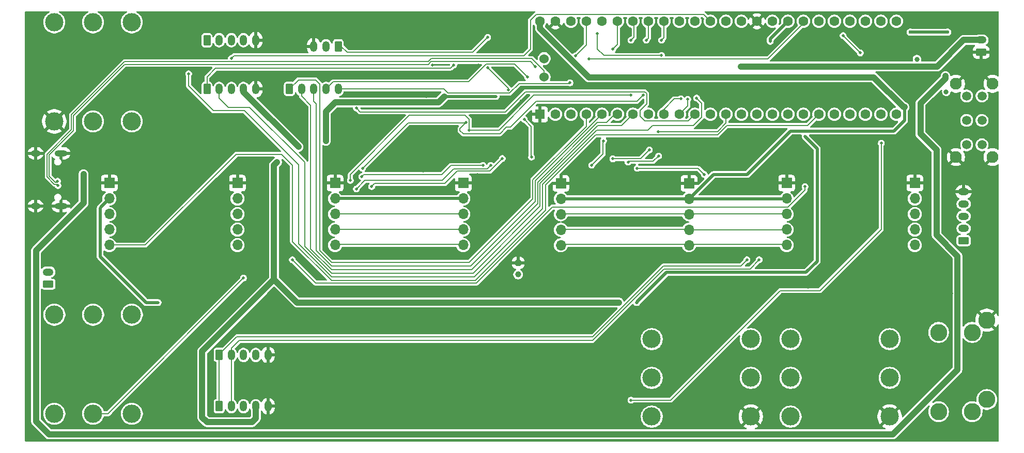
<source format=gbl>
%TF.GenerationSoftware,KiCad,Pcbnew,9.0.1*%
%TF.CreationDate,2026-02-21T23:53:56+05:00*%
%TF.ProjectId,toern_revF,746f6572-6e5f-4726-9576-462e6b696361,rev?*%
%TF.SameCoordinates,Original*%
%TF.FileFunction,Copper,L4,Bot*%
%TF.FilePolarity,Positive*%
%FSLAX46Y46*%
G04 Gerber Fmt 4.6, Leading zero omitted, Abs format (unit mm)*
G04 Created by KiCad (PCBNEW 9.0.1) date 2026-02-21 23:53:56*
%MOMM*%
%LPD*%
G01*
G04 APERTURE LIST*
G04 Aperture macros list*
%AMRoundRect*
0 Rectangle with rounded corners*
0 $1 Rounding radius*
0 $2 $3 $4 $5 $6 $7 $8 $9 X,Y pos of 4 corners*
0 Add a 4 corners polygon primitive as box body*
4,1,4,$2,$3,$4,$5,$6,$7,$8,$9,$2,$3,0*
0 Add four circle primitives for the rounded corners*
1,1,$1+$1,$2,$3*
1,1,$1+$1,$4,$5*
1,1,$1+$1,$6,$7*
1,1,$1+$1,$8,$9*
0 Add four rect primitives between the rounded corners*
20,1,$1+$1,$2,$3,$4,$5,0*
20,1,$1+$1,$4,$5,$6,$7,0*
20,1,$1+$1,$6,$7,$8,$9,0*
20,1,$1+$1,$8,$9,$2,$3,0*%
G04 Aperture macros list end*
%TA.AperFunction,ComponentPad*%
%ADD10C,1.500000*%
%TD*%
%TA.AperFunction,ComponentPad*%
%ADD11C,1.950000*%
%TD*%
%TA.AperFunction,ComponentPad*%
%ADD12RoundRect,0.250000X-0.250000X0.250000X-0.250000X-0.250000X0.250000X-0.250000X0.250000X0.250000X0*%
%TD*%
%TA.AperFunction,ComponentPad*%
%ADD13C,1.000000*%
%TD*%
%TA.AperFunction,ComponentPad*%
%ADD14RoundRect,0.250000X0.625000X-0.350000X0.625000X0.350000X-0.625000X0.350000X-0.625000X-0.350000X0*%
%TD*%
%TA.AperFunction,ComponentPad*%
%ADD15O,1.750000X1.200000*%
%TD*%
%TA.AperFunction,ComponentPad*%
%ADD16RoundRect,0.250000X-0.350000X-0.625000X0.350000X-0.625000X0.350000X0.625000X-0.350000X0.625000X0*%
%TD*%
%TA.AperFunction,ComponentPad*%
%ADD17O,1.200000X1.750000*%
%TD*%
%TA.AperFunction,ComponentPad*%
%ADD18O,2.100000X1.000000*%
%TD*%
%TA.AperFunction,ComponentPad*%
%ADD19O,1.600000X1.000000*%
%TD*%
%TA.AperFunction,ComponentPad*%
%ADD20R,1.700000X1.700000*%
%TD*%
%TA.AperFunction,ComponentPad*%
%ADD21O,1.700000X1.700000*%
%TD*%
%TA.AperFunction,ComponentPad*%
%ADD22C,2.800000*%
%TD*%
%TA.AperFunction,ComponentPad*%
%ADD23RoundRect,0.250000X0.350000X0.625000X-0.350000X0.625000X-0.350000X-0.625000X0.350000X-0.625000X0*%
%TD*%
%TA.AperFunction,ComponentPad*%
%ADD24C,3.000000*%
%TD*%
%TA.AperFunction,ComponentPad*%
%ADD25R,1.600000X1.600000*%
%TD*%
%TA.AperFunction,ComponentPad*%
%ADD26C,1.600000*%
%TD*%
%TA.AperFunction,ComponentPad*%
%ADD27C,1.524000*%
%TD*%
%TA.AperFunction,ViaPad*%
%ADD28C,0.600000*%
%TD*%
%TA.AperFunction,ViaPad*%
%ADD29C,0.800000*%
%TD*%
%TA.AperFunction,ViaPad*%
%ADD30C,0.500000*%
%TD*%
%TA.AperFunction,Conductor*%
%ADD31C,0.200000*%
%TD*%
%TA.AperFunction,Conductor*%
%ADD32C,1.000000*%
%TD*%
%TA.AperFunction,Conductor*%
%ADD33C,0.500000*%
%TD*%
%TA.AperFunction,Conductor*%
%ADD34C,0.150000*%
%TD*%
G04 APERTURE END LIST*
D10*
X188000000Y-47150000D03*
X188000000Y-43150000D03*
X188000000Y-39150000D03*
X185500000Y-39150000D03*
X185500000Y-43150000D03*
X185500000Y-47150000D03*
D11*
X189750000Y-49150000D03*
X183750000Y-49150000D03*
X189750000Y-37150000D03*
X183750000Y-37150000D03*
D12*
X112000000Y-66500000D03*
D13*
X112000000Y-68400000D03*
D14*
X185000000Y-62865836D03*
D15*
X185000000Y-60865836D03*
X185000000Y-58865836D03*
X185000000Y-56865836D03*
X185000000Y-54865836D03*
D16*
X63000000Y-81600000D03*
D17*
X65000000Y-81600000D03*
X67000000Y-81600000D03*
X69000000Y-81600000D03*
X71000000Y-81600000D03*
D16*
X63000000Y-90000000D03*
D17*
X65000000Y-90000000D03*
X67000000Y-90000000D03*
X69000000Y-90000000D03*
X71000000Y-90000000D03*
D18*
X37080000Y-48540000D03*
D19*
X32900000Y-48540000D03*
D18*
X37080000Y-57180000D03*
D19*
X32900000Y-57180000D03*
D20*
X82000000Y-53425000D03*
X103000000Y-53425051D03*
D21*
X82000000Y-55965000D03*
X103000000Y-55965051D03*
X82000000Y-58505000D03*
X103000000Y-58505051D03*
X82000000Y-61045000D03*
X103000000Y-61045051D03*
X82000000Y-63585000D03*
X103000000Y-63585051D03*
D16*
X61000000Y-38000000D03*
D17*
X63000000Y-38000000D03*
X65000000Y-38000000D03*
X67000000Y-38000000D03*
X69000000Y-38000000D03*
D22*
X180900000Y-90900000D03*
X188800000Y-88900000D03*
X186400000Y-90900000D03*
D23*
X82500000Y-31000000D03*
D17*
X80500000Y-31000000D03*
X78500000Y-31000000D03*
D24*
X150120000Y-85350000D03*
X133890000Y-85350000D03*
X150120000Y-91700000D03*
X133890000Y-91700000D03*
X150120000Y-79000000D03*
X133890000Y-79000000D03*
D20*
X119000000Y-53460000D03*
X140000000Y-53460051D03*
D21*
X119000000Y-56000000D03*
X140000000Y-56000051D03*
X119000000Y-58540000D03*
X140000000Y-58540051D03*
X119000000Y-61080000D03*
X140000000Y-61080051D03*
X119000000Y-63620000D03*
X140000000Y-63620051D03*
D24*
X42331020Y-43307339D03*
X42331020Y-27077339D03*
X35981020Y-43307339D03*
X35981020Y-27077339D03*
X48681020Y-43307339D03*
X48681020Y-27077339D03*
D14*
X35000000Y-70000000D03*
D15*
X35000000Y-68000000D03*
D14*
X187875000Y-31975000D03*
D15*
X187875000Y-29975000D03*
D16*
X74500000Y-38000000D03*
D17*
X76500000Y-38000000D03*
X78500000Y-38000000D03*
X80500000Y-38000000D03*
X82500000Y-38000000D03*
D20*
X45000000Y-53425000D03*
X66000000Y-53425051D03*
D21*
X45000000Y-55965000D03*
X66000000Y-55965051D03*
X45000000Y-58505000D03*
X66000000Y-58505051D03*
X45000000Y-61045000D03*
X66000000Y-61045051D03*
X45000000Y-63585000D03*
X66000000Y-63585051D03*
D22*
X180900000Y-77900000D03*
X188800000Y-75900000D03*
X186400000Y-77900000D03*
D24*
X172875000Y-85350000D03*
X156645000Y-85350000D03*
X172875000Y-91700000D03*
X156645000Y-91700000D03*
X172875000Y-79000000D03*
X156645000Y-79000000D03*
D16*
X61000000Y-30000000D03*
D17*
X63000000Y-30000000D03*
X65000000Y-30000000D03*
X67000000Y-30000000D03*
X69000000Y-30000000D03*
D20*
X156000000Y-53425000D03*
X177000000Y-53425051D03*
D21*
X156000000Y-55965000D03*
X177000000Y-55965051D03*
X156000000Y-58505000D03*
X177000000Y-58505051D03*
X156000000Y-61045000D03*
X177000000Y-61045051D03*
X156000000Y-63585000D03*
X177000000Y-63585051D03*
D25*
X115560000Y-42150000D03*
D26*
X118100000Y-42150000D03*
X120640000Y-42150000D03*
X123180000Y-42150000D03*
X125720000Y-42150000D03*
X128260000Y-42150000D03*
X130800000Y-42150000D03*
X133340000Y-42150000D03*
X135880000Y-42150000D03*
X138420000Y-42150000D03*
X140960000Y-42150000D03*
X143500000Y-42150000D03*
X146040000Y-42150000D03*
X148580000Y-42150000D03*
X151120000Y-42150000D03*
X153660000Y-42150000D03*
X156200000Y-42150000D03*
X158740000Y-42150000D03*
X161280000Y-42150000D03*
X163820000Y-42150000D03*
X166360000Y-42150000D03*
X168900000Y-42150000D03*
X171440000Y-42150000D03*
X173980000Y-42150000D03*
X173980000Y-26910000D03*
X171440000Y-26910000D03*
X168900000Y-26910000D03*
X166360000Y-26910000D03*
X163820000Y-26910000D03*
X161280000Y-26910000D03*
X158740000Y-26910000D03*
X156200000Y-26910000D03*
X153660000Y-26910000D03*
X151120000Y-26910000D03*
X148580000Y-26910000D03*
X146040000Y-26910000D03*
X143500000Y-26910000D03*
X140960000Y-26910000D03*
X138420000Y-26910000D03*
X135880000Y-26910000D03*
X133340000Y-26910000D03*
X130800000Y-26910000D03*
X128260000Y-26910000D03*
X125720000Y-26910000D03*
X123180000Y-26910000D03*
X120640000Y-26910000D03*
X118100000Y-26910000D03*
X115560000Y-26910000D03*
D27*
X116270000Y-33030000D03*
X116270000Y-36030000D03*
D24*
X42350000Y-91230000D03*
X42350000Y-75000000D03*
X36000000Y-91230000D03*
X36000000Y-75000000D03*
X48700000Y-91230000D03*
X48700000Y-75000000D03*
D28*
X182000000Y-54500000D03*
X182000000Y-53000000D03*
X184000000Y-47000000D03*
X182500000Y-47000000D03*
X182500000Y-46000000D03*
X189500000Y-46500000D03*
X188000000Y-49500000D03*
X188000000Y-48500000D03*
X187000000Y-48500000D03*
X187000000Y-49500000D03*
X186000000Y-49500000D03*
X186000000Y-48500000D03*
X188500000Y-45500000D03*
X187500000Y-45500000D03*
X186500000Y-45500000D03*
X185500000Y-45500000D03*
X184500000Y-45500000D03*
X184500000Y-44500000D03*
X185500000Y-44500000D03*
X186500000Y-44500000D03*
X187500000Y-44500000D03*
X188500000Y-44500000D03*
X189500000Y-45500000D03*
X189500000Y-44500000D03*
X189500000Y-43500000D03*
X189500000Y-42500000D03*
X189500000Y-41500000D03*
X189500000Y-40500000D03*
X188000000Y-40500000D03*
X188000000Y-41500000D03*
X187000000Y-41500000D03*
X187000000Y-40500000D03*
X174250000Y-31175000D03*
X174250000Y-30125000D03*
X174275000Y-28900000D03*
X175075000Y-36375000D03*
X175725000Y-38475000D03*
X180200000Y-36075000D03*
X178175000Y-31925000D03*
D29*
X177350000Y-33125000D03*
X182150000Y-38450000D03*
X177925000Y-41600000D03*
D30*
X177550000Y-34325000D03*
X95570000Y-35680000D03*
X111600000Y-35910000D03*
X111920000Y-49020000D03*
D28*
X181225000Y-27875000D03*
D30*
X107420000Y-49190000D03*
X97940000Y-34050000D03*
X124500000Y-77076208D03*
X51000000Y-53000000D03*
X126775000Y-77950000D03*
X105500000Y-47500000D03*
X90500000Y-77500000D03*
X73000000Y-85600000D03*
X141590000Y-50440000D03*
X105500000Y-34050000D03*
X76000000Y-29990000D03*
X104500000Y-48000000D03*
X159500000Y-70500000D03*
X90000000Y-45000000D03*
X123780000Y-75520000D03*
X90000000Y-35500000D03*
X154760000Y-38680000D03*
X42500000Y-61500000D03*
X150080000Y-44720000D03*
D28*
X180450000Y-30700000D03*
X180125000Y-27850000D03*
D30*
X42500000Y-60000000D03*
X156370000Y-32000000D03*
X51500000Y-69000000D03*
X82500000Y-49000000D03*
D28*
X181475000Y-29775000D03*
D30*
X96532500Y-46940000D03*
X105318578Y-52030712D03*
X136650000Y-48690000D03*
D28*
X112500000Y-40000000D03*
D30*
X110180000Y-51690000D03*
X110170000Y-50550000D03*
X104847429Y-47050000D03*
X188500000Y-67000000D03*
X104000000Y-92500000D03*
X56500000Y-68500000D03*
X166000000Y-54500000D03*
X107500000Y-71000000D03*
X121500000Y-53500000D03*
X101000000Y-53500000D03*
X110500000Y-48500000D03*
X96940000Y-39240000D03*
X61050000Y-72500000D03*
X51000000Y-62500000D03*
D28*
X181450000Y-30725000D03*
X180450000Y-29725000D03*
D30*
X50000000Y-68000000D03*
X183000000Y-71500000D03*
X63500000Y-69000000D03*
X158700000Y-49850000D03*
X150000000Y-29000000D03*
X122920000Y-77000000D03*
D29*
X183625000Y-34275000D03*
D30*
X105500000Y-28500000D03*
X130500000Y-59500000D03*
X182000000Y-56500000D03*
X109000000Y-53000000D03*
X96392500Y-51440000D03*
D28*
X183300000Y-29500000D03*
D30*
X156240000Y-46490000D03*
X176000000Y-89000000D03*
D28*
X175300000Y-40975000D03*
X182375000Y-28700000D03*
X176275000Y-28700000D03*
D30*
X144000000Y-52000000D03*
X53000000Y-73000000D03*
X76000000Y-47500000D03*
X128500000Y-73000000D03*
X80500000Y-46500000D03*
X108390000Y-39240000D03*
X161000000Y-66250000D03*
X72500000Y-50000000D03*
X99930000Y-39220000D03*
X131500000Y-73000000D03*
X159000000Y-45760000D03*
X122000000Y-73000000D03*
X88000000Y-54000000D03*
X109401409Y-49401409D03*
X67000000Y-69000000D03*
X86361091Y-52361091D03*
X106240000Y-50530000D03*
X85497388Y-54375051D03*
X107480000Y-50545000D03*
D29*
X148500000Y-34325000D03*
D30*
X36571169Y-53827325D03*
X36510000Y-53130000D03*
X114790000Y-34305000D03*
X142500000Y-52000000D03*
X131500000Y-51000000D03*
X127500000Y-49450000D03*
X133500000Y-48000000D03*
X138670000Y-39610000D03*
X135500000Y-32500000D03*
X125000000Y-28950000D03*
X84500000Y-53000000D03*
X130500000Y-39010000D03*
X104000000Y-44780000D03*
X133000000Y-30000000D03*
X103450000Y-43500000D03*
X132500000Y-39000000D03*
X86500000Y-51000000D03*
X135500000Y-30000000D03*
X149500000Y-66000000D03*
X151500000Y-66000000D03*
X65000000Y-32975000D03*
X101450000Y-34050000D03*
X85500000Y-41140000D03*
X58000000Y-35500000D03*
X141250000Y-39500000D03*
X168060000Y-32090000D03*
X165260000Y-29240000D03*
X134990000Y-44980000D03*
X124050000Y-50500000D03*
X126000000Y-46500000D03*
X121421752Y-32578248D03*
X130000000Y-50000000D03*
X135000000Y-49000000D03*
X113000000Y-43000000D03*
X114170000Y-49170000D03*
X113500000Y-36000000D03*
X130500000Y-30000000D03*
X153305000Y-30195000D03*
X107000000Y-34500000D03*
X127500000Y-31500000D03*
X110380000Y-38110000D03*
X139800000Y-39680000D03*
X123573223Y-33073223D03*
X120500000Y-37000000D03*
X159000000Y-54000000D03*
X75000000Y-66000000D03*
X130500000Y-89000000D03*
X171500000Y-46900000D03*
X40770000Y-54940000D03*
X40770000Y-52930000D03*
X40770000Y-51970000D03*
D29*
X182025000Y-35900000D03*
D30*
X40770000Y-53920000D03*
X107000000Y-29550000D03*
D31*
X154950000Y-71050000D02*
X137000000Y-89000000D01*
X161450000Y-71050000D02*
X154950000Y-71050000D01*
X171500000Y-61000000D02*
X161450000Y-71050000D01*
X171500000Y-46900000D02*
X171500000Y-61000000D01*
X137000000Y-89000000D02*
X130500000Y-89000000D01*
D32*
X182025000Y-36250000D02*
X182025000Y-35900000D01*
X177925000Y-40350000D02*
X182025000Y-36250000D01*
X177925000Y-41600000D02*
X177925000Y-40350000D01*
X40770000Y-56730000D02*
X40770000Y-54940000D01*
X33000000Y-64500000D02*
X40770000Y-56730000D01*
X33000000Y-92500000D02*
X33000000Y-64500000D01*
X173400000Y-94600000D02*
X35100000Y-94600000D01*
X184000000Y-84000000D02*
X173400000Y-94600000D01*
X35100000Y-94600000D02*
X33000000Y-92500000D01*
X180575000Y-61950000D02*
X184000000Y-65375000D01*
X184000000Y-65375000D02*
X184000000Y-84000000D01*
X177925000Y-45350000D02*
X180575000Y-48000000D01*
X177925000Y-41600000D02*
X177925000Y-45350000D01*
X180575000Y-48000000D02*
X180575000Y-61950000D01*
X123575000Y-36075000D02*
X115560000Y-28060000D01*
X170250000Y-36075000D02*
X123575000Y-36075000D01*
X115560000Y-28060000D02*
X115560000Y-26910000D01*
X175150000Y-40975000D02*
X170250000Y-36075000D01*
X175300000Y-40975000D02*
X175150000Y-40975000D01*
D33*
X149500000Y-52000000D02*
X144000000Y-52000000D01*
X173565000Y-44910000D02*
X156590000Y-44910000D01*
X175300000Y-43175000D02*
X173565000Y-44910000D01*
X156590000Y-44910000D02*
X149500000Y-52000000D01*
X175300000Y-40975000D02*
X175300000Y-43175000D01*
D32*
X177550000Y-34325000D02*
X180650000Y-34325000D01*
D31*
X139960051Y-53500000D02*
X140000000Y-53460051D01*
X119000000Y-53460000D02*
X119040000Y-53500000D01*
D32*
X102965051Y-56000000D02*
X103000000Y-55965051D01*
D33*
X119000051Y-56000051D02*
X119000000Y-56000000D01*
D32*
X139999949Y-56000000D02*
X140000000Y-56000051D01*
D33*
X140000000Y-56000051D02*
X155964949Y-56000051D01*
X140000000Y-56000026D02*
X140000000Y-56000051D01*
X144000000Y-52000026D02*
X140000000Y-56000026D01*
X43500000Y-57500000D02*
X43699000Y-57301000D01*
X43699000Y-57301000D02*
X43699000Y-57266000D01*
X43699000Y-57266000D02*
X45000000Y-55965000D01*
X155964949Y-56000051D02*
X156000000Y-55965000D01*
X140000000Y-56000051D02*
X119000051Y-56000051D01*
X102999949Y-55965000D02*
X103000000Y-55965051D01*
X43500000Y-65462446D02*
X43500000Y-57500000D01*
D32*
X82000000Y-55965000D02*
X82035000Y-56000000D01*
D33*
X53000000Y-73000000D02*
X51037554Y-73000000D01*
X144000000Y-52000000D02*
X144000000Y-52000026D01*
D32*
X140000000Y-56000051D02*
X140000051Y-56000000D01*
D33*
X182375000Y-28700000D02*
X176275000Y-28700000D01*
D32*
X155965000Y-56000000D02*
X156000000Y-55965000D01*
D33*
X51037554Y-73000000D02*
X43500000Y-65462446D01*
X82000000Y-55965000D02*
X102999949Y-55965000D01*
X161000000Y-47760000D02*
X159000000Y-45760000D01*
X161000000Y-66250000D02*
X159200000Y-68050000D01*
X108380000Y-39230000D02*
X108390000Y-39240000D01*
D32*
X69000000Y-92000000D02*
X69000000Y-90000000D01*
X72500000Y-50000000D02*
X72000000Y-50500000D01*
D33*
X136338909Y-68050000D02*
X131500000Y-72888909D01*
D32*
X75800000Y-73000000D02*
X72000000Y-69200000D01*
X122000000Y-73000000D02*
X123000000Y-73000000D01*
D33*
X99930000Y-39220000D02*
X99940000Y-39230000D01*
D32*
X80500000Y-46500000D02*
X80500000Y-41690000D01*
X98960000Y-40190000D02*
X82000000Y-40190000D01*
X72000000Y-69200000D02*
X70200000Y-71000000D01*
X80500000Y-41690000D02*
X82000000Y-40190000D01*
X67000000Y-38500000D02*
X76000000Y-47500000D01*
D33*
X131500000Y-72888909D02*
X131500000Y-73000000D01*
X161000000Y-66250000D02*
X161000000Y-47760000D01*
D32*
X123000000Y-73000000D02*
X128500000Y-73000000D01*
D33*
X159200000Y-68050000D02*
X136338909Y-68050000D01*
D32*
X60200000Y-91800000D02*
X61000000Y-92600000D01*
X122000000Y-73000000D02*
X75800000Y-73000000D01*
X99930000Y-39220000D02*
X98960000Y-40190000D01*
X67000000Y-38000000D02*
X67000000Y-38500000D01*
X60200000Y-81000000D02*
X60200000Y-91800000D01*
X72000000Y-50500000D02*
X72000000Y-69200000D01*
D33*
X99940000Y-39230000D02*
X108380000Y-39230000D01*
D32*
X70200000Y-71000000D02*
X60200000Y-81000000D01*
X61000000Y-92600000D02*
X68400000Y-92600000D01*
D33*
X131500000Y-73000000D02*
X131388909Y-73000000D01*
D32*
X68400000Y-92600000D02*
X69000000Y-92000000D01*
D31*
X107322818Y-51480000D02*
X109401409Y-49401409D01*
X100000000Y-53500000D02*
X102020000Y-51480000D01*
X88500000Y-53500000D02*
X100000000Y-53500000D01*
X102020000Y-51480000D02*
X107322818Y-51480000D01*
X88000000Y-54000000D02*
X88500000Y-53500000D01*
X44770000Y-91230000D02*
X42350000Y-91230000D01*
X67000000Y-69000000D02*
X44770000Y-91230000D01*
X100970000Y-50530000D02*
X106240000Y-50530000D01*
X86361091Y-52361091D02*
X86722182Y-52000000D01*
X86722182Y-52000000D02*
X99500000Y-52000000D01*
X99500000Y-52000000D02*
X100970000Y-50530000D01*
X99540000Y-53000000D02*
X101460000Y-51080000D01*
X101460000Y-51080000D02*
X106945000Y-51080000D01*
X86872439Y-53000000D02*
X99540000Y-53000000D01*
X85497388Y-54375051D02*
X86872439Y-53000000D01*
X106945000Y-51080000D02*
X107480000Y-50545000D01*
D32*
X185000000Y-29975000D02*
X187875000Y-29975000D01*
X180650000Y-34325000D02*
X185000000Y-29975000D01*
X148500000Y-34325000D02*
X177550000Y-34325000D01*
D34*
X34785000Y-52402487D02*
X34785000Y-48694010D01*
X38775000Y-44704010D02*
X38775000Y-42225000D01*
X36005590Y-53623078D02*
X34785000Y-52402487D01*
X36292537Y-53655000D02*
X36260615Y-53623078D01*
X36398844Y-53655000D02*
X36292537Y-53655000D01*
X97252563Y-33500000D02*
X97767563Y-32985000D01*
X36571169Y-53827325D02*
X36398844Y-53655000D01*
X97767563Y-32985000D02*
X114212463Y-32985000D01*
X47500000Y-33500000D02*
X97252563Y-33500000D01*
X36260615Y-53623078D02*
X36005590Y-53623078D01*
X34785000Y-48694010D02*
X38775000Y-44704010D01*
X38775000Y-42225000D02*
X47500000Y-33500000D01*
X114212463Y-32985000D02*
X116270000Y-35042537D01*
X116270000Y-35042537D02*
X116270000Y-36030000D01*
X39125000Y-42375000D02*
X47500000Y-34000000D01*
X97247537Y-34000000D02*
X97722537Y-33525000D01*
X36510000Y-53130000D02*
X36366922Y-53273078D01*
X36150566Y-53273078D02*
X35135000Y-52257512D01*
X97722537Y-33525000D02*
X114010000Y-33525000D01*
X114010000Y-33525000D02*
X114790000Y-34305000D01*
X35135000Y-48838984D02*
X39125000Y-44848984D01*
X36366922Y-53273078D02*
X36150566Y-53273078D01*
X39125000Y-44848984D02*
X39125000Y-42375000D01*
X47500000Y-34000000D02*
X97247537Y-34000000D01*
X35135000Y-52257512D02*
X35135000Y-48838984D01*
D31*
X142500000Y-52000000D02*
X141500000Y-51000000D01*
X141500000Y-51000000D02*
X131500000Y-51000000D01*
X127500000Y-49450000D02*
X132050000Y-49450000D01*
X132050000Y-49450000D02*
X133500000Y-48000000D01*
X135880000Y-41330000D02*
X135880000Y-42150000D01*
X137600000Y-39610000D02*
X135880000Y-41330000D01*
X126060000Y-32500000D02*
X135500000Y-32500000D01*
X125000000Y-31440000D02*
X126060000Y-32500000D01*
X125000000Y-28950000D02*
X125000000Y-31440000D01*
X138670000Y-39610000D02*
X137600000Y-39610000D01*
X116500000Y-53697058D02*
X124667058Y-45530000D01*
X155915000Y-63500000D02*
X140120051Y-63500000D01*
X105000000Y-69400000D02*
X116500000Y-57900000D01*
X50915000Y-63585000D02*
X65800000Y-48700000D01*
X82085000Y-63500000D02*
X82000000Y-63585000D01*
X146205686Y-44000000D02*
X159430000Y-44000000D01*
X144675686Y-45530000D02*
X146205686Y-44000000D01*
X45000000Y-63585000D02*
X50915000Y-63585000D01*
X139879949Y-63500000D02*
X140000000Y-63620051D01*
X75000000Y-50500000D02*
X75000000Y-63000000D01*
X65800000Y-48700000D02*
X73200000Y-48700000D01*
X124667058Y-45530000D02*
X144675686Y-45530000D01*
X73200000Y-48700000D02*
X75000000Y-50500000D01*
X119120000Y-63500000D02*
X139879949Y-63500000D01*
X116500000Y-57900000D02*
X116500000Y-53697058D01*
X156000000Y-63585000D02*
X155915000Y-63500000D01*
X75000000Y-63000000D02*
X81400000Y-69400000D01*
X103000000Y-63585051D02*
X102914949Y-63500000D01*
X140120051Y-63500000D02*
X140000000Y-63620051D01*
X159430000Y-44000000D02*
X161280000Y-42150000D01*
X119000000Y-63620000D02*
X119120000Y-63500000D01*
X102914949Y-63500000D02*
X82085000Y-63500000D01*
X81400000Y-69400000D02*
X105000000Y-69400000D01*
X108854663Y-44725337D02*
X114570000Y-39010000D01*
X104000000Y-44780000D02*
X104000000Y-43000000D01*
X155964949Y-61080051D02*
X156000000Y-61045000D01*
X104054663Y-44725337D02*
X108854663Y-44725337D01*
X104000000Y-43000000D02*
X103320000Y-42320000D01*
X133340000Y-29660000D02*
X133340000Y-26910000D01*
X140000000Y-61080051D02*
X139919949Y-61000000D01*
X133000000Y-30000000D02*
X133340000Y-29660000D01*
X114570000Y-39010000D02*
X130500000Y-39010000D01*
X84500000Y-52000000D02*
X84500000Y-53000000D01*
X140000000Y-61080051D02*
X155964949Y-61080051D01*
X139919949Y-61000000D02*
X119080000Y-61000000D01*
X104000000Y-44780000D02*
X104054663Y-44725337D01*
X82045000Y-61000000D02*
X102954949Y-61000000D01*
X119080000Y-61000000D02*
X119000000Y-61080000D01*
X103320000Y-42320000D02*
X94180000Y-42320000D01*
X102954949Y-61000000D02*
X103000000Y-61045051D01*
X94180000Y-42320000D02*
X84500000Y-52000000D01*
X82000000Y-61045000D02*
X82045000Y-61000000D01*
X82005000Y-58500000D02*
X102994949Y-58500000D01*
X102480000Y-44810000D02*
X103000000Y-45330000D01*
X139959949Y-58500000D02*
X140000000Y-58540051D01*
X103000000Y-45330000D02*
X109030000Y-45330000D01*
X93960000Y-43540000D02*
X86500000Y-51000000D01*
X82000000Y-58505000D02*
X82005000Y-58500000D01*
X131500000Y-40000000D02*
X132500000Y-39000000D01*
X140000000Y-58500049D02*
X155999951Y-58500049D01*
X102994949Y-58500000D02*
X103000000Y-58505051D01*
X109030000Y-45330000D02*
X110100000Y-44260000D01*
X103450000Y-43500000D02*
X103410000Y-43540000D01*
X110100000Y-44260000D02*
X110720000Y-44260000D01*
X119040000Y-58500000D02*
X139959949Y-58500000D01*
X110720000Y-44260000D02*
X114980000Y-40000000D01*
X102480000Y-44470000D02*
X102480000Y-44810000D01*
X114980000Y-40000000D02*
X131500000Y-40000000D01*
X103450000Y-43500000D02*
X102480000Y-44470000D01*
X135880000Y-29620000D02*
X135880000Y-26910000D01*
X135500000Y-30000000D02*
X135880000Y-29620000D01*
X155999951Y-58500049D02*
X156000000Y-58500000D01*
X103410000Y-43540000D02*
X93960000Y-43540000D01*
X119000000Y-58540000D02*
X119040000Y-58500000D01*
X63000000Y-82000000D02*
X63000000Y-90000000D01*
X63000000Y-81600000D02*
X63000000Y-82000000D01*
X135834314Y-67000000D02*
X124234314Y-78600000D01*
X65900000Y-78600000D02*
X63000000Y-81500000D01*
X63000000Y-81500000D02*
X63000000Y-82000000D01*
X148500000Y-67000000D02*
X135834314Y-67000000D01*
X149500000Y-66000000D02*
X148500000Y-67000000D01*
X124234314Y-78600000D02*
X65900000Y-78600000D01*
X135900000Y-67500000D02*
X124200000Y-79200000D01*
X65000000Y-81800000D02*
X65000000Y-90000000D01*
X65000000Y-81600000D02*
X65000000Y-81800000D01*
X151500000Y-66000000D02*
X150000000Y-67500000D01*
X124200000Y-79200000D02*
X66300000Y-79200000D01*
X66300000Y-79200000D02*
X65000000Y-80500000D01*
X65000000Y-80500000D02*
X65000000Y-81800000D01*
X150000000Y-67500000D02*
X135900000Y-67500000D01*
X115600000Y-53465686D02*
X115600000Y-57200000D01*
X104600000Y-68200000D02*
X81400000Y-68200000D01*
X125065686Y-44000000D02*
X115600000Y-53465686D01*
X77000000Y-50000000D02*
X68000000Y-41000000D01*
X77000000Y-63800000D02*
X77000000Y-50000000D01*
X130800000Y-42150000D02*
X128950000Y-44000000D01*
X68000000Y-41000000D02*
X64500000Y-41000000D01*
X115600000Y-57200000D02*
X104600000Y-68200000D01*
X63000000Y-39500000D02*
X63000000Y-38000000D01*
X128950000Y-44000000D02*
X125065686Y-44000000D01*
X81400000Y-68200000D02*
X77000000Y-63800000D01*
X64500000Y-41000000D02*
X63000000Y-39500000D01*
X114940000Y-25810000D02*
X142400000Y-25810000D01*
X112950000Y-32550000D02*
X114000000Y-31500000D01*
X65425000Y-32550000D02*
X112950000Y-32550000D01*
X114000000Y-31500000D02*
X114000000Y-26750000D01*
X114000000Y-26750000D02*
X114940000Y-25810000D01*
X65000000Y-32975000D02*
X65425000Y-32550000D01*
X142400000Y-25810000D02*
X143500000Y-26910000D01*
X101450000Y-34050000D02*
X100900000Y-34600000D01*
X61000000Y-38000000D02*
X61452208Y-38000000D01*
X62400000Y-34600000D02*
X61000000Y-36000000D01*
X100900000Y-34600000D02*
X62400000Y-34600000D01*
X61000000Y-36000000D02*
X61000000Y-38000000D01*
X104200000Y-67000000D02*
X81400000Y-67000000D01*
X78900000Y-64500000D02*
X78900000Y-40400000D01*
X78500000Y-40000000D02*
X78500000Y-38000000D01*
X78900000Y-40400000D02*
X78500000Y-40000000D01*
X81400000Y-67000000D02*
X78900000Y-64500000D01*
X125720000Y-42150000D02*
X114800000Y-53070000D01*
X114800000Y-56400000D02*
X104200000Y-67000000D01*
X114800000Y-53070000D02*
X114800000Y-56400000D01*
X78000000Y-40664214D02*
X76500000Y-39164214D01*
X125000000Y-43500000D02*
X115200000Y-53300000D01*
X115200000Y-56800000D02*
X104400000Y-67600000D01*
X76500000Y-39164214D02*
X76500000Y-38000000D01*
X115200000Y-53300000D02*
X115200000Y-56800000D01*
X78000000Y-64200000D02*
X78000000Y-40664214D01*
X126500000Y-43500000D02*
X125000000Y-43500000D01*
X81400000Y-67600000D02*
X78000000Y-64200000D01*
X127850000Y-42150000D02*
X126500000Y-43500000D01*
X128260000Y-42150000D02*
X127850000Y-42150000D01*
X104400000Y-67600000D02*
X81400000Y-67600000D01*
X104000000Y-66400000D02*
X81400000Y-66400000D01*
X114400000Y-56000000D02*
X104000000Y-66400000D01*
X81400000Y-66400000D02*
X79500000Y-64500000D01*
X114400000Y-52904315D02*
X114400000Y-56000000D01*
X76000000Y-36500000D02*
X74500000Y-38000000D01*
X78773896Y-36500000D02*
X76000000Y-36500000D01*
X123180000Y-42200000D02*
X123180000Y-44124314D01*
X123180000Y-44124314D02*
X114400000Y-52904315D01*
X79500000Y-37226104D02*
X78773896Y-36500000D01*
X79500000Y-64500000D02*
X79500000Y-37226104D01*
X133050000Y-38772182D02*
X133050000Y-40450000D01*
X109901471Y-41750000D02*
X113201471Y-38450000D01*
X132750000Y-43250000D02*
X139860000Y-43250000D01*
X132000000Y-42500000D02*
X132750000Y-43250000D01*
X139860000Y-43250000D02*
X140960000Y-42150000D01*
X86110000Y-41750000D02*
X109901471Y-41750000D01*
X133050000Y-40450000D02*
X132000000Y-41500000D01*
X85500000Y-41140000D02*
X86110000Y-41750000D01*
X113201471Y-38450000D02*
X132727818Y-38450000D01*
X132000000Y-41500000D02*
X132000000Y-42500000D01*
X132727818Y-38450000D02*
X133050000Y-38772182D01*
X141250000Y-39500000D02*
X142060000Y-40310000D01*
X76000000Y-50434314D02*
X67115686Y-41550000D01*
X116000000Y-53631372D02*
X116000000Y-57600000D01*
X124873529Y-44757843D02*
X116000000Y-53631372D01*
X81400000Y-68800000D02*
X76000000Y-63400000D01*
X76000000Y-63400000D02*
X76000000Y-50434314D01*
X133242157Y-44757843D02*
X124873529Y-44757843D01*
X67115686Y-41550000D02*
X62050000Y-41550000D01*
X116000000Y-57600000D02*
X104800000Y-68800000D01*
X134000000Y-44000000D02*
X133242157Y-44757843D01*
X58000000Y-37500000D02*
X58000000Y-35500000D01*
X142060000Y-42605635D02*
X140665635Y-44000000D01*
X104800000Y-68800000D02*
X81400000Y-68800000D01*
X62050000Y-41550000D02*
X58000000Y-37500000D01*
X140665635Y-44000000D02*
X134000000Y-44000000D01*
X142060000Y-40310000D02*
X142060000Y-42605635D01*
X165260000Y-29290000D02*
X165260000Y-29240000D01*
X168060000Y-32090000D02*
X165260000Y-29290000D01*
X134990000Y-44980000D02*
X144660000Y-44980000D01*
X146040000Y-43600000D02*
X146040000Y-42150000D01*
X124050000Y-50500000D02*
X125910000Y-48640000D01*
X144660000Y-44980000D02*
X146040000Y-43600000D01*
X125910000Y-46590000D02*
X126000000Y-46500000D01*
X125910000Y-48640000D02*
X125910000Y-46590000D01*
X123180000Y-30820000D02*
X123180000Y-26910000D01*
X121421752Y-32578248D02*
X123180000Y-30820000D01*
X134130000Y-49870000D02*
X135000000Y-49000000D01*
X130000000Y-50000000D02*
X130130000Y-49870000D01*
X130130000Y-49870000D02*
X134130000Y-49870000D01*
X113000000Y-43000000D02*
X114140000Y-44140000D01*
X114140000Y-44140000D02*
X114140000Y-49140000D01*
X114140000Y-49140000D02*
X114170000Y-49170000D01*
X103896768Y-36824000D02*
X106771768Y-33949000D01*
X106771768Y-33949000D02*
X111449000Y-33949000D01*
X81676000Y-36824000D02*
X103896768Y-36824000D01*
X111449000Y-33949000D02*
X113500000Y-36000000D01*
X80500000Y-38000000D02*
X81676000Y-36824000D01*
X130500000Y-30000000D02*
X131000000Y-29500000D01*
X131000000Y-27110000D02*
X130800000Y-26910000D01*
X131000000Y-29500000D02*
X131000000Y-27110000D01*
D33*
X153305000Y-29805000D02*
X156200000Y-26910000D01*
X153305000Y-30195000D02*
X153305000Y-29805000D01*
D31*
X110380000Y-37880000D02*
X110380000Y-38110000D01*
X128260000Y-30740000D02*
X128260000Y-26910000D01*
X127500000Y-31500000D02*
X128260000Y-30740000D01*
X107000000Y-34500000D02*
X110380000Y-37880000D01*
X139800000Y-40770000D02*
X138420000Y-42150000D01*
X139800000Y-39680000D02*
X139800000Y-40770000D01*
X99842786Y-38000000D02*
X82500000Y-38000000D01*
X110590232Y-38679000D02*
X100521786Y-38679000D01*
X100521786Y-38679000D02*
X99842786Y-38000000D01*
X159000000Y-27000000D02*
X158910000Y-26910000D01*
X112176232Y-37093000D02*
X110590232Y-38679000D01*
X158910000Y-26910000D02*
X158740000Y-26910000D01*
X120407000Y-37093000D02*
X112176232Y-37093000D01*
X152926777Y-33073223D02*
X159000000Y-27000000D01*
X123573223Y-33073223D02*
X152926777Y-33073223D01*
X120500000Y-37000000D02*
X120407000Y-37093000D01*
X75000000Y-66000000D02*
X78801000Y-69801000D01*
X159000000Y-54592760D02*
X159000000Y-54000000D01*
X78801000Y-69801000D02*
X105166100Y-69801000D01*
X105166100Y-69801000D02*
X117613100Y-57354000D01*
X156238760Y-57354000D02*
X159000000Y-54592760D01*
X117613100Y-57354000D02*
X156238760Y-57354000D01*
D32*
X40770000Y-53920000D02*
X40770000Y-52930000D01*
X40770000Y-52930000D02*
X40770000Y-51970000D01*
X40770000Y-54940000D02*
X40770000Y-54230000D01*
X40770000Y-54940000D02*
X40770000Y-53920000D01*
D31*
X83000000Y-31000000D02*
X82500000Y-31000000D01*
X84000000Y-32000000D02*
X83000000Y-31000000D01*
X104550000Y-32000000D02*
X84000000Y-32000000D01*
X107000000Y-29550000D02*
X104550000Y-32000000D01*
%TA.AperFunction,Conductor*%
G36*
X35165784Y-25260185D02*
G01*
X35211539Y-25312989D01*
X35221483Y-25382147D01*
X35192458Y-25445703D01*
X35160745Y-25471887D01*
X34978565Y-25577069D01*
X34791322Y-25720745D01*
X34791315Y-25720751D01*
X34624432Y-25887634D01*
X34624426Y-25887641D01*
X34480750Y-26074884D01*
X34362739Y-26279282D01*
X34362734Y-26279293D01*
X34272414Y-26497345D01*
X34211326Y-26725328D01*
X34180521Y-26959318D01*
X34180520Y-26959334D01*
X34180520Y-27195343D01*
X34180521Y-27195359D01*
X34210967Y-27426623D01*
X34211327Y-27429353D01*
X34249693Y-27572537D01*
X34272414Y-27657332D01*
X34362734Y-27875384D01*
X34362739Y-27875395D01*
X34419755Y-27974148D01*
X34480747Y-28079789D01*
X34480749Y-28079792D01*
X34480750Y-28079793D01*
X34624426Y-28267036D01*
X34624432Y-28267043D01*
X34791315Y-28433926D01*
X34791322Y-28433932D01*
X34798151Y-28439172D01*
X34978570Y-28577612D01*
X35105481Y-28650884D01*
X35182963Y-28695619D01*
X35182968Y-28695621D01*
X35182971Y-28695623D01*
X35401027Y-28785945D01*
X35629006Y-28847032D01*
X35863009Y-28877839D01*
X35863016Y-28877839D01*
X36099024Y-28877839D01*
X36099031Y-28877839D01*
X36333034Y-28847032D01*
X36561013Y-28785945D01*
X36779069Y-28695623D01*
X36983470Y-28577612D01*
X37170719Y-28433931D01*
X37337612Y-28267038D01*
X37481293Y-28079789D01*
X37599304Y-27875388D01*
X37689626Y-27657332D01*
X37750713Y-27429353D01*
X37781520Y-27195350D01*
X37781520Y-26959328D01*
X37750713Y-26725325D01*
X37689626Y-26497346D01*
X37599304Y-26279290D01*
X37599302Y-26279287D01*
X37599300Y-26279282D01*
X37544332Y-26184076D01*
X37481293Y-26074889D01*
X37339521Y-25890128D01*
X37337613Y-25887641D01*
X37337607Y-25887634D01*
X37170724Y-25720751D01*
X37170717Y-25720745D01*
X36983474Y-25577069D01*
X36983473Y-25577068D01*
X36983470Y-25577066D01*
X36831836Y-25489520D01*
X36801295Y-25471887D01*
X36753079Y-25421320D01*
X36739857Y-25352713D01*
X36765825Y-25287848D01*
X36822739Y-25247320D01*
X36863295Y-25240500D01*
X41448745Y-25240500D01*
X41515784Y-25260185D01*
X41561539Y-25312989D01*
X41571483Y-25382147D01*
X41542458Y-25445703D01*
X41510745Y-25471887D01*
X41328565Y-25577069D01*
X41141322Y-25720745D01*
X41141315Y-25720751D01*
X40974432Y-25887634D01*
X40974426Y-25887641D01*
X40830750Y-26074884D01*
X40712739Y-26279282D01*
X40712734Y-26279293D01*
X40622414Y-26497345D01*
X40561326Y-26725328D01*
X40530521Y-26959318D01*
X40530520Y-26959334D01*
X40530520Y-27195343D01*
X40530521Y-27195359D01*
X40560967Y-27426623D01*
X40561327Y-27429353D01*
X40599693Y-27572537D01*
X40622414Y-27657332D01*
X40712734Y-27875384D01*
X40712739Y-27875395D01*
X40769755Y-27974148D01*
X40830747Y-28079789D01*
X40830749Y-28079792D01*
X40830750Y-28079793D01*
X40974426Y-28267036D01*
X40974432Y-28267043D01*
X41141315Y-28433926D01*
X41141322Y-28433932D01*
X41148151Y-28439172D01*
X41328570Y-28577612D01*
X41455481Y-28650884D01*
X41532963Y-28695619D01*
X41532968Y-28695621D01*
X41532971Y-28695623D01*
X41751027Y-28785945D01*
X41979006Y-28847032D01*
X42213009Y-28877839D01*
X42213016Y-28877839D01*
X42449024Y-28877839D01*
X42449031Y-28877839D01*
X42683034Y-28847032D01*
X42911013Y-28785945D01*
X43129069Y-28695623D01*
X43333470Y-28577612D01*
X43520719Y-28433931D01*
X43687612Y-28267038D01*
X43831293Y-28079789D01*
X43949304Y-27875388D01*
X44039626Y-27657332D01*
X44100713Y-27429353D01*
X44131520Y-27195350D01*
X44131520Y-26959328D01*
X44100713Y-26725325D01*
X44039626Y-26497346D01*
X43949304Y-26279290D01*
X43949302Y-26279287D01*
X43949300Y-26279282D01*
X43894332Y-26184076D01*
X43831293Y-26074889D01*
X43689521Y-25890128D01*
X43687613Y-25887641D01*
X43687607Y-25887634D01*
X43520724Y-25720751D01*
X43520717Y-25720745D01*
X43333474Y-25577069D01*
X43333473Y-25577068D01*
X43333470Y-25577066D01*
X43181836Y-25489520D01*
X43151295Y-25471887D01*
X43103079Y-25421320D01*
X43089857Y-25352713D01*
X43115825Y-25287848D01*
X43172739Y-25247320D01*
X43213295Y-25240500D01*
X47798745Y-25240500D01*
X47865784Y-25260185D01*
X47911539Y-25312989D01*
X47921483Y-25382147D01*
X47892458Y-25445703D01*
X47860745Y-25471887D01*
X47678565Y-25577069D01*
X47491322Y-25720745D01*
X47491315Y-25720751D01*
X47324432Y-25887634D01*
X47324426Y-25887641D01*
X47180750Y-26074884D01*
X47062739Y-26279282D01*
X47062734Y-26279293D01*
X46972414Y-26497345D01*
X46911326Y-26725328D01*
X46880521Y-26959318D01*
X46880520Y-26959334D01*
X46880520Y-27195343D01*
X46880521Y-27195359D01*
X46910967Y-27426623D01*
X46911327Y-27429353D01*
X46949693Y-27572537D01*
X46972414Y-27657332D01*
X47062734Y-27875384D01*
X47062739Y-27875395D01*
X47119755Y-27974148D01*
X47180747Y-28079789D01*
X47180749Y-28079792D01*
X47180750Y-28079793D01*
X47324426Y-28267036D01*
X47324432Y-28267043D01*
X47491315Y-28433926D01*
X47491322Y-28433932D01*
X47498151Y-28439172D01*
X47678570Y-28577612D01*
X47805481Y-28650884D01*
X47882963Y-28695619D01*
X47882968Y-28695621D01*
X47882971Y-28695623D01*
X48101027Y-28785945D01*
X48329006Y-28847032D01*
X48563009Y-28877839D01*
X48563016Y-28877839D01*
X48799024Y-28877839D01*
X48799031Y-28877839D01*
X49033034Y-28847032D01*
X49261013Y-28785945D01*
X49479069Y-28695623D01*
X49683470Y-28577612D01*
X49870719Y-28433931D01*
X50037612Y-28267038D01*
X50181293Y-28079789D01*
X50299304Y-27875388D01*
X50389626Y-27657332D01*
X50450713Y-27429353D01*
X50481520Y-27195350D01*
X50481520Y-26959328D01*
X50450713Y-26725325D01*
X50389626Y-26497346D01*
X50299304Y-26279290D01*
X50299302Y-26279287D01*
X50299300Y-26279282D01*
X50244332Y-26184076D01*
X50181293Y-26074889D01*
X50039521Y-25890128D01*
X50037613Y-25887641D01*
X50037607Y-25887634D01*
X49870724Y-25720751D01*
X49870717Y-25720745D01*
X49683474Y-25577069D01*
X49683473Y-25577068D01*
X49683470Y-25577066D01*
X49531836Y-25489520D01*
X49501295Y-25471887D01*
X49453079Y-25421320D01*
X49439857Y-25352713D01*
X49465825Y-25287848D01*
X49522739Y-25247320D01*
X49563295Y-25240500D01*
X114662629Y-25240500D01*
X114729668Y-25260185D01*
X114775423Y-25312989D01*
X114785367Y-25382147D01*
X114756342Y-25445703D01*
X114724630Y-25471885D01*
X114702485Y-25484671D01*
X114694085Y-25489521D01*
X113679522Y-26504084D01*
X113679520Y-26504087D01*
X113626794Y-26595410D01*
X113608973Y-26661915D01*
X113608973Y-26661918D01*
X113599500Y-26697273D01*
X113599500Y-26697276D01*
X113599500Y-31282745D01*
X113579815Y-31349784D01*
X113563181Y-31370426D01*
X112820426Y-32113181D01*
X112759103Y-32146666D01*
X112732745Y-32149500D01*
X105266255Y-32149500D01*
X105199216Y-32129815D01*
X105153461Y-32077011D01*
X105143517Y-32007853D01*
X105172542Y-31944297D01*
X105178574Y-31937819D01*
X106979574Y-30136819D01*
X107040897Y-30103334D01*
X107067255Y-30100500D01*
X107072472Y-30100500D01*
X107072475Y-30100500D01*
X107212485Y-30062984D01*
X107338015Y-29990509D01*
X107440509Y-29888015D01*
X107512984Y-29762485D01*
X107550500Y-29622475D01*
X107550500Y-29477525D01*
X107512984Y-29337515D01*
X107511199Y-29334424D01*
X107440511Y-29211988D01*
X107440506Y-29211982D01*
X107338017Y-29109493D01*
X107338011Y-29109488D01*
X107212488Y-29037017D01*
X107212489Y-29037017D01*
X107177012Y-29027511D01*
X107072475Y-28999500D01*
X106927525Y-28999500D01*
X106822988Y-29027511D01*
X106787511Y-29037017D01*
X106661988Y-29109488D01*
X106661982Y-29109493D01*
X106559493Y-29211982D01*
X106559488Y-29211988D01*
X106487017Y-29337511D01*
X106487016Y-29337515D01*
X106449500Y-29477525D01*
X106449500Y-29477527D01*
X106449500Y-29482745D01*
X106429815Y-29549784D01*
X106413181Y-29570426D01*
X104420426Y-31563181D01*
X104359103Y-31596666D01*
X104332745Y-31599500D01*
X84217254Y-31599500D01*
X84150215Y-31579815D01*
X84129573Y-31563181D01*
X83436819Y-30870426D01*
X83403334Y-30809103D01*
X83400500Y-30782745D01*
X83400500Y-30331903D01*
X83400500Y-30331898D01*
X83389877Y-30243436D01*
X83334361Y-30102658D01*
X83334360Y-30102657D01*
X83334360Y-30102656D01*
X83242922Y-29982077D01*
X83122343Y-29890639D01*
X82981561Y-29835122D01*
X82935926Y-29829642D01*
X82893102Y-29824500D01*
X82106898Y-29824500D01*
X82067853Y-29829188D01*
X82018438Y-29835122D01*
X81877656Y-29890639D01*
X81757077Y-29982077D01*
X81665639Y-30102656D01*
X81610122Y-30243438D01*
X81604188Y-30292853D01*
X81599500Y-30331898D01*
X81599500Y-30331903D01*
X81599500Y-30402919D01*
X81579815Y-30469958D01*
X81527011Y-30515713D01*
X81457853Y-30525657D01*
X81394297Y-30496632D01*
X81360939Y-30450371D01*
X81298016Y-30298459D01*
X81298009Y-30298446D01*
X81199464Y-30150965D01*
X81199461Y-30150961D01*
X81074038Y-30025538D01*
X81074034Y-30025535D01*
X80926553Y-29926990D01*
X80926540Y-29926983D01*
X80762667Y-29859106D01*
X80762658Y-29859103D01*
X80588694Y-29824500D01*
X80588691Y-29824500D01*
X80411309Y-29824500D01*
X80411306Y-29824500D01*
X80237341Y-29859103D01*
X80237332Y-29859106D01*
X80073459Y-29926983D01*
X80073446Y-29926990D01*
X79925965Y-30025535D01*
X79925961Y-30025538D01*
X79800538Y-30150961D01*
X79714697Y-30279430D01*
X79661084Y-30324234D01*
X79591759Y-30332941D01*
X79528732Y-30302786D01*
X79501110Y-30266833D01*
X79440804Y-30148475D01*
X79339032Y-30008397D01*
X79216602Y-29885967D01*
X79076524Y-29784195D01*
X78922257Y-29705591D01*
X78757589Y-29652087D01*
X78757581Y-29652085D01*
X78750000Y-29650884D01*
X78750000Y-30719670D01*
X78730255Y-30699925D01*
X78644745Y-30650556D01*
X78549370Y-30625000D01*
X78450630Y-30625000D01*
X78355255Y-30650556D01*
X78269745Y-30699925D01*
X78250000Y-30719670D01*
X78250000Y-29650884D01*
X78249999Y-29650884D01*
X78242418Y-29652085D01*
X78242410Y-29652087D01*
X78077742Y-29705591D01*
X77923475Y-29784195D01*
X77783397Y-29885967D01*
X77660967Y-30008397D01*
X77559195Y-30148475D01*
X77480591Y-30302742D01*
X77427085Y-30467415D01*
X77400000Y-30638428D01*
X77400000Y-30750000D01*
X78219670Y-30750000D01*
X78199925Y-30769745D01*
X78150556Y-30855255D01*
X78125000Y-30950630D01*
X78125000Y-31049370D01*
X78150556Y-31144745D01*
X78199925Y-31230255D01*
X78219670Y-31250000D01*
X77400000Y-31250000D01*
X77400000Y-31361571D01*
X77427085Y-31532584D01*
X77480591Y-31697257D01*
X77559198Y-31851528D01*
X77632641Y-31952615D01*
X77656121Y-32018421D01*
X77640295Y-32086475D01*
X77590189Y-32135170D01*
X77532323Y-32149500D01*
X65372273Y-32149500D01*
X65270412Y-32176793D01*
X65270409Y-32176794D01*
X65224750Y-32203155D01*
X65224750Y-32203156D01*
X65186916Y-32225000D01*
X65179087Y-32229520D01*
X65179084Y-32229522D01*
X65020426Y-32388181D01*
X64959103Y-32421666D01*
X64932745Y-32424500D01*
X64927525Y-32424500D01*
X64827056Y-32451421D01*
X64787511Y-32462017D01*
X64661988Y-32534488D01*
X64661982Y-32534493D01*
X64559493Y-32636982D01*
X64559488Y-32636988D01*
X64487017Y-32762511D01*
X64487016Y-32762515D01*
X64449500Y-32902525D01*
X64449500Y-32902527D01*
X64449500Y-33000500D01*
X64429815Y-33067539D01*
X64377011Y-33113294D01*
X64325500Y-33124500D01*
X47450563Y-33124500D01*
X47430269Y-33129937D01*
X47430270Y-33129938D01*
X47355060Y-33150090D01*
X47355059Y-33150091D01*
X47269436Y-33199526D01*
X38474526Y-41994436D01*
X38425091Y-42080059D01*
X38425091Y-42080060D01*
X38425090Y-42080062D01*
X38399500Y-42175565D01*
X38399500Y-42175567D01*
X38399500Y-44497111D01*
X38379815Y-44564150D01*
X38363181Y-44584792D01*
X34484527Y-48463445D01*
X34435089Y-48549072D01*
X34435087Y-48549077D01*
X34432297Y-48559492D01*
X34418682Y-48610305D01*
X34418681Y-48610310D01*
X34415606Y-48621789D01*
X34409500Y-48644575D01*
X34409500Y-48739834D01*
X34409190Y-48744208D01*
X34398468Y-48773008D01*
X34392850Y-48792142D01*
X34409006Y-48833203D01*
X34409500Y-48844257D01*
X34409500Y-52451923D01*
X34417822Y-52482983D01*
X34417823Y-52482983D01*
X34417823Y-52482984D01*
X34435090Y-52547425D01*
X34454013Y-52580201D01*
X34454014Y-52580202D01*
X34484522Y-52633046D01*
X34484524Y-52633049D01*
X34484525Y-52633050D01*
X35775027Y-53923553D01*
X35775028Y-53923554D01*
X35775030Y-53923555D01*
X35794064Y-53934544D01*
X35860653Y-53972989D01*
X35956154Y-53998578D01*
X35956155Y-53998578D01*
X35962788Y-53998578D01*
X36029827Y-54018263D01*
X36070175Y-54060578D01*
X36130657Y-54165336D01*
X36130659Y-54165338D01*
X36130660Y-54165340D01*
X36233154Y-54267834D01*
X36233155Y-54267835D01*
X36233157Y-54267836D01*
X36358680Y-54340307D01*
X36358681Y-54340307D01*
X36358684Y-54340309D01*
X36498694Y-54377825D01*
X36498697Y-54377825D01*
X36643641Y-54377825D01*
X36643644Y-54377825D01*
X36783654Y-54340309D01*
X36909184Y-54267834D01*
X37011678Y-54165340D01*
X37084153Y-54039810D01*
X37121669Y-53899800D01*
X37121669Y-53754850D01*
X37084153Y-53614840D01*
X37011678Y-53489310D01*
X37011675Y-53489307D01*
X37010741Y-53487689D01*
X36994268Y-53419789D01*
X37010742Y-53363686D01*
X37022984Y-53342485D01*
X37060500Y-53202475D01*
X37060500Y-53057525D01*
X37022984Y-52917515D01*
X37021378Y-52914734D01*
X36950511Y-52791988D01*
X36950506Y-52791982D01*
X36848017Y-52689493D01*
X36848011Y-52689488D01*
X36722488Y-52617017D01*
X36722489Y-52617017D01*
X36711006Y-52613940D01*
X36582475Y-52579500D01*
X36437525Y-52579500D01*
X36308993Y-52613940D01*
X36297511Y-52617017D01*
X36207491Y-52668991D01*
X36139591Y-52685464D01*
X36073564Y-52662612D01*
X36057810Y-52649285D01*
X35546819Y-52138294D01*
X35513334Y-52076971D01*
X35510500Y-52050613D01*
X35510500Y-49222937D01*
X35530185Y-49155898D01*
X35582989Y-49110143D01*
X35652147Y-49100199D01*
X35715703Y-49129224D01*
X35737602Y-49154046D01*
X35753248Y-49177463D01*
X35892533Y-49316748D01*
X35892537Y-49316751D01*
X36061387Y-49429574D01*
X36060430Y-49431005D01*
X36104425Y-49474211D01*
X36119895Y-49542346D01*
X36096072Y-49608029D01*
X36094309Y-49610094D01*
X36094432Y-49610189D01*
X36089485Y-49616635D01*
X36013719Y-49747863D01*
X35986218Y-49850500D01*
X35974500Y-49894234D01*
X35974500Y-50045766D01*
X35987205Y-50093181D01*
X36013719Y-50192136D01*
X36051602Y-50257750D01*
X36089485Y-50323365D01*
X36196635Y-50430515D01*
X36327865Y-50506281D01*
X36474234Y-50545500D01*
X36474236Y-50545500D01*
X36625764Y-50545500D01*
X36625766Y-50545500D01*
X36772135Y-50506281D01*
X36903365Y-50430515D01*
X37010515Y-50323365D01*
X37086281Y-50192135D01*
X37125500Y-50045766D01*
X37125500Y-49894234D01*
X37086281Y-49747865D01*
X37010515Y-49616635D01*
X36903365Y-49509485D01*
X36891998Y-49502922D01*
X36843783Y-49452354D01*
X36830000Y-49395536D01*
X36830000Y-48840000D01*
X37330000Y-48840000D01*
X37330000Y-49540000D01*
X37728492Y-49540000D01*
X37728495Y-49539999D01*
X37921681Y-49501572D01*
X37921693Y-49501569D01*
X38103671Y-49426192D01*
X38103684Y-49426185D01*
X38267462Y-49316751D01*
X38267466Y-49316748D01*
X38406748Y-49177466D01*
X38406751Y-49177462D01*
X38516185Y-49013684D01*
X38516192Y-49013671D01*
X38591569Y-48831692D01*
X38591569Y-48831690D01*
X38599862Y-48790000D01*
X37796988Y-48790000D01*
X37814205Y-48780060D01*
X37870060Y-48724205D01*
X37909556Y-48655796D01*
X37930000Y-48579496D01*
X37930000Y-48500504D01*
X37909556Y-48424204D01*
X37870060Y-48355795D01*
X37814205Y-48299940D01*
X37796988Y-48290000D01*
X38599862Y-48290000D01*
X38591569Y-48248309D01*
X38591569Y-48248307D01*
X38516192Y-48066328D01*
X38516185Y-48066315D01*
X38406751Y-47902537D01*
X38406748Y-47902533D01*
X38267466Y-47763251D01*
X38267462Y-47763248D01*
X38103684Y-47653814D01*
X38103671Y-47653807D01*
X37921693Y-47578430D01*
X37921681Y-47578427D01*
X37728495Y-47540000D01*
X37264383Y-47540000D01*
X37197344Y-47520315D01*
X37151589Y-47467511D01*
X37141645Y-47398353D01*
X37170670Y-47334797D01*
X37176702Y-47328319D01*
X38285963Y-46219058D01*
X39425474Y-45079547D01*
X39425475Y-45079546D01*
X39474910Y-44993922D01*
X39494532Y-44920691D01*
X39500500Y-44898420D01*
X39500500Y-44799548D01*
X39500500Y-43189334D01*
X40530520Y-43189334D01*
X40530520Y-43425343D01*
X40530521Y-43425359D01*
X40551777Y-43586819D01*
X40561327Y-43659353D01*
X40566731Y-43679520D01*
X40622414Y-43887332D01*
X40712734Y-44105384D01*
X40712739Y-44105395D01*
X40771638Y-44207409D01*
X40830747Y-44309789D01*
X40830749Y-44309792D01*
X40830750Y-44309793D01*
X40974426Y-44497036D01*
X40974432Y-44497043D01*
X41141315Y-44663926D01*
X41141322Y-44663932D01*
X41198134Y-44707525D01*
X41328570Y-44807612D01*
X41424032Y-44862727D01*
X41532963Y-44925619D01*
X41532968Y-44925621D01*
X41532971Y-44925623D01*
X41751027Y-45015945D01*
X41979006Y-45077032D01*
X42213009Y-45107839D01*
X42213016Y-45107839D01*
X42449024Y-45107839D01*
X42449031Y-45107839D01*
X42683034Y-45077032D01*
X42911013Y-45015945D01*
X43129069Y-44925623D01*
X43333470Y-44807612D01*
X43520719Y-44663931D01*
X43687612Y-44497038D01*
X43831293Y-44309789D01*
X43949304Y-44105388D01*
X44039626Y-43887332D01*
X44100713Y-43659353D01*
X44131520Y-43425350D01*
X44131520Y-43189334D01*
X46880520Y-43189334D01*
X46880520Y-43425343D01*
X46880521Y-43425359D01*
X46901777Y-43586819D01*
X46911327Y-43659353D01*
X46916731Y-43679520D01*
X46972414Y-43887332D01*
X47062734Y-44105384D01*
X47062739Y-44105395D01*
X47121638Y-44207409D01*
X47180747Y-44309789D01*
X47180749Y-44309792D01*
X47180750Y-44309793D01*
X47324426Y-44497036D01*
X47324432Y-44497043D01*
X47491315Y-44663926D01*
X47491322Y-44663932D01*
X47548134Y-44707525D01*
X47678570Y-44807612D01*
X47774032Y-44862727D01*
X47882963Y-44925619D01*
X47882968Y-44925621D01*
X47882971Y-44925623D01*
X48101027Y-45015945D01*
X48329006Y-45077032D01*
X48563009Y-45107839D01*
X48563016Y-45107839D01*
X48799024Y-45107839D01*
X48799031Y-45107839D01*
X49033034Y-45077032D01*
X49261013Y-45015945D01*
X49479069Y-44925623D01*
X49683470Y-44807612D01*
X49870719Y-44663931D01*
X50037612Y-44497038D01*
X50181293Y-44309789D01*
X50299304Y-44105388D01*
X50389626Y-43887332D01*
X50450713Y-43659353D01*
X50481520Y-43425350D01*
X50481520Y-43189328D01*
X50450713Y-42955325D01*
X50389626Y-42727346D01*
X50299304Y-42509290D01*
X50299302Y-42509287D01*
X50299300Y-42509282D01*
X50248253Y-42420867D01*
X50181293Y-42304889D01*
X50037612Y-42117640D01*
X50037607Y-42117634D01*
X49870724Y-41950751D01*
X49870717Y-41950745D01*
X49683474Y-41807069D01*
X49683473Y-41807068D01*
X49683470Y-41807066D01*
X49574980Y-41744429D01*
X49479076Y-41689058D01*
X49479065Y-41689053D01*
X49261013Y-41598733D01*
X49192989Y-41580506D01*
X49033034Y-41537646D01*
X49033033Y-41537645D01*
X49033030Y-41537645D01*
X48799040Y-41506840D01*
X48799037Y-41506839D01*
X48799031Y-41506839D01*
X48563009Y-41506839D01*
X48563003Y-41506839D01*
X48562999Y-41506840D01*
X48329009Y-41537645D01*
X48101026Y-41598733D01*
X47882974Y-41689053D01*
X47882963Y-41689058D01*
X47678565Y-41807069D01*
X47491322Y-41950745D01*
X47491315Y-41950751D01*
X47324432Y-42117634D01*
X47324426Y-42117641D01*
X47180750Y-42304884D01*
X47062739Y-42509282D01*
X47062734Y-42509293D01*
X46972414Y-42727345D01*
X46911326Y-42955328D01*
X46880521Y-43189318D01*
X46880520Y-43189334D01*
X44131520Y-43189334D01*
X44131520Y-43189328D01*
X44100713Y-42955325D01*
X44039626Y-42727346D01*
X43949304Y-42509290D01*
X43949302Y-42509287D01*
X43949300Y-42509282D01*
X43898253Y-42420867D01*
X43831293Y-42304889D01*
X43687612Y-42117640D01*
X43687607Y-42117634D01*
X43520724Y-41950751D01*
X43520717Y-41950745D01*
X43333474Y-41807069D01*
X43333473Y-41807068D01*
X43333470Y-41807066D01*
X43224980Y-41744429D01*
X43129076Y-41689058D01*
X43129065Y-41689053D01*
X42911013Y-41598733D01*
X42842989Y-41580506D01*
X42683034Y-41537646D01*
X42683033Y-41537645D01*
X42683030Y-41537645D01*
X42449040Y-41506840D01*
X42449037Y-41506839D01*
X42449031Y-41506839D01*
X42213009Y-41506839D01*
X42213003Y-41506839D01*
X42212999Y-41506840D01*
X41979009Y-41537645D01*
X41751026Y-41598733D01*
X41532974Y-41689053D01*
X41532963Y-41689058D01*
X41328565Y-41807069D01*
X41141322Y-41950745D01*
X41141315Y-41950751D01*
X40974432Y-42117634D01*
X40974426Y-42117641D01*
X40830750Y-42304884D01*
X40712739Y-42509282D01*
X40712734Y-42509293D01*
X40622414Y-42727345D01*
X40561326Y-42955328D01*
X40530521Y-43189318D01*
X40530520Y-43189334D01*
X39500500Y-43189334D01*
X39500500Y-42581899D01*
X39520185Y-42514860D01*
X39536819Y-42494218D01*
X47619218Y-34411819D01*
X47680541Y-34378334D01*
X47706899Y-34375500D01*
X61758745Y-34375500D01*
X61825784Y-34395185D01*
X61871539Y-34447989D01*
X61881483Y-34517147D01*
X61852458Y-34580703D01*
X61846426Y-34587181D01*
X60679522Y-35754084D01*
X60679520Y-35754087D01*
X60626793Y-35845411D01*
X60626793Y-35845412D01*
X60605373Y-35925353D01*
X60603904Y-35930833D01*
X60599500Y-35947270D01*
X60599500Y-36718761D01*
X60579815Y-36785800D01*
X60527011Y-36831555D01*
X60520990Y-36834115D01*
X60377660Y-36890637D01*
X60377658Y-36890638D01*
X60257077Y-36982077D01*
X60165639Y-37102656D01*
X60110122Y-37243438D01*
X60104584Y-37289564D01*
X60099500Y-37331898D01*
X60099500Y-38668102D01*
X60100869Y-38679500D01*
X60106561Y-38726908D01*
X60095008Y-38795816D01*
X60048035Y-38847539D01*
X59980555Y-38865656D01*
X59913993Y-38844415D01*
X59895764Y-38829371D01*
X58436819Y-37370426D01*
X58403334Y-37309103D01*
X58400500Y-37282745D01*
X58400500Y-35929386D01*
X58420185Y-35862347D01*
X58436819Y-35841705D01*
X58440509Y-35838015D01*
X58512984Y-35712485D01*
X58550500Y-35572475D01*
X58550500Y-35427525D01*
X58512984Y-35287515D01*
X58507613Y-35278213D01*
X58440511Y-35161988D01*
X58440506Y-35161982D01*
X58338017Y-35059493D01*
X58338011Y-35059488D01*
X58212488Y-34987017D01*
X58212489Y-34987017D01*
X58192720Y-34981720D01*
X58072475Y-34949500D01*
X57927525Y-34949500D01*
X57807280Y-34981720D01*
X57787511Y-34987017D01*
X57661988Y-35059488D01*
X57661982Y-35059493D01*
X57559493Y-35161982D01*
X57559488Y-35161988D01*
X57487017Y-35287511D01*
X57487016Y-35287515D01*
X57449500Y-35427525D01*
X57449500Y-35572475D01*
X57487016Y-35712485D01*
X57487017Y-35712488D01*
X57559488Y-35838011D01*
X57559493Y-35838017D01*
X57563181Y-35841705D01*
X57596666Y-35903028D01*
X57599500Y-35929386D01*
X57599500Y-37552726D01*
X57626793Y-37654589D01*
X57641189Y-37679522D01*
X57679520Y-37745913D01*
X61804087Y-41870480D01*
X61895412Y-41923207D01*
X61997273Y-41950500D01*
X62102727Y-41950500D01*
X66898431Y-41950500D01*
X66965470Y-41970185D01*
X66986112Y-41986819D01*
X73087112Y-48087819D01*
X73120597Y-48149142D01*
X73115613Y-48218834D01*
X73073741Y-48274767D01*
X73008277Y-48299184D01*
X72999431Y-48299500D01*
X65747273Y-48299500D01*
X65645410Y-48326793D01*
X65554087Y-48379520D01*
X65554084Y-48379522D01*
X50785426Y-63148181D01*
X50724103Y-63181666D01*
X50697745Y-63184500D01*
X46163160Y-63184500D01*
X46096121Y-63164815D01*
X46052675Y-63116795D01*
X46020030Y-63052727D01*
X45983996Y-62982006D01*
X45949500Y-62934526D01*
X45877558Y-62835505D01*
X45877554Y-62835500D01*
X45749499Y-62707445D01*
X45749494Y-62707441D01*
X45602997Y-62601006D01*
X45602996Y-62601005D01*
X45602994Y-62601004D01*
X45551300Y-62574664D01*
X45441639Y-62518788D01*
X45441636Y-62518787D01*
X45269410Y-62462829D01*
X45109321Y-62437473D01*
X45046186Y-62407544D01*
X45009255Y-62348232D01*
X45010253Y-62278370D01*
X45048863Y-62220137D01*
X45109321Y-62192527D01*
X45179425Y-62181422D01*
X45269409Y-62167171D01*
X45441639Y-62111211D01*
X45602994Y-62028996D01*
X45749501Y-61922553D01*
X45877553Y-61794501D01*
X45983996Y-61647994D01*
X46066211Y-61486639D01*
X46066360Y-61486182D01*
X46070646Y-61472989D01*
X46122171Y-61314409D01*
X46144957Y-61170546D01*
X46150500Y-61135551D01*
X46150500Y-60954448D01*
X46127714Y-60810589D01*
X46122171Y-60775591D01*
X46068968Y-60611846D01*
X46066212Y-60603363D01*
X46066211Y-60603360D01*
X46029746Y-60531795D01*
X45983996Y-60442006D01*
X45949500Y-60394526D01*
X45877558Y-60295505D01*
X45877554Y-60295500D01*
X45749499Y-60167445D01*
X45749494Y-60167441D01*
X45602997Y-60061006D01*
X45602996Y-60061005D01*
X45602994Y-60061004D01*
X45551300Y-60034664D01*
X45441639Y-59978788D01*
X45441636Y-59978787D01*
X45269410Y-59922829D01*
X45109321Y-59897473D01*
X45046186Y-59867544D01*
X45009255Y-59808232D01*
X45010253Y-59738370D01*
X45048863Y-59680137D01*
X45109321Y-59652527D01*
X45179425Y-59641422D01*
X45269409Y-59627171D01*
X45441639Y-59571211D01*
X45602994Y-59488996D01*
X45749501Y-59382553D01*
X45877553Y-59254501D01*
X45983996Y-59107994D01*
X46066211Y-58946639D01*
X46122171Y-58774409D01*
X46144957Y-58630546D01*
X46150500Y-58595551D01*
X46150500Y-58414448D01*
X46127714Y-58270589D01*
X46122171Y-58235591D01*
X46076560Y-58095212D01*
X46066212Y-58063363D01*
X46066211Y-58063360D01*
X46011890Y-57956751D01*
X45983996Y-57902006D01*
X45936999Y-57837320D01*
X45877558Y-57755505D01*
X45877554Y-57755500D01*
X45749499Y-57627445D01*
X45749494Y-57627441D01*
X45602997Y-57521006D01*
X45602996Y-57521005D01*
X45602994Y-57521004D01*
X45522520Y-57480000D01*
X45441639Y-57438788D01*
X45441636Y-57438787D01*
X45269410Y-57382829D01*
X45109321Y-57357473D01*
X45046186Y-57327544D01*
X45009255Y-57268232D01*
X45010253Y-57198370D01*
X45048863Y-57140137D01*
X45109321Y-57112527D01*
X45179425Y-57101422D01*
X45269409Y-57087171D01*
X45441639Y-57031211D01*
X45602994Y-56948996D01*
X45749501Y-56842553D01*
X45877553Y-56714501D01*
X45983996Y-56567994D01*
X46066211Y-56406639D01*
X46122171Y-56234409D01*
X46141563Y-56111974D01*
X46150500Y-56055551D01*
X46150500Y-55874448D01*
X46134019Y-55770397D01*
X46122171Y-55695591D01*
X46077583Y-55558360D01*
X46066212Y-55523363D01*
X46066211Y-55523360D01*
X46028603Y-55449551D01*
X45983996Y-55362006D01*
X45930294Y-55288091D01*
X45877558Y-55215505D01*
X45877554Y-55215500D01*
X45749495Y-55087441D01*
X45628202Y-54999318D01*
X45585536Y-54943989D01*
X45579557Y-54874375D01*
X45612162Y-54812580D01*
X45673001Y-54778223D01*
X45701087Y-54775000D01*
X45897828Y-54775000D01*
X45897844Y-54774999D01*
X45957372Y-54768598D01*
X45957379Y-54768596D01*
X46092086Y-54718354D01*
X46092093Y-54718350D01*
X46207187Y-54632190D01*
X46207190Y-54632187D01*
X46293350Y-54517093D01*
X46293354Y-54517086D01*
X46343596Y-54382379D01*
X46343598Y-54382372D01*
X46349999Y-54322844D01*
X46350000Y-54322827D01*
X46350000Y-53675000D01*
X45433012Y-53675000D01*
X45465925Y-53617993D01*
X45500000Y-53490826D01*
X45500000Y-53359174D01*
X45465925Y-53232007D01*
X45433012Y-53175000D01*
X46350000Y-53175000D01*
X46350000Y-52527172D01*
X46349999Y-52527155D01*
X46343598Y-52467627D01*
X46343596Y-52467620D01*
X46293354Y-52332913D01*
X46293350Y-52332906D01*
X46207190Y-52217812D01*
X46207187Y-52217809D01*
X46092093Y-52131649D01*
X46092086Y-52131645D01*
X45957379Y-52081403D01*
X45957372Y-52081401D01*
X45897844Y-52075000D01*
X45250000Y-52075000D01*
X45250000Y-52991988D01*
X45192993Y-52959075D01*
X45065826Y-52925000D01*
X44934174Y-52925000D01*
X44807007Y-52959075D01*
X44750000Y-52991988D01*
X44750000Y-52075000D01*
X44102155Y-52075000D01*
X44042627Y-52081401D01*
X44042620Y-52081403D01*
X43907913Y-52131645D01*
X43907906Y-52131649D01*
X43792812Y-52217809D01*
X43792809Y-52217812D01*
X43706649Y-52332906D01*
X43706645Y-52332913D01*
X43656403Y-52467620D01*
X43656401Y-52467627D01*
X43650000Y-52527155D01*
X43650000Y-53175000D01*
X44566988Y-53175000D01*
X44534075Y-53232007D01*
X44500000Y-53359174D01*
X44500000Y-53490826D01*
X44534075Y-53617993D01*
X44566988Y-53675000D01*
X43650000Y-53675000D01*
X43650000Y-54322844D01*
X43656401Y-54382372D01*
X43656403Y-54382379D01*
X43706645Y-54517086D01*
X43706649Y-54517093D01*
X43792809Y-54632187D01*
X43792812Y-54632190D01*
X43907906Y-54718350D01*
X43907913Y-54718354D01*
X44042620Y-54768596D01*
X44042627Y-54768598D01*
X44102155Y-54774999D01*
X44102172Y-54775000D01*
X44298913Y-54775000D01*
X44365952Y-54794685D01*
X44411707Y-54847489D01*
X44421651Y-54916647D01*
X44392626Y-54980203D01*
X44371798Y-54999318D01*
X44250504Y-55087441D01*
X44122445Y-55215500D01*
X44122441Y-55215505D01*
X44016006Y-55362002D01*
X43933788Y-55523360D01*
X43933787Y-55523363D01*
X43877829Y-55695589D01*
X43849500Y-55874448D01*
X43849500Y-56055551D01*
X43878095Y-56236091D01*
X43869141Y-56305384D01*
X43843303Y-56343170D01*
X43258491Y-56927983D01*
X43258489Y-56927985D01*
X43226124Y-56984046D01*
X43226121Y-56984051D01*
X43218840Y-56996661D01*
X43199137Y-57022338D01*
X43059488Y-57161987D01*
X43036492Y-57201819D01*
X43026287Y-57219496D01*
X43021074Y-57228525D01*
X43021073Y-57228526D01*
X42987017Y-57287512D01*
X42987016Y-57287513D01*
X42976290Y-57327544D01*
X42949500Y-57427525D01*
X42949500Y-57427527D01*
X42949500Y-65534921D01*
X42956083Y-65559488D01*
X42956083Y-65559491D01*
X42956084Y-65559491D01*
X42987016Y-65674931D01*
X43059490Y-65800461D01*
X50699539Y-73440510D01*
X50802107Y-73499727D01*
X50825069Y-73512984D01*
X50965079Y-73550500D01*
X50965080Y-73550500D01*
X50965082Y-73550500D01*
X53072472Y-73550500D01*
X53072475Y-73550500D01*
X53212485Y-73512984D01*
X53338015Y-73440509D01*
X53440509Y-73338015D01*
X53512984Y-73212485D01*
X53550500Y-73072475D01*
X53550500Y-72927525D01*
X53512984Y-72787515D01*
X53496447Y-72758873D01*
X53440511Y-72661988D01*
X53440506Y-72661982D01*
X53338017Y-72559493D01*
X53338011Y-72559488D01*
X53212488Y-72487017D01*
X53212489Y-72487017D01*
X53201006Y-72483940D01*
X53072475Y-72449500D01*
X53072472Y-72449500D01*
X51316941Y-72449500D01*
X51249902Y-72429815D01*
X51229260Y-72413181D01*
X44086819Y-65270740D01*
X44053334Y-65209417D01*
X44050500Y-65183059D01*
X44050500Y-64560609D01*
X44070185Y-64493570D01*
X44122989Y-64447815D01*
X44192147Y-64437871D01*
X44247385Y-64460291D01*
X44370769Y-64549934D01*
X44397006Y-64568996D01*
X44502484Y-64622740D01*
X44558360Y-64651211D01*
X44558363Y-64651212D01*
X44644476Y-64679191D01*
X44730591Y-64707171D01*
X44813429Y-64720291D01*
X44909449Y-64735500D01*
X44909454Y-64735500D01*
X45090551Y-64735500D01*
X45177259Y-64721765D01*
X45269409Y-64707171D01*
X45441639Y-64651211D01*
X45602994Y-64568996D01*
X45749501Y-64462553D01*
X45877553Y-64334501D01*
X45983996Y-64187994D01*
X46048353Y-64061687D01*
X46052675Y-64053205D01*
X46100650Y-64002409D01*
X46163160Y-63985500D01*
X50967725Y-63985500D01*
X50967727Y-63985500D01*
X51069588Y-63958207D01*
X51160913Y-63905480D01*
X62539187Y-52527206D01*
X64650000Y-52527206D01*
X64650000Y-53175051D01*
X65566988Y-53175051D01*
X65534075Y-53232058D01*
X65500000Y-53359225D01*
X65500000Y-53490877D01*
X65534075Y-53618044D01*
X65566988Y-53675051D01*
X64650000Y-53675051D01*
X64650000Y-54322895D01*
X64656401Y-54382423D01*
X64656403Y-54382430D01*
X64706645Y-54517137D01*
X64706649Y-54517144D01*
X64792809Y-54632238D01*
X64792812Y-54632241D01*
X64907906Y-54718401D01*
X64907913Y-54718405D01*
X65042620Y-54768647D01*
X65042627Y-54768649D01*
X65102155Y-54775050D01*
X65102172Y-54775051D01*
X65298913Y-54775051D01*
X65365952Y-54794736D01*
X65411707Y-54847540D01*
X65421651Y-54916698D01*
X65392626Y-54980254D01*
X65371798Y-54999369D01*
X65250504Y-55087492D01*
X65122445Y-55215551D01*
X65122441Y-55215556D01*
X65016006Y-55362053D01*
X64933788Y-55523411D01*
X64933787Y-55523414D01*
X64877829Y-55695640D01*
X64849500Y-55874499D01*
X64849500Y-56055602D01*
X64877829Y-56234461D01*
X64933787Y-56406687D01*
X64933788Y-56406690D01*
X64989231Y-56515500D01*
X65015275Y-56566615D01*
X65016006Y-56568048D01*
X65122441Y-56714545D01*
X65122445Y-56714550D01*
X65250500Y-56842605D01*
X65250505Y-56842609D01*
X65316139Y-56890294D01*
X65397006Y-56949047D01*
X65465705Y-56984051D01*
X65558360Y-57031262D01*
X65558363Y-57031263D01*
X65644476Y-57059242D01*
X65730591Y-57087222D01*
X65803639Y-57098791D01*
X65890678Y-57112578D01*
X65953813Y-57142507D01*
X65990744Y-57201819D01*
X65989746Y-57271682D01*
X65951136Y-57329914D01*
X65890678Y-57357524D01*
X65730589Y-57382880D01*
X65558363Y-57438838D01*
X65558360Y-57438839D01*
X65397002Y-57521057D01*
X65250505Y-57627492D01*
X65250500Y-57627496D01*
X65122445Y-57755551D01*
X65122441Y-57755556D01*
X65016006Y-57902053D01*
X64933788Y-58063411D01*
X64933787Y-58063414D01*
X64877829Y-58235640D01*
X64849500Y-58414499D01*
X64849500Y-58595602D01*
X64877829Y-58774461D01*
X64933787Y-58946687D01*
X64933788Y-58946690D01*
X64989664Y-59056351D01*
X65016003Y-59108044D01*
X65016006Y-59108048D01*
X65122441Y-59254545D01*
X65122445Y-59254550D01*
X65250500Y-59382605D01*
X65250505Y-59382609D01*
X65378287Y-59475447D01*
X65397006Y-59489047D01*
X65502484Y-59542791D01*
X65558360Y-59571262D01*
X65558363Y-59571263D01*
X65644476Y-59599242D01*
X65730591Y-59627222D01*
X65803639Y-59638791D01*
X65890678Y-59652578D01*
X65953813Y-59682507D01*
X65990744Y-59741819D01*
X65989746Y-59811682D01*
X65951136Y-59869914D01*
X65890678Y-59897524D01*
X65730589Y-59922880D01*
X65558363Y-59978838D01*
X65558360Y-59978839D01*
X65397002Y-60061057D01*
X65250505Y-60167492D01*
X65250500Y-60167496D01*
X65122445Y-60295551D01*
X65122441Y-60295556D01*
X65016006Y-60442053D01*
X64933788Y-60603411D01*
X64933787Y-60603414D01*
X64877829Y-60775640D01*
X64849500Y-60954499D01*
X64849500Y-61135602D01*
X64877829Y-61314461D01*
X64933787Y-61486687D01*
X64933788Y-61486690D01*
X65016006Y-61648048D01*
X65122441Y-61794545D01*
X65122445Y-61794550D01*
X65250500Y-61922605D01*
X65250505Y-61922609D01*
X65323936Y-61975959D01*
X65397006Y-62029047D01*
X65502484Y-62082791D01*
X65558360Y-62111262D01*
X65558363Y-62111263D01*
X65644476Y-62139242D01*
X65730591Y-62167222D01*
X65803639Y-62178791D01*
X65890678Y-62192578D01*
X65953813Y-62222507D01*
X65990744Y-62281819D01*
X65989746Y-62351682D01*
X65951136Y-62409914D01*
X65890678Y-62437524D01*
X65730589Y-62462880D01*
X65558363Y-62518838D01*
X65558360Y-62518839D01*
X65397002Y-62601057D01*
X65250505Y-62707492D01*
X65250500Y-62707496D01*
X65122445Y-62835551D01*
X65122441Y-62835556D01*
X65016006Y-62982053D01*
X64933788Y-63143411D01*
X64933787Y-63143414D01*
X64877829Y-63315640D01*
X64849500Y-63494499D01*
X64849500Y-63675602D01*
X64877829Y-63854461D01*
X64933787Y-64026687D01*
X64933788Y-64026690D01*
X65016006Y-64188048D01*
X65122441Y-64334545D01*
X65122445Y-64334550D01*
X65250500Y-64462605D01*
X65250505Y-64462609D01*
X65378287Y-64555447D01*
X65397006Y-64569047D01*
X65502484Y-64622791D01*
X65558360Y-64651262D01*
X65558363Y-64651263D01*
X65644476Y-64679242D01*
X65730591Y-64707222D01*
X65813429Y-64720342D01*
X65909449Y-64735551D01*
X65909454Y-64735551D01*
X66090551Y-64735551D01*
X66177259Y-64721816D01*
X66269409Y-64707222D01*
X66441639Y-64651262D01*
X66602994Y-64569047D01*
X66749501Y-64462604D01*
X66877553Y-64334552D01*
X66983996Y-64188045D01*
X67066211Y-64026690D01*
X67122171Y-63854460D01*
X67146604Y-63700196D01*
X67150500Y-63675602D01*
X67150500Y-63494499D01*
X67127200Y-63347397D01*
X67122171Y-63315642D01*
X67077567Y-63178363D01*
X67066212Y-63143414D01*
X67066211Y-63143411D01*
X67035220Y-63082590D01*
X66983996Y-62982057D01*
X66949463Y-62934526D01*
X66877558Y-62835556D01*
X66877554Y-62835551D01*
X66749499Y-62707496D01*
X66749494Y-62707492D01*
X66602997Y-62601057D01*
X66602996Y-62601056D01*
X66602994Y-62601055D01*
X66551300Y-62574715D01*
X66441639Y-62518839D01*
X66441636Y-62518838D01*
X66269410Y-62462880D01*
X66109321Y-62437524D01*
X66046186Y-62407595D01*
X66009255Y-62348283D01*
X66010253Y-62278421D01*
X66048863Y-62220188D01*
X66109321Y-62192578D01*
X66179425Y-62181473D01*
X66269409Y-62167222D01*
X66441639Y-62111262D01*
X66602994Y-62029047D01*
X66749501Y-61922604D01*
X66877553Y-61794552D01*
X66983996Y-61648045D01*
X67066211Y-61486690D01*
X67122171Y-61314460D01*
X67144965Y-61170546D01*
X67150500Y-61135602D01*
X67150500Y-60954499D01*
X67127706Y-60810589D01*
X67122171Y-60775642D01*
X67084554Y-60659866D01*
X67066212Y-60603414D01*
X67066211Y-60603411D01*
X67029720Y-60531795D01*
X66983996Y-60442057D01*
X66949463Y-60394526D01*
X66877558Y-60295556D01*
X66877554Y-60295551D01*
X66749499Y-60167496D01*
X66749494Y-60167492D01*
X66602997Y-60061057D01*
X66602996Y-60061056D01*
X66602994Y-60061055D01*
X66551300Y-60034715D01*
X66441639Y-59978839D01*
X66441636Y-59978838D01*
X66269410Y-59922880D01*
X66109321Y-59897524D01*
X66046186Y-59867595D01*
X66009255Y-59808283D01*
X66010253Y-59738421D01*
X66048863Y-59680188D01*
X66109321Y-59652578D01*
X66179425Y-59641473D01*
X66269409Y-59627222D01*
X66441639Y-59571262D01*
X66602994Y-59489047D01*
X66749501Y-59382604D01*
X66877553Y-59254552D01*
X66983996Y-59108045D01*
X67066211Y-58946690D01*
X67122171Y-58774460D01*
X67144965Y-58630546D01*
X67150500Y-58595602D01*
X67150500Y-58414499D01*
X67127706Y-58270589D01*
X67122171Y-58235642D01*
X67091605Y-58141569D01*
X67066212Y-58063414D01*
X67066211Y-58063411D01*
X67011864Y-57956751D01*
X66983996Y-57902057D01*
X66927708Y-57824583D01*
X66877558Y-57755556D01*
X66877554Y-57755551D01*
X66749499Y-57627496D01*
X66749494Y-57627492D01*
X66602997Y-57521057D01*
X66602996Y-57521056D01*
X66602994Y-57521055D01*
X66522420Y-57480000D01*
X66441639Y-57438839D01*
X66441636Y-57438838D01*
X66269410Y-57382880D01*
X66109321Y-57357524D01*
X66046186Y-57327595D01*
X66009255Y-57268283D01*
X66010253Y-57198421D01*
X66048863Y-57140188D01*
X66109321Y-57112578D01*
X66179425Y-57101473D01*
X66269409Y-57087222D01*
X66441639Y-57031262D01*
X66602994Y-56949047D01*
X66749501Y-56842604D01*
X66877553Y-56714552D01*
X66983996Y-56568045D01*
X67066211Y-56406690D01*
X67122171Y-56234460D01*
X67141571Y-56111974D01*
X67150500Y-56055602D01*
X67150500Y-55874499D01*
X67127706Y-55730589D01*
X67122171Y-55695642D01*
X67094191Y-55609527D01*
X67066212Y-55523414D01*
X67066211Y-55523411D01*
X67028577Y-55449551D01*
X66983996Y-55362057D01*
X66930257Y-55288091D01*
X66877558Y-55215556D01*
X66877554Y-55215551D01*
X66749495Y-55087492D01*
X66628202Y-54999369D01*
X66585536Y-54944040D01*
X66579557Y-54874426D01*
X66612162Y-54812631D01*
X66673001Y-54778274D01*
X66701087Y-54775051D01*
X66897828Y-54775051D01*
X66897844Y-54775050D01*
X66957372Y-54768649D01*
X66957379Y-54768647D01*
X67092086Y-54718405D01*
X67092093Y-54718401D01*
X67207187Y-54632241D01*
X67207190Y-54632238D01*
X67293350Y-54517144D01*
X67293354Y-54517137D01*
X67343596Y-54382430D01*
X67343598Y-54382423D01*
X67349999Y-54322895D01*
X67350000Y-54322878D01*
X67350000Y-53675051D01*
X66433012Y-53675051D01*
X66465925Y-53618044D01*
X66500000Y-53490877D01*
X66500000Y-53359225D01*
X66465925Y-53232058D01*
X66433012Y-53175051D01*
X67350000Y-53175051D01*
X67350000Y-52527223D01*
X67349999Y-52527206D01*
X67343598Y-52467678D01*
X67343596Y-52467671D01*
X67293354Y-52332964D01*
X67293350Y-52332957D01*
X67207190Y-52217863D01*
X67207187Y-52217860D01*
X67092093Y-52131700D01*
X67092086Y-52131696D01*
X66957379Y-52081454D01*
X66957372Y-52081452D01*
X66897844Y-52075051D01*
X66250000Y-52075051D01*
X66250000Y-52992039D01*
X66192993Y-52959126D01*
X66065826Y-52925051D01*
X65934174Y-52925051D01*
X65807007Y-52959126D01*
X65750000Y-52992039D01*
X65750000Y-52075051D01*
X65102155Y-52075051D01*
X65042627Y-52081452D01*
X65042620Y-52081454D01*
X64907913Y-52131696D01*
X64907906Y-52131700D01*
X64792812Y-52217860D01*
X64792809Y-52217863D01*
X64706649Y-52332957D01*
X64706645Y-52332964D01*
X64656403Y-52467671D01*
X64656401Y-52467678D01*
X64650000Y-52527206D01*
X62539187Y-52527206D01*
X65929574Y-49136819D01*
X65990897Y-49103334D01*
X66017255Y-49100500D01*
X71996561Y-49100500D01*
X72063600Y-49120185D01*
X72109355Y-49172989D01*
X72119299Y-49242147D01*
X72090274Y-49305703D01*
X72065452Y-49327602D01*
X71989711Y-49378210D01*
X71989707Y-49378213D01*
X71613838Y-49754084D01*
X71489711Y-49878211D01*
X71454741Y-49913181D01*
X71378209Y-49989712D01*
X71290609Y-50120814D01*
X71290602Y-50120827D01*
X71230264Y-50266498D01*
X71230261Y-50266510D01*
X71199500Y-50421153D01*
X71199500Y-68817060D01*
X71179815Y-68884099D01*
X71163181Y-68904741D01*
X69689711Y-70378211D01*
X59689711Y-80378211D01*
X59643422Y-80424500D01*
X59578209Y-80489712D01*
X59490609Y-80620814D01*
X59490602Y-80620827D01*
X59430264Y-80766498D01*
X59430261Y-80766510D01*
X59399500Y-80921153D01*
X59399500Y-91878846D01*
X59430261Y-92033489D01*
X59430264Y-92033501D01*
X59490602Y-92179172D01*
X59490609Y-92179185D01*
X59578210Y-92310288D01*
X59578213Y-92310292D01*
X60378211Y-93110289D01*
X60468191Y-93200269D01*
X60489712Y-93221790D01*
X60620814Y-93309390D01*
X60620827Y-93309397D01*
X60766498Y-93369735D01*
X60766503Y-93369737D01*
X60921153Y-93400499D01*
X60921156Y-93400500D01*
X60921158Y-93400500D01*
X68478844Y-93400500D01*
X68478845Y-93400499D01*
X68633497Y-93369737D01*
X68757714Y-93318285D01*
X68779172Y-93309397D01*
X68779172Y-93309396D01*
X68779179Y-93309394D01*
X68910289Y-93221789D01*
X69621789Y-92510289D01*
X69622387Y-92509394D01*
X69709394Y-92379179D01*
X69769737Y-92233497D01*
X69800500Y-92078842D01*
X69800500Y-91581995D01*
X132089500Y-91581995D01*
X132089500Y-91818004D01*
X132089501Y-91818020D01*
X132117869Y-92033501D01*
X132120307Y-92052014D01*
X132154934Y-92181242D01*
X132181394Y-92279993D01*
X132271714Y-92498045D01*
X132271719Y-92498056D01*
X132314068Y-92571405D01*
X132389727Y-92702450D01*
X132389729Y-92702453D01*
X132389730Y-92702454D01*
X132533406Y-92889697D01*
X132533412Y-92889704D01*
X132700295Y-93056587D01*
X132700301Y-93056592D01*
X132887550Y-93200273D01*
X133018918Y-93276118D01*
X133091943Y-93318280D01*
X133091948Y-93318282D01*
X133091951Y-93318284D01*
X133310007Y-93408606D01*
X133537986Y-93469693D01*
X133771989Y-93500500D01*
X133771996Y-93500500D01*
X134008004Y-93500500D01*
X134008011Y-93500500D01*
X134242014Y-93469693D01*
X134469993Y-93408606D01*
X134688049Y-93318284D01*
X134892450Y-93200273D01*
X135079699Y-93056592D01*
X135246592Y-92889699D01*
X135390273Y-92702450D01*
X135508284Y-92498049D01*
X135598606Y-92279993D01*
X135659693Y-92052014D01*
X135690500Y-91818011D01*
X135690500Y-91581989D01*
X135688777Y-91568905D01*
X135672257Y-91443418D01*
X135659693Y-91347986D01*
X135598606Y-91120007D01*
X135508284Y-90901951D01*
X135508282Y-90901948D01*
X135508280Y-90901943D01*
X135457233Y-90813528D01*
X135390273Y-90697550D01*
X135315804Y-90600500D01*
X135246593Y-90510302D01*
X135246587Y-90510295D01*
X135079704Y-90343412D01*
X135079697Y-90343406D01*
X134979352Y-90266409D01*
X134892454Y-90199730D01*
X134892453Y-90199729D01*
X134892450Y-90199727D01*
X134799853Y-90146266D01*
X134688056Y-90081719D01*
X134688045Y-90081714D01*
X134469993Y-89991394D01*
X134242014Y-89930307D01*
X134242013Y-89930306D01*
X134242010Y-89930306D01*
X134008020Y-89899501D01*
X134008017Y-89899500D01*
X134008011Y-89899500D01*
X133771989Y-89899500D01*
X133771983Y-89899500D01*
X133771979Y-89899501D01*
X133537989Y-89930306D01*
X133310006Y-89991394D01*
X133091954Y-90081714D01*
X133091943Y-90081719D01*
X132887545Y-90199730D01*
X132700302Y-90343406D01*
X132700295Y-90343412D01*
X132533412Y-90510295D01*
X132533406Y-90510302D01*
X132389730Y-90697545D01*
X132271719Y-90901943D01*
X132271714Y-90901954D01*
X132181394Y-91120006D01*
X132120306Y-91347989D01*
X132089501Y-91581979D01*
X132089500Y-91581995D01*
X69800500Y-91581995D01*
X69800500Y-90860303D01*
X69820185Y-90793264D01*
X69872989Y-90747509D01*
X69942147Y-90737565D01*
X70005703Y-90766590D01*
X70034985Y-90804008D01*
X70059195Y-90851524D01*
X70160967Y-90991602D01*
X70283397Y-91114032D01*
X70423475Y-91215804D01*
X70577744Y-91294408D01*
X70742415Y-91347914D01*
X70742414Y-91347914D01*
X70749999Y-91349115D01*
X70750000Y-91349114D01*
X70750000Y-90280330D01*
X70769745Y-90300075D01*
X70855255Y-90349444D01*
X70950630Y-90375000D01*
X71049370Y-90375000D01*
X71144745Y-90349444D01*
X71230255Y-90300075D01*
X71250000Y-90280330D01*
X71250000Y-91349115D01*
X71257584Y-91347914D01*
X71422255Y-91294408D01*
X71576524Y-91215804D01*
X71716602Y-91114032D01*
X71839032Y-90991602D01*
X71940804Y-90851524D01*
X72019408Y-90697257D01*
X72072914Y-90532584D01*
X72100000Y-90361571D01*
X72100000Y-90250000D01*
X71280330Y-90250000D01*
X71300075Y-90230255D01*
X71349444Y-90144745D01*
X71375000Y-90049370D01*
X71375000Y-89950630D01*
X71349444Y-89855255D01*
X71300075Y-89769745D01*
X71280330Y-89750000D01*
X72100000Y-89750000D01*
X72100000Y-89638428D01*
X72072914Y-89467415D01*
X72019408Y-89302742D01*
X71940804Y-89148475D01*
X71839032Y-89008397D01*
X71758160Y-88927525D01*
X129949500Y-88927525D01*
X129949500Y-89072475D01*
X129983537Y-89199500D01*
X129987017Y-89212488D01*
X130059488Y-89338011D01*
X130059490Y-89338013D01*
X130059491Y-89338015D01*
X130161985Y-89440509D01*
X130161986Y-89440510D01*
X130161988Y-89440511D01*
X130287511Y-89512982D01*
X130287512Y-89512982D01*
X130287515Y-89512984D01*
X130427525Y-89550500D01*
X130427528Y-89550500D01*
X130572472Y-89550500D01*
X130572475Y-89550500D01*
X130712485Y-89512984D01*
X130838015Y-89440509D01*
X130841705Y-89436819D01*
X130903028Y-89403334D01*
X130929386Y-89400500D01*
X137052725Y-89400500D01*
X137052727Y-89400500D01*
X137154588Y-89373207D01*
X137245913Y-89320480D01*
X141334398Y-85231995D01*
X148319500Y-85231995D01*
X148319500Y-85468004D01*
X148319501Y-85468020D01*
X148350306Y-85702010D01*
X148411394Y-85929993D01*
X148501714Y-86148045D01*
X148501719Y-86148056D01*
X148572677Y-86270957D01*
X148619727Y-86352450D01*
X148619729Y-86352453D01*
X148619730Y-86352454D01*
X148763406Y-86539697D01*
X148763412Y-86539704D01*
X148930295Y-86706587D01*
X148930301Y-86706592D01*
X149117550Y-86850273D01*
X149248918Y-86926118D01*
X149321943Y-86968280D01*
X149321948Y-86968282D01*
X149321951Y-86968284D01*
X149540007Y-87058606D01*
X149767986Y-87119693D01*
X150001989Y-87150500D01*
X150001996Y-87150500D01*
X150238004Y-87150500D01*
X150238011Y-87150500D01*
X150472014Y-87119693D01*
X150699993Y-87058606D01*
X150918049Y-86968284D01*
X151122450Y-86850273D01*
X151309699Y-86706592D01*
X151476592Y-86539699D01*
X151620273Y-86352450D01*
X151738284Y-86148049D01*
X151828606Y-85929993D01*
X151889693Y-85702014D01*
X151920500Y-85468011D01*
X151920500Y-85231995D01*
X154844500Y-85231995D01*
X154844500Y-85468004D01*
X154844501Y-85468020D01*
X154875306Y-85702010D01*
X154936394Y-85929993D01*
X155026714Y-86148045D01*
X155026719Y-86148056D01*
X155097677Y-86270957D01*
X155144727Y-86352450D01*
X155144729Y-86352453D01*
X155144730Y-86352454D01*
X155288406Y-86539697D01*
X155288412Y-86539704D01*
X155455295Y-86706587D01*
X155455301Y-86706592D01*
X155642550Y-86850273D01*
X155773918Y-86926118D01*
X155846943Y-86968280D01*
X155846948Y-86968282D01*
X155846951Y-86968284D01*
X156065007Y-87058606D01*
X156292986Y-87119693D01*
X156526989Y-87150500D01*
X156526996Y-87150500D01*
X156763004Y-87150500D01*
X156763011Y-87150500D01*
X156997014Y-87119693D01*
X157224993Y-87058606D01*
X157443049Y-86968284D01*
X157647450Y-86850273D01*
X157834699Y-86706592D01*
X158001592Y-86539699D01*
X158145273Y-86352450D01*
X158263284Y-86148049D01*
X158353606Y-85929993D01*
X158414693Y-85702014D01*
X158445500Y-85468011D01*
X158445500Y-85231995D01*
X171074500Y-85231995D01*
X171074500Y-85468004D01*
X171074501Y-85468020D01*
X171105306Y-85702010D01*
X171166394Y-85929993D01*
X171256714Y-86148045D01*
X171256719Y-86148056D01*
X171327677Y-86270957D01*
X171374727Y-86352450D01*
X171374729Y-86352453D01*
X171374730Y-86352454D01*
X171518406Y-86539697D01*
X171518412Y-86539704D01*
X171685295Y-86706587D01*
X171685301Y-86706592D01*
X171872550Y-86850273D01*
X172003918Y-86926118D01*
X172076943Y-86968280D01*
X172076948Y-86968282D01*
X172076951Y-86968284D01*
X172295007Y-87058606D01*
X172522986Y-87119693D01*
X172756989Y-87150500D01*
X172756996Y-87150500D01*
X172993004Y-87150500D01*
X172993011Y-87150500D01*
X173227014Y-87119693D01*
X173454993Y-87058606D01*
X173673049Y-86968284D01*
X173877450Y-86850273D01*
X174064699Y-86706592D01*
X174231592Y-86539699D01*
X174375273Y-86352450D01*
X174493284Y-86148049D01*
X174583606Y-85929993D01*
X174644693Y-85702014D01*
X174675500Y-85468011D01*
X174675500Y-85231989D01*
X174644693Y-84997986D01*
X174583606Y-84770007D01*
X174493284Y-84551951D01*
X174493282Y-84551948D01*
X174493280Y-84551943D01*
X174393537Y-84379185D01*
X174375273Y-84347550D01*
X174231592Y-84160301D01*
X174231587Y-84160295D01*
X174064704Y-83993412D01*
X174064697Y-83993406D01*
X173877454Y-83849730D01*
X173877453Y-83849729D01*
X173877450Y-83849727D01*
X173795957Y-83802677D01*
X173673056Y-83731719D01*
X173673045Y-83731714D01*
X173454993Y-83641394D01*
X173227010Y-83580306D01*
X172993020Y-83549501D01*
X172993017Y-83549500D01*
X172993011Y-83549500D01*
X172756989Y-83549500D01*
X172756983Y-83549500D01*
X172756979Y-83549501D01*
X172522989Y-83580306D01*
X172295006Y-83641394D01*
X172076954Y-83731714D01*
X172076943Y-83731719D01*
X171872545Y-83849730D01*
X171685302Y-83993406D01*
X171685295Y-83993412D01*
X171518412Y-84160295D01*
X171518406Y-84160302D01*
X171374730Y-84347545D01*
X171256719Y-84551943D01*
X171256714Y-84551954D01*
X171166394Y-84770006D01*
X171105306Y-84997989D01*
X171074501Y-85231979D01*
X171074500Y-85231995D01*
X158445500Y-85231995D01*
X158445500Y-85231989D01*
X158414693Y-84997986D01*
X158353606Y-84770007D01*
X158263284Y-84551951D01*
X158263282Y-84551948D01*
X158263280Y-84551943D01*
X158163537Y-84379185D01*
X158145273Y-84347550D01*
X158001592Y-84160301D01*
X158001587Y-84160295D01*
X157834704Y-83993412D01*
X157834697Y-83993406D01*
X157647454Y-83849730D01*
X157647453Y-83849729D01*
X157647450Y-83849727D01*
X157565957Y-83802677D01*
X157443056Y-83731719D01*
X157443045Y-83731714D01*
X157224993Y-83641394D01*
X156997010Y-83580306D01*
X156763020Y-83549501D01*
X156763017Y-83549500D01*
X156763011Y-83549500D01*
X156526989Y-83549500D01*
X156526983Y-83549500D01*
X156526979Y-83549501D01*
X156292989Y-83580306D01*
X156065006Y-83641394D01*
X155846954Y-83731714D01*
X155846943Y-83731719D01*
X155642545Y-83849730D01*
X155455302Y-83993406D01*
X155455295Y-83993412D01*
X155288412Y-84160295D01*
X155288406Y-84160302D01*
X155144730Y-84347545D01*
X155026719Y-84551943D01*
X155026714Y-84551954D01*
X154936394Y-84770006D01*
X154875306Y-84997989D01*
X154844501Y-85231979D01*
X154844500Y-85231995D01*
X151920500Y-85231995D01*
X151920500Y-85231989D01*
X151889693Y-84997986D01*
X151828606Y-84770007D01*
X151738284Y-84551951D01*
X151738282Y-84551948D01*
X151738280Y-84551943D01*
X151638537Y-84379185D01*
X151620273Y-84347550D01*
X151476592Y-84160301D01*
X151476587Y-84160295D01*
X151309704Y-83993412D01*
X151309697Y-83993406D01*
X151122454Y-83849730D01*
X151122453Y-83849729D01*
X151122450Y-83849727D01*
X151040957Y-83802677D01*
X150918056Y-83731719D01*
X150918045Y-83731714D01*
X150699993Y-83641394D01*
X150472010Y-83580306D01*
X150238020Y-83549501D01*
X150238017Y-83549500D01*
X150238011Y-83549500D01*
X150001989Y-83549500D01*
X150001983Y-83549500D01*
X150001979Y-83549501D01*
X149767989Y-83580306D01*
X149540006Y-83641394D01*
X149321954Y-83731714D01*
X149321943Y-83731719D01*
X149117545Y-83849730D01*
X148930302Y-83993406D01*
X148930295Y-83993412D01*
X148763412Y-84160295D01*
X148763406Y-84160302D01*
X148619730Y-84347545D01*
X148501719Y-84551943D01*
X148501714Y-84551954D01*
X148411394Y-84770006D01*
X148350306Y-84997989D01*
X148319501Y-85231979D01*
X148319500Y-85231995D01*
X141334398Y-85231995D01*
X148181165Y-78385227D01*
X148242486Y-78351744D01*
X148312178Y-78356728D01*
X148368111Y-78398600D01*
X148392528Y-78464064D01*
X148388619Y-78505003D01*
X148350306Y-78647987D01*
X148319501Y-78881979D01*
X148319500Y-78881995D01*
X148319500Y-79118004D01*
X148319501Y-79118020D01*
X148345689Y-79316941D01*
X148350307Y-79352014D01*
X148409092Y-79571402D01*
X148411394Y-79579993D01*
X148501714Y-79798045D01*
X148501719Y-79798056D01*
X148572677Y-79920957D01*
X148619727Y-80002450D01*
X148619729Y-80002453D01*
X148619730Y-80002454D01*
X148763406Y-80189697D01*
X148763412Y-80189704D01*
X148930295Y-80356587D01*
X148930302Y-80356593D01*
X149032643Y-80435122D01*
X149117550Y-80500273D01*
X149242117Y-80572192D01*
X149321943Y-80618280D01*
X149321948Y-80618282D01*
X149321951Y-80618284D01*
X149540007Y-80708606D01*
X149767986Y-80769693D01*
X150001989Y-80800500D01*
X150001996Y-80800500D01*
X150238004Y-80800500D01*
X150238011Y-80800500D01*
X150472014Y-80769693D01*
X150699993Y-80708606D01*
X150918049Y-80618284D01*
X151122450Y-80500273D01*
X151309699Y-80356592D01*
X151476592Y-80189699D01*
X151620273Y-80002450D01*
X151738284Y-79798049D01*
X151828606Y-79579993D01*
X151889693Y-79352014D01*
X151920500Y-79118011D01*
X151920500Y-78881995D01*
X154844500Y-78881995D01*
X154844500Y-79118004D01*
X154844501Y-79118020D01*
X154870689Y-79316941D01*
X154875307Y-79352014D01*
X154934092Y-79571402D01*
X154936394Y-79579993D01*
X155026714Y-79798045D01*
X155026719Y-79798056D01*
X155097677Y-79920957D01*
X155144727Y-80002450D01*
X155144729Y-80002453D01*
X155144730Y-80002454D01*
X155288406Y-80189697D01*
X155288412Y-80189704D01*
X155455295Y-80356587D01*
X155455302Y-80356593D01*
X155557643Y-80435122D01*
X155642550Y-80500273D01*
X155767117Y-80572192D01*
X155846943Y-80618280D01*
X155846948Y-80618282D01*
X155846951Y-80618284D01*
X156065007Y-80708606D01*
X156292986Y-80769693D01*
X156526989Y-80800500D01*
X156526996Y-80800500D01*
X156763004Y-80800500D01*
X156763011Y-80800500D01*
X156997014Y-80769693D01*
X157224993Y-80708606D01*
X157443049Y-80618284D01*
X157647450Y-80500273D01*
X157834699Y-80356592D01*
X158001592Y-80189699D01*
X158145273Y-80002450D01*
X158263284Y-79798049D01*
X158353606Y-79579993D01*
X158414693Y-79352014D01*
X158445500Y-79118011D01*
X158445500Y-78881995D01*
X171074500Y-78881995D01*
X171074500Y-79118004D01*
X171074501Y-79118020D01*
X171100689Y-79316941D01*
X171105307Y-79352014D01*
X171164092Y-79571402D01*
X171166394Y-79579993D01*
X171256714Y-79798045D01*
X171256719Y-79798056D01*
X171327677Y-79920957D01*
X171374727Y-80002450D01*
X171374729Y-80002453D01*
X171374730Y-80002454D01*
X171518406Y-80189697D01*
X171518412Y-80189704D01*
X171685295Y-80356587D01*
X171685302Y-80356593D01*
X171787643Y-80435122D01*
X171872550Y-80500273D01*
X171997117Y-80572192D01*
X172076943Y-80618280D01*
X172076948Y-80618282D01*
X172076951Y-80618284D01*
X172295007Y-80708606D01*
X172522986Y-80769693D01*
X172756989Y-80800500D01*
X172756996Y-80800500D01*
X172993004Y-80800500D01*
X172993011Y-80800500D01*
X173227014Y-80769693D01*
X173454993Y-80708606D01*
X173673049Y-80618284D01*
X173877450Y-80500273D01*
X174064699Y-80356592D01*
X174231592Y-80189699D01*
X174375273Y-80002450D01*
X174493284Y-79798049D01*
X174583606Y-79579993D01*
X174644693Y-79352014D01*
X174675500Y-79118011D01*
X174675500Y-78881989D01*
X174644693Y-78647986D01*
X174583606Y-78420007D01*
X174493284Y-78201951D01*
X174493282Y-78201948D01*
X174493280Y-78201943D01*
X174451118Y-78128918D01*
X174375273Y-77997550D01*
X174231592Y-77810301D01*
X174231590Y-77810299D01*
X174231587Y-77810295D01*
X174209841Y-77788549D01*
X179199500Y-77788549D01*
X179199500Y-78011450D01*
X179199501Y-78011466D01*
X179228594Y-78232452D01*
X179228595Y-78232457D01*
X179228596Y-78232463D01*
X179273112Y-78398600D01*
X179286290Y-78447780D01*
X179286293Y-78447790D01*
X179371593Y-78653722D01*
X179371595Y-78653726D01*
X179483052Y-78846774D01*
X179483057Y-78846780D01*
X179483058Y-78846782D01*
X179618751Y-79023622D01*
X179618757Y-79023629D01*
X179776370Y-79181242D01*
X179776376Y-79181247D01*
X179953226Y-79316948D01*
X180146274Y-79428405D01*
X180352219Y-79513710D01*
X180567537Y-79571404D01*
X180788543Y-79600500D01*
X180788550Y-79600500D01*
X181011450Y-79600500D01*
X181011457Y-79600500D01*
X181232463Y-79571404D01*
X181447781Y-79513710D01*
X181653726Y-79428405D01*
X181846774Y-79316948D01*
X182023624Y-79181247D01*
X182181247Y-79023624D01*
X182316948Y-78846774D01*
X182428405Y-78653726D01*
X182513710Y-78447781D01*
X182571404Y-78232463D01*
X182600500Y-78011457D01*
X182600500Y-77788543D01*
X182571404Y-77567537D01*
X182513710Y-77352219D01*
X182428405Y-77146274D01*
X182316948Y-76953226D01*
X182199758Y-76800500D01*
X182181248Y-76776377D01*
X182181242Y-76776370D01*
X182023629Y-76618757D01*
X182023622Y-76618751D01*
X181846782Y-76483058D01*
X181846780Y-76483057D01*
X181846774Y-76483052D01*
X181653726Y-76371595D01*
X181653722Y-76371593D01*
X181447790Y-76286293D01*
X181447783Y-76286291D01*
X181447781Y-76286290D01*
X181232463Y-76228596D01*
X181232457Y-76228595D01*
X181232452Y-76228594D01*
X181011466Y-76199501D01*
X181011463Y-76199500D01*
X181011457Y-76199500D01*
X180788543Y-76199500D01*
X180788537Y-76199500D01*
X180788533Y-76199501D01*
X180567547Y-76228594D01*
X180567540Y-76228595D01*
X180567537Y-76228596D01*
X180352219Y-76286290D01*
X180352209Y-76286293D01*
X180146277Y-76371593D01*
X180146273Y-76371595D01*
X179953226Y-76483052D01*
X179953217Y-76483058D01*
X179776377Y-76618751D01*
X179776370Y-76618757D01*
X179618757Y-76776370D01*
X179618751Y-76776377D01*
X179483058Y-76953217D01*
X179483052Y-76953226D01*
X179371595Y-77146273D01*
X179371593Y-77146277D01*
X179286293Y-77352209D01*
X179286290Y-77352219D01*
X179228597Y-77567534D01*
X179228594Y-77567547D01*
X179199501Y-77788533D01*
X179199500Y-77788549D01*
X174209841Y-77788549D01*
X174064704Y-77643412D01*
X174064697Y-77643406D01*
X173877454Y-77499730D01*
X173877453Y-77499729D01*
X173877450Y-77499727D01*
X173795957Y-77452677D01*
X173673056Y-77381719D01*
X173673045Y-77381714D01*
X173454993Y-77291394D01*
X173227010Y-77230306D01*
X172993020Y-77199501D01*
X172993017Y-77199500D01*
X172993011Y-77199500D01*
X172756989Y-77199500D01*
X172756983Y-77199500D01*
X172756979Y-77199501D01*
X172522989Y-77230306D01*
X172295006Y-77291394D01*
X172076954Y-77381714D01*
X172076943Y-77381719D01*
X171872545Y-77499730D01*
X171685302Y-77643406D01*
X171685295Y-77643412D01*
X171518412Y-77810295D01*
X171518406Y-77810302D01*
X171374730Y-77997545D01*
X171256719Y-78201943D01*
X171256714Y-78201954D01*
X171166394Y-78420006D01*
X171105306Y-78647989D01*
X171074501Y-78881979D01*
X171074500Y-78881995D01*
X158445500Y-78881995D01*
X158445500Y-78881989D01*
X158414693Y-78647986D01*
X158353606Y-78420007D01*
X158263284Y-78201951D01*
X158263282Y-78201948D01*
X158263280Y-78201943D01*
X158221118Y-78128918D01*
X158145273Y-77997550D01*
X158001592Y-77810301D01*
X158001587Y-77810295D01*
X157834704Y-77643412D01*
X157834697Y-77643406D01*
X157647454Y-77499730D01*
X157647453Y-77499729D01*
X157647450Y-77499727D01*
X157565957Y-77452677D01*
X157443056Y-77381719D01*
X157443045Y-77381714D01*
X157224993Y-77291394D01*
X156997010Y-77230306D01*
X156763020Y-77199501D01*
X156763017Y-77199500D01*
X156763011Y-77199500D01*
X156526989Y-77199500D01*
X156526983Y-77199500D01*
X156526979Y-77199501D01*
X156292989Y-77230306D01*
X156065006Y-77291394D01*
X155846954Y-77381714D01*
X155846943Y-77381719D01*
X155642545Y-77499730D01*
X155455302Y-77643406D01*
X155455295Y-77643412D01*
X155288412Y-77810295D01*
X155288406Y-77810302D01*
X155144730Y-77997545D01*
X155026719Y-78201943D01*
X155026714Y-78201954D01*
X154936394Y-78420006D01*
X154875306Y-78647989D01*
X154844501Y-78881979D01*
X154844500Y-78881995D01*
X151920500Y-78881995D01*
X151920500Y-78881989D01*
X151889693Y-78647986D01*
X151828606Y-78420007D01*
X151738284Y-78201951D01*
X151738282Y-78201948D01*
X151738280Y-78201943D01*
X151696118Y-78128918D01*
X151620273Y-77997550D01*
X151476592Y-77810301D01*
X151476587Y-77810295D01*
X151309704Y-77643412D01*
X151309697Y-77643406D01*
X151122454Y-77499730D01*
X151122453Y-77499729D01*
X151122450Y-77499727D01*
X151040957Y-77452677D01*
X150918056Y-77381719D01*
X150918045Y-77381714D01*
X150699993Y-77291394D01*
X150472010Y-77230306D01*
X150238020Y-77199501D01*
X150238017Y-77199500D01*
X150238011Y-77199500D01*
X150001989Y-77199500D01*
X150001983Y-77199500D01*
X150001979Y-77199501D01*
X149767987Y-77230306D01*
X149625003Y-77268619D01*
X149555153Y-77266956D01*
X149497291Y-77227793D01*
X149469787Y-77163565D01*
X149481374Y-77094662D01*
X149505226Y-77061166D01*
X155079574Y-71486819D01*
X155140897Y-71453334D01*
X155167255Y-71450500D01*
X161502725Y-71450500D01*
X161502727Y-71450500D01*
X161604588Y-71423207D01*
X161695913Y-71370480D01*
X171820480Y-61245913D01*
X171873207Y-61154588D01*
X171900500Y-61052727D01*
X171900500Y-60947273D01*
X171900500Y-52527206D01*
X175650000Y-52527206D01*
X175650000Y-53175051D01*
X176566988Y-53175051D01*
X176534075Y-53232058D01*
X176500000Y-53359225D01*
X176500000Y-53490877D01*
X176534075Y-53618044D01*
X176566988Y-53675051D01*
X175650000Y-53675051D01*
X175650000Y-54322895D01*
X175656401Y-54382423D01*
X175656403Y-54382430D01*
X175706645Y-54517137D01*
X175706649Y-54517144D01*
X175792809Y-54632238D01*
X175792812Y-54632241D01*
X175907906Y-54718401D01*
X175907913Y-54718405D01*
X176042620Y-54768647D01*
X176042627Y-54768649D01*
X176102155Y-54775050D01*
X176102172Y-54775051D01*
X176298913Y-54775051D01*
X176365952Y-54794736D01*
X176411707Y-54847540D01*
X176421651Y-54916698D01*
X176392626Y-54980254D01*
X176371798Y-54999369D01*
X176250504Y-55087492D01*
X176122445Y-55215551D01*
X176122441Y-55215556D01*
X176016006Y-55362053D01*
X175933788Y-55523411D01*
X175933787Y-55523414D01*
X175877829Y-55695640D01*
X175849500Y-55874499D01*
X175849500Y-56055602D01*
X175877829Y-56234461D01*
X175933787Y-56406687D01*
X175933788Y-56406690D01*
X175989231Y-56515500D01*
X176015275Y-56566615D01*
X176016006Y-56568048D01*
X176122441Y-56714545D01*
X176122445Y-56714550D01*
X176250500Y-56842605D01*
X176250505Y-56842609D01*
X176316139Y-56890294D01*
X176397006Y-56949047D01*
X176465705Y-56984051D01*
X176558360Y-57031262D01*
X176558363Y-57031263D01*
X176644476Y-57059242D01*
X176730591Y-57087222D01*
X176803639Y-57098791D01*
X176890678Y-57112578D01*
X176953813Y-57142507D01*
X176990744Y-57201819D01*
X176989746Y-57271682D01*
X176951136Y-57329914D01*
X176890678Y-57357524D01*
X176730589Y-57382880D01*
X176558363Y-57438838D01*
X176558360Y-57438839D01*
X176397002Y-57521057D01*
X176250505Y-57627492D01*
X176250500Y-57627496D01*
X176122445Y-57755551D01*
X176122441Y-57755556D01*
X176016006Y-57902053D01*
X175933788Y-58063411D01*
X175933787Y-58063414D01*
X175877829Y-58235640D01*
X175849500Y-58414499D01*
X175849500Y-58595602D01*
X175877829Y-58774461D01*
X175933787Y-58946687D01*
X175933788Y-58946690D01*
X175989664Y-59056351D01*
X176016003Y-59108044D01*
X176016006Y-59108048D01*
X176122441Y-59254545D01*
X176122445Y-59254550D01*
X176250500Y-59382605D01*
X176250505Y-59382609D01*
X176378287Y-59475447D01*
X176397006Y-59489047D01*
X176502484Y-59542791D01*
X176558360Y-59571262D01*
X176558363Y-59571263D01*
X176644476Y-59599242D01*
X176730591Y-59627222D01*
X176803639Y-59638791D01*
X176890678Y-59652578D01*
X176953813Y-59682507D01*
X176990744Y-59741819D01*
X176989746Y-59811682D01*
X176951136Y-59869914D01*
X176890678Y-59897524D01*
X176730589Y-59922880D01*
X176558363Y-59978838D01*
X176558360Y-59978839D01*
X176397002Y-60061057D01*
X176250505Y-60167492D01*
X176250500Y-60167496D01*
X176122445Y-60295551D01*
X176122441Y-60295556D01*
X176016006Y-60442053D01*
X175933788Y-60603411D01*
X175933787Y-60603414D01*
X175877829Y-60775640D01*
X175849500Y-60954499D01*
X175849500Y-61135602D01*
X175877829Y-61314461D01*
X175933787Y-61486687D01*
X175933788Y-61486690D01*
X176016006Y-61648048D01*
X176122441Y-61794545D01*
X176122445Y-61794550D01*
X176250500Y-61922605D01*
X176250505Y-61922609D01*
X176323936Y-61975959D01*
X176397006Y-62029047D01*
X176502484Y-62082791D01*
X176558360Y-62111262D01*
X176558363Y-62111263D01*
X176644476Y-62139242D01*
X176730591Y-62167222D01*
X176803639Y-62178791D01*
X176890678Y-62192578D01*
X176953813Y-62222507D01*
X176990744Y-62281819D01*
X176989746Y-62351682D01*
X176951136Y-62409914D01*
X176890678Y-62437524D01*
X176730589Y-62462880D01*
X176558363Y-62518838D01*
X176558360Y-62518839D01*
X176397002Y-62601057D01*
X176250505Y-62707492D01*
X176250500Y-62707496D01*
X176122445Y-62835551D01*
X176122441Y-62835556D01*
X176016006Y-62982053D01*
X175933788Y-63143411D01*
X175933787Y-63143414D01*
X175877829Y-63315640D01*
X175849500Y-63494499D01*
X175849500Y-63675602D01*
X175877829Y-63854461D01*
X175933787Y-64026687D01*
X175933788Y-64026690D01*
X176016006Y-64188048D01*
X176122441Y-64334545D01*
X176122445Y-64334550D01*
X176250500Y-64462605D01*
X176250505Y-64462609D01*
X176378287Y-64555447D01*
X176397006Y-64569047D01*
X176502484Y-64622791D01*
X176558360Y-64651262D01*
X176558363Y-64651263D01*
X176644476Y-64679242D01*
X176730591Y-64707222D01*
X176813429Y-64720342D01*
X176909449Y-64735551D01*
X176909454Y-64735551D01*
X177090551Y-64735551D01*
X177177259Y-64721816D01*
X177269409Y-64707222D01*
X177441639Y-64651262D01*
X177602994Y-64569047D01*
X177749501Y-64462604D01*
X177877553Y-64334552D01*
X177983996Y-64188045D01*
X178066211Y-64026690D01*
X178122171Y-63854460D01*
X178146604Y-63700196D01*
X178150500Y-63675602D01*
X178150500Y-63494499D01*
X178127200Y-63347397D01*
X178122171Y-63315642D01*
X178077567Y-63178363D01*
X178066212Y-63143414D01*
X178066211Y-63143411D01*
X178035220Y-63082590D01*
X177983996Y-62982057D01*
X177949463Y-62934526D01*
X177877558Y-62835556D01*
X177877554Y-62835551D01*
X177749499Y-62707496D01*
X177749494Y-62707492D01*
X177602997Y-62601057D01*
X177602996Y-62601056D01*
X177602994Y-62601055D01*
X177551300Y-62574715D01*
X177441639Y-62518839D01*
X177441636Y-62518838D01*
X177269410Y-62462880D01*
X177109321Y-62437524D01*
X177046186Y-62407595D01*
X177009255Y-62348283D01*
X177010253Y-62278421D01*
X177048863Y-62220188D01*
X177109321Y-62192578D01*
X177179425Y-62181473D01*
X177269409Y-62167222D01*
X177441639Y-62111262D01*
X177602994Y-62029047D01*
X177749501Y-61922604D01*
X177877553Y-61794552D01*
X177983996Y-61648045D01*
X178066211Y-61486690D01*
X178122171Y-61314460D01*
X178144965Y-61170546D01*
X178150500Y-61135602D01*
X178150500Y-60954499D01*
X178127706Y-60810589D01*
X178122171Y-60775642D01*
X178084554Y-60659866D01*
X178066212Y-60603414D01*
X178066211Y-60603411D01*
X178029720Y-60531795D01*
X177983996Y-60442057D01*
X177949463Y-60394526D01*
X177877558Y-60295556D01*
X177877554Y-60295551D01*
X177749499Y-60167496D01*
X177749494Y-60167492D01*
X177602997Y-60061057D01*
X177602996Y-60061056D01*
X177602994Y-60061055D01*
X177551300Y-60034715D01*
X177441639Y-59978839D01*
X177441636Y-59978838D01*
X177269410Y-59922880D01*
X177109321Y-59897524D01*
X177046186Y-59867595D01*
X177009255Y-59808283D01*
X177010253Y-59738421D01*
X177048863Y-59680188D01*
X177109321Y-59652578D01*
X177179425Y-59641473D01*
X177269409Y-59627222D01*
X177441639Y-59571262D01*
X177602994Y-59489047D01*
X177749501Y-59382604D01*
X177877553Y-59254552D01*
X177983996Y-59108045D01*
X178066211Y-58946690D01*
X178122171Y-58774460D01*
X178144965Y-58630546D01*
X178150500Y-58595602D01*
X178150500Y-58414499D01*
X178127706Y-58270589D01*
X178122171Y-58235642D01*
X178091605Y-58141569D01*
X178066212Y-58063414D01*
X178066211Y-58063411D01*
X178011864Y-57956751D01*
X177983996Y-57902057D01*
X177927708Y-57824583D01*
X177877558Y-57755556D01*
X177877554Y-57755551D01*
X177749499Y-57627496D01*
X177749494Y-57627492D01*
X177602997Y-57521057D01*
X177602996Y-57521056D01*
X177602994Y-57521055D01*
X177522420Y-57480000D01*
X177441639Y-57438839D01*
X177441636Y-57438838D01*
X177269410Y-57382880D01*
X177109321Y-57357524D01*
X177046186Y-57327595D01*
X177009255Y-57268283D01*
X177010253Y-57198421D01*
X177048863Y-57140188D01*
X177109321Y-57112578D01*
X177179425Y-57101473D01*
X177269409Y-57087222D01*
X177441639Y-57031262D01*
X177602994Y-56949047D01*
X177749501Y-56842604D01*
X177877553Y-56714552D01*
X177983996Y-56568045D01*
X178066211Y-56406690D01*
X178122171Y-56234460D01*
X178141571Y-56111974D01*
X178150500Y-56055602D01*
X178150500Y-55874499D01*
X178127706Y-55730589D01*
X178122171Y-55695642D01*
X178094191Y-55609527D01*
X178066212Y-55523414D01*
X178066211Y-55523411D01*
X178028577Y-55449551D01*
X177983996Y-55362057D01*
X177930257Y-55288091D01*
X177877558Y-55215556D01*
X177877554Y-55215551D01*
X177749495Y-55087492D01*
X177628202Y-54999369D01*
X177585536Y-54944040D01*
X177579557Y-54874426D01*
X177612162Y-54812631D01*
X177673001Y-54778274D01*
X177701087Y-54775051D01*
X177897828Y-54775051D01*
X177897844Y-54775050D01*
X177957372Y-54768649D01*
X177957379Y-54768647D01*
X178092086Y-54718405D01*
X178092093Y-54718401D01*
X178207187Y-54632241D01*
X178207190Y-54632238D01*
X178293350Y-54517144D01*
X178293354Y-54517137D01*
X178343596Y-54382430D01*
X178343598Y-54382423D01*
X178349999Y-54322895D01*
X178350000Y-54322878D01*
X178350000Y-53675051D01*
X177433012Y-53675051D01*
X177465925Y-53618044D01*
X177500000Y-53490877D01*
X177500000Y-53359225D01*
X177465925Y-53232058D01*
X177433012Y-53175051D01*
X178350000Y-53175051D01*
X178350000Y-52527223D01*
X178349999Y-52527206D01*
X178343598Y-52467678D01*
X178343596Y-52467671D01*
X178293354Y-52332964D01*
X178293350Y-52332957D01*
X178207190Y-52217863D01*
X178207187Y-52217860D01*
X178092093Y-52131700D01*
X178092086Y-52131696D01*
X177957379Y-52081454D01*
X177957372Y-52081452D01*
X177897844Y-52075051D01*
X177250000Y-52075051D01*
X177250000Y-52992039D01*
X177192993Y-52959126D01*
X177065826Y-52925051D01*
X176934174Y-52925051D01*
X176807007Y-52959126D01*
X176750000Y-52992039D01*
X176750000Y-52075051D01*
X176102155Y-52075051D01*
X176042627Y-52081452D01*
X176042620Y-52081454D01*
X175907913Y-52131696D01*
X175907906Y-52131700D01*
X175792812Y-52217860D01*
X175792809Y-52217863D01*
X175706649Y-52332957D01*
X175706645Y-52332964D01*
X175656403Y-52467671D01*
X175656401Y-52467678D01*
X175650000Y-52527206D01*
X171900500Y-52527206D01*
X171900500Y-47329386D01*
X171920185Y-47262347D01*
X171936819Y-47241705D01*
X171940509Y-47238015D01*
X172012984Y-47112485D01*
X172050500Y-46972475D01*
X172050500Y-46827525D01*
X172012984Y-46687515D01*
X171992711Y-46652402D01*
X171940511Y-46561988D01*
X171940506Y-46561982D01*
X171838017Y-46459493D01*
X171838011Y-46459488D01*
X171712488Y-46387017D01*
X171712489Y-46387017D01*
X171701006Y-46383940D01*
X171572475Y-46349500D01*
X171427525Y-46349500D01*
X171298993Y-46383940D01*
X171287511Y-46387017D01*
X171161988Y-46459488D01*
X171161982Y-46459493D01*
X171059493Y-46561982D01*
X171059488Y-46561988D01*
X170987017Y-46687511D01*
X170987016Y-46687515D01*
X170949500Y-46827525D01*
X170949500Y-46972475D01*
X170969345Y-47046535D01*
X170987017Y-47112488D01*
X171059488Y-47238011D01*
X171059493Y-47238017D01*
X171063181Y-47241705D01*
X171096666Y-47303028D01*
X171099500Y-47329386D01*
X171099500Y-60782745D01*
X171079815Y-60849784D01*
X171063181Y-60870426D01*
X161320426Y-70613181D01*
X161259103Y-70646666D01*
X161232745Y-70649500D01*
X154897273Y-70649500D01*
X154795413Y-70676793D01*
X154795410Y-70676794D01*
X154704085Y-70729521D01*
X136870426Y-88563181D01*
X136809103Y-88596666D01*
X136782745Y-88599500D01*
X130929386Y-88599500D01*
X130862347Y-88579815D01*
X130841705Y-88563181D01*
X130838017Y-88559493D01*
X130838011Y-88559488D01*
X130712488Y-88487017D01*
X130712489Y-88487017D01*
X130701006Y-88483940D01*
X130572475Y-88449500D01*
X130427525Y-88449500D01*
X130298993Y-88483940D01*
X130287511Y-88487017D01*
X130161988Y-88559488D01*
X130161982Y-88559493D01*
X130059493Y-88661982D01*
X130059488Y-88661988D01*
X129987017Y-88787511D01*
X129986739Y-88788549D01*
X129949500Y-88927525D01*
X71758160Y-88927525D01*
X71716602Y-88885967D01*
X71576524Y-88784195D01*
X71422257Y-88705591D01*
X71257589Y-88652087D01*
X71257581Y-88652085D01*
X71250000Y-88650884D01*
X71250000Y-89719670D01*
X71230255Y-89699925D01*
X71144745Y-89650556D01*
X71049370Y-89625000D01*
X70950630Y-89625000D01*
X70855255Y-89650556D01*
X70769745Y-89699925D01*
X70750000Y-89719670D01*
X70750000Y-88650884D01*
X70749999Y-88650884D01*
X70742418Y-88652085D01*
X70742410Y-88652087D01*
X70577742Y-88705591D01*
X70423475Y-88784195D01*
X70283397Y-88885967D01*
X70160967Y-89008397D01*
X70059195Y-89148475D01*
X69998889Y-89266833D01*
X69950914Y-89317629D01*
X69883093Y-89334424D01*
X69816958Y-89311886D01*
X69785302Y-89279429D01*
X69699464Y-89150965D01*
X69699461Y-89150961D01*
X69574038Y-89025538D01*
X69574034Y-89025535D01*
X69426553Y-88926990D01*
X69426540Y-88926983D01*
X69262667Y-88859106D01*
X69262658Y-88859103D01*
X69088694Y-88824500D01*
X69088691Y-88824500D01*
X68911309Y-88824500D01*
X68911306Y-88824500D01*
X68737341Y-88859103D01*
X68737332Y-88859106D01*
X68573459Y-88926983D01*
X68573446Y-88926990D01*
X68425965Y-89025535D01*
X68425961Y-89025538D01*
X68300538Y-89150961D01*
X68300535Y-89150965D01*
X68201990Y-89298446D01*
X68201983Y-89298459D01*
X68134106Y-89462332D01*
X68134104Y-89462340D01*
X68121617Y-89525118D01*
X68089232Y-89587028D01*
X68028516Y-89621603D01*
X67958747Y-89617863D01*
X67902075Y-89576996D01*
X67878383Y-89525118D01*
X67865895Y-89462340D01*
X67865894Y-89462334D01*
X67828977Y-89373207D01*
X67798016Y-89298459D01*
X67798009Y-89298446D01*
X67699464Y-89150965D01*
X67699461Y-89150961D01*
X67574038Y-89025538D01*
X67574034Y-89025535D01*
X67426553Y-88926990D01*
X67426540Y-88926983D01*
X67262667Y-88859106D01*
X67262658Y-88859103D01*
X67088694Y-88824500D01*
X67088691Y-88824500D01*
X66911309Y-88824500D01*
X66911306Y-88824500D01*
X66737341Y-88859103D01*
X66737332Y-88859106D01*
X66573459Y-88926983D01*
X66573446Y-88926990D01*
X66425965Y-89025535D01*
X66425961Y-89025538D01*
X66300538Y-89150961D01*
X66300535Y-89150965D01*
X66201990Y-89298446D01*
X66201983Y-89298459D01*
X66134106Y-89462332D01*
X66134104Y-89462340D01*
X66121617Y-89525118D01*
X66089232Y-89587028D01*
X66028516Y-89621603D01*
X65958747Y-89617863D01*
X65902075Y-89576996D01*
X65878383Y-89525118D01*
X65865895Y-89462340D01*
X65865894Y-89462334D01*
X65828977Y-89373207D01*
X65798016Y-89298459D01*
X65798009Y-89298446D01*
X65699464Y-89150965D01*
X65699461Y-89150961D01*
X65574038Y-89025538D01*
X65574034Y-89025535D01*
X65455609Y-88946405D01*
X65410804Y-88892792D01*
X65400500Y-88843303D01*
X65400500Y-85231995D01*
X132089500Y-85231995D01*
X132089500Y-85468004D01*
X132089501Y-85468020D01*
X132120306Y-85702010D01*
X132181394Y-85929993D01*
X132271714Y-86148045D01*
X132271719Y-86148056D01*
X132342677Y-86270957D01*
X132389727Y-86352450D01*
X132389729Y-86352453D01*
X132389730Y-86352454D01*
X132533406Y-86539697D01*
X132533412Y-86539704D01*
X132700295Y-86706587D01*
X132700301Y-86706592D01*
X132887550Y-86850273D01*
X133018918Y-86926118D01*
X133091943Y-86968280D01*
X133091948Y-86968282D01*
X133091951Y-86968284D01*
X133310007Y-87058606D01*
X133537986Y-87119693D01*
X133771989Y-87150500D01*
X133771996Y-87150500D01*
X134008004Y-87150500D01*
X134008011Y-87150500D01*
X134242014Y-87119693D01*
X134469993Y-87058606D01*
X134688049Y-86968284D01*
X134892450Y-86850273D01*
X135079699Y-86706592D01*
X135246592Y-86539699D01*
X135390273Y-86352450D01*
X135508284Y-86148049D01*
X135598606Y-85929993D01*
X135659693Y-85702014D01*
X135690500Y-85468011D01*
X135690500Y-85231989D01*
X135659693Y-84997986D01*
X135598606Y-84770007D01*
X135508284Y-84551951D01*
X135508282Y-84551948D01*
X135508280Y-84551943D01*
X135408537Y-84379185D01*
X135390273Y-84347550D01*
X135246592Y-84160301D01*
X135246587Y-84160295D01*
X135079704Y-83993412D01*
X135079697Y-83993406D01*
X134892454Y-83849730D01*
X134892453Y-83849729D01*
X134892450Y-83849727D01*
X134810957Y-83802677D01*
X134688056Y-83731719D01*
X134688045Y-83731714D01*
X134469993Y-83641394D01*
X134242010Y-83580306D01*
X134008020Y-83549501D01*
X134008017Y-83549500D01*
X134008011Y-83549500D01*
X133771989Y-83549500D01*
X133771983Y-83549500D01*
X133771979Y-83549501D01*
X133537989Y-83580306D01*
X133310006Y-83641394D01*
X133091954Y-83731714D01*
X133091943Y-83731719D01*
X132887545Y-83849730D01*
X132700302Y-83993406D01*
X132700295Y-83993412D01*
X132533412Y-84160295D01*
X132533406Y-84160302D01*
X132389730Y-84347545D01*
X132271719Y-84551943D01*
X132271714Y-84551954D01*
X132181394Y-84770006D01*
X132120306Y-84997989D01*
X132089501Y-85231979D01*
X132089500Y-85231995D01*
X65400500Y-85231995D01*
X65400500Y-82756696D01*
X65420185Y-82689657D01*
X65455609Y-82653594D01*
X65574035Y-82574464D01*
X65699464Y-82449035D01*
X65798013Y-82301547D01*
X65865894Y-82137666D01*
X65878383Y-82074882D01*
X65910768Y-82012971D01*
X65971483Y-81978397D01*
X66041253Y-81982136D01*
X66097925Y-82023003D01*
X66121617Y-82074882D01*
X66134103Y-82137658D01*
X66134106Y-82137667D01*
X66201983Y-82301540D01*
X66201990Y-82301553D01*
X66300535Y-82449034D01*
X66300538Y-82449038D01*
X66425961Y-82574461D01*
X66425965Y-82574464D01*
X66573446Y-82673009D01*
X66573459Y-82673016D01*
X66696363Y-82723923D01*
X66737334Y-82740894D01*
X66737336Y-82740894D01*
X66737341Y-82740896D01*
X66911304Y-82775499D01*
X66911307Y-82775500D01*
X66911309Y-82775500D01*
X67088693Y-82775500D01*
X67088694Y-82775499D01*
X67146682Y-82763964D01*
X67262658Y-82740896D01*
X67262661Y-82740894D01*
X67262666Y-82740894D01*
X67426547Y-82673013D01*
X67574035Y-82574464D01*
X67699464Y-82449035D01*
X67798013Y-82301547D01*
X67865894Y-82137666D01*
X67878383Y-82074882D01*
X67910768Y-82012971D01*
X67971483Y-81978397D01*
X68041253Y-81982136D01*
X68097925Y-82023003D01*
X68121617Y-82074882D01*
X68134103Y-82137658D01*
X68134106Y-82137667D01*
X68201983Y-82301540D01*
X68201990Y-82301553D01*
X68300535Y-82449034D01*
X68300538Y-82449038D01*
X68425961Y-82574461D01*
X68425965Y-82574464D01*
X68573446Y-82673009D01*
X68573459Y-82673016D01*
X68696363Y-82723923D01*
X68737334Y-82740894D01*
X68737336Y-82740894D01*
X68737341Y-82740896D01*
X68911304Y-82775499D01*
X68911307Y-82775500D01*
X68911309Y-82775500D01*
X69088693Y-82775500D01*
X69088694Y-82775499D01*
X69146682Y-82763964D01*
X69262658Y-82740896D01*
X69262661Y-82740894D01*
X69262666Y-82740894D01*
X69426547Y-82673013D01*
X69574035Y-82574464D01*
X69699464Y-82449035D01*
X69785302Y-82320569D01*
X69838914Y-82275765D01*
X69908239Y-82267058D01*
X69971267Y-82297212D01*
X69998889Y-82333166D01*
X70059195Y-82451524D01*
X70160967Y-82591602D01*
X70283397Y-82714032D01*
X70423475Y-82815804D01*
X70577744Y-82894408D01*
X70742415Y-82947914D01*
X70742414Y-82947914D01*
X70749999Y-82949115D01*
X70750000Y-82949114D01*
X70750000Y-81880330D01*
X70769745Y-81900075D01*
X70855255Y-81949444D01*
X70950630Y-81975000D01*
X71049370Y-81975000D01*
X71144745Y-81949444D01*
X71230255Y-81900075D01*
X71250000Y-81880330D01*
X71250000Y-82949115D01*
X71257584Y-82947914D01*
X71422255Y-82894408D01*
X71576524Y-82815804D01*
X71716602Y-82714032D01*
X71839032Y-82591602D01*
X71940804Y-82451524D01*
X72019408Y-82297257D01*
X72072914Y-82132584D01*
X72100000Y-81961571D01*
X72100000Y-81850000D01*
X71280330Y-81850000D01*
X71300075Y-81830255D01*
X71349444Y-81744745D01*
X71375000Y-81649370D01*
X71375000Y-81550630D01*
X71349444Y-81455255D01*
X71300075Y-81369745D01*
X71280330Y-81350000D01*
X72100000Y-81350000D01*
X72100000Y-81238428D01*
X72072914Y-81067415D01*
X72019408Y-80902742D01*
X71940804Y-80748475D01*
X71839032Y-80608397D01*
X71716602Y-80485967D01*
X71576524Y-80384195D01*
X71422257Y-80305591D01*
X71257589Y-80252087D01*
X71257581Y-80252085D01*
X71250000Y-80250884D01*
X71250000Y-81319670D01*
X71230255Y-81299925D01*
X71144745Y-81250556D01*
X71049370Y-81225000D01*
X70950630Y-81225000D01*
X70855255Y-81250556D01*
X70769745Y-81299925D01*
X70750000Y-81319670D01*
X70750000Y-80250884D01*
X70749999Y-80250884D01*
X70742418Y-80252085D01*
X70742410Y-80252087D01*
X70577742Y-80305591D01*
X70423475Y-80384195D01*
X70283397Y-80485967D01*
X70160967Y-80608397D01*
X70059195Y-80748475D01*
X69998889Y-80866833D01*
X69950914Y-80917629D01*
X69883093Y-80934424D01*
X69816958Y-80911886D01*
X69785302Y-80879429D01*
X69699464Y-80750965D01*
X69699461Y-80750961D01*
X69574038Y-80625538D01*
X69574034Y-80625535D01*
X69426553Y-80526990D01*
X69426540Y-80526983D01*
X69262667Y-80459106D01*
X69262658Y-80459103D01*
X69088694Y-80424500D01*
X69088691Y-80424500D01*
X68911309Y-80424500D01*
X68911306Y-80424500D01*
X68737341Y-80459103D01*
X68737332Y-80459106D01*
X68573459Y-80526983D01*
X68573446Y-80526990D01*
X68425965Y-80625535D01*
X68425961Y-80625538D01*
X68300538Y-80750961D01*
X68300535Y-80750965D01*
X68201990Y-80898446D01*
X68201983Y-80898459D01*
X68134106Y-81062332D01*
X68134104Y-81062340D01*
X68121617Y-81125118D01*
X68089232Y-81187028D01*
X68028516Y-81221603D01*
X67958747Y-81217863D01*
X67902075Y-81176996D01*
X67878383Y-81125118D01*
X67865895Y-81062340D01*
X67865894Y-81062334D01*
X67812913Y-80934424D01*
X67798016Y-80898459D01*
X67798009Y-80898446D01*
X67699464Y-80750965D01*
X67699461Y-80750961D01*
X67574038Y-80625538D01*
X67574034Y-80625535D01*
X67426553Y-80526990D01*
X67426540Y-80526983D01*
X67262667Y-80459106D01*
X67262658Y-80459103D01*
X67088694Y-80424500D01*
X67088691Y-80424500D01*
X66911309Y-80424500D01*
X66911306Y-80424500D01*
X66737341Y-80459103D01*
X66737332Y-80459106D01*
X66573459Y-80526983D01*
X66573446Y-80526990D01*
X66425965Y-80625535D01*
X66425961Y-80625538D01*
X66300538Y-80750961D01*
X66300535Y-80750965D01*
X66201990Y-80898446D01*
X66201983Y-80898459D01*
X66134106Y-81062332D01*
X66134104Y-81062340D01*
X66121617Y-81125118D01*
X66089232Y-81187028D01*
X66028516Y-81221603D01*
X65958747Y-81217863D01*
X65902075Y-81176996D01*
X65878383Y-81125118D01*
X65865895Y-81062340D01*
X65865894Y-81062334D01*
X65812913Y-80934424D01*
X65798016Y-80898459D01*
X65798009Y-80898446D01*
X65699464Y-80750965D01*
X65699461Y-80750961D01*
X65595127Y-80646627D01*
X65561642Y-80585304D01*
X65566626Y-80515612D01*
X65595127Y-80471265D01*
X66429573Y-79636819D01*
X66490896Y-79603334D01*
X66517254Y-79600500D01*
X124252725Y-79600500D01*
X124252727Y-79600500D01*
X124354588Y-79573207D01*
X124445913Y-79520480D01*
X125084398Y-78881995D01*
X132089500Y-78881995D01*
X132089500Y-79118004D01*
X132089501Y-79118020D01*
X132115689Y-79316941D01*
X132120307Y-79352014D01*
X132179092Y-79571402D01*
X132181394Y-79579993D01*
X132271714Y-79798045D01*
X132271719Y-79798056D01*
X132342677Y-79920957D01*
X132389727Y-80002450D01*
X132389729Y-80002453D01*
X132389730Y-80002454D01*
X132533406Y-80189697D01*
X132533412Y-80189704D01*
X132700295Y-80356587D01*
X132700302Y-80356593D01*
X132802643Y-80435122D01*
X132887550Y-80500273D01*
X133012117Y-80572192D01*
X133091943Y-80618280D01*
X133091948Y-80618282D01*
X133091951Y-80618284D01*
X133310007Y-80708606D01*
X133537986Y-80769693D01*
X133771989Y-80800500D01*
X133771996Y-80800500D01*
X134008004Y-80800500D01*
X134008011Y-80800500D01*
X134242014Y-80769693D01*
X134469993Y-80708606D01*
X134688049Y-80618284D01*
X134892450Y-80500273D01*
X135079699Y-80356592D01*
X135246592Y-80189699D01*
X135390273Y-80002450D01*
X135508284Y-79798049D01*
X135598606Y-79579993D01*
X135659693Y-79352014D01*
X135690500Y-79118011D01*
X135690500Y-78881989D01*
X135659693Y-78647986D01*
X135598606Y-78420007D01*
X135508284Y-78201951D01*
X135508282Y-78201948D01*
X135508280Y-78201943D01*
X135466118Y-78128918D01*
X135390273Y-77997550D01*
X135246592Y-77810301D01*
X135246587Y-77810295D01*
X135079704Y-77643412D01*
X135079697Y-77643406D01*
X134892454Y-77499730D01*
X134892453Y-77499729D01*
X134892450Y-77499727D01*
X134810957Y-77452677D01*
X134688056Y-77381719D01*
X134688045Y-77381714D01*
X134469993Y-77291394D01*
X134242010Y-77230306D01*
X134008020Y-77199501D01*
X134008017Y-77199500D01*
X134008011Y-77199500D01*
X133771989Y-77199500D01*
X133771983Y-77199500D01*
X133771979Y-77199501D01*
X133537989Y-77230306D01*
X133310006Y-77291394D01*
X133091954Y-77381714D01*
X133091943Y-77381719D01*
X132887545Y-77499730D01*
X132700302Y-77643406D01*
X132700295Y-77643412D01*
X132533412Y-77810295D01*
X132533406Y-77810302D01*
X132389730Y-77997545D01*
X132271719Y-78201943D01*
X132271714Y-78201954D01*
X132181394Y-78420006D01*
X132120306Y-78647989D01*
X132089501Y-78881979D01*
X132089500Y-78881995D01*
X125084398Y-78881995D01*
X130716996Y-73249395D01*
X130778317Y-73215912D01*
X130848009Y-73220896D01*
X130903942Y-73262768D01*
X130912061Y-73275076D01*
X130921483Y-73291394D01*
X130948400Y-73338015D01*
X131050894Y-73440509D01*
X131050895Y-73440510D01*
X131050897Y-73440511D01*
X131176420Y-73512982D01*
X131176421Y-73512982D01*
X131176424Y-73512984D01*
X131316434Y-73550500D01*
X131316437Y-73550500D01*
X131572472Y-73550500D01*
X131572475Y-73550500D01*
X131712485Y-73512984D01*
X131838015Y-73440509D01*
X131940509Y-73338015D01*
X132012984Y-73212485D01*
X132025627Y-73165298D01*
X132057718Y-73109714D01*
X136530615Y-68636819D01*
X136591938Y-68603334D01*
X136618296Y-68600500D01*
X159272472Y-68600500D01*
X159272474Y-68600500D01*
X159272475Y-68600500D01*
X159412485Y-68562984D01*
X159435840Y-68549500D01*
X159538015Y-68490510D01*
X161440510Y-66588015D01*
X161512984Y-66462485D01*
X161516195Y-66450500D01*
X161550500Y-66322475D01*
X161550500Y-47687525D01*
X161512984Y-47547515D01*
X161478055Y-47487016D01*
X161440510Y-47421985D01*
X159690706Y-45672181D01*
X159657221Y-45610858D01*
X159662205Y-45541166D01*
X159704077Y-45485233D01*
X159769541Y-45460816D01*
X159778387Y-45460500D01*
X173637472Y-45460500D01*
X173637474Y-45460500D01*
X173637475Y-45460500D01*
X173777485Y-45422984D01*
X173781772Y-45420509D01*
X173903015Y-45350510D01*
X175740510Y-43513014D01*
X175812984Y-43387485D01*
X175824257Y-43345413D01*
X175850500Y-43247475D01*
X175850500Y-41607940D01*
X175870185Y-41540901D01*
X175886820Y-41520258D01*
X175921786Y-41485292D01*
X175921789Y-41485289D01*
X176009394Y-41354179D01*
X176010095Y-41352488D01*
X176049292Y-41257855D01*
X176069737Y-41208497D01*
X176100500Y-41053842D01*
X176100500Y-40896158D01*
X176100500Y-40896155D01*
X176100499Y-40896153D01*
X176091359Y-40850202D01*
X176069737Y-40741503D01*
X176050853Y-40695912D01*
X176009397Y-40595827D01*
X176009390Y-40595814D01*
X175921789Y-40464711D01*
X175921786Y-40464707D01*
X175810292Y-40353213D01*
X175810288Y-40353210D01*
X175679185Y-40265609D01*
X175679172Y-40265602D01*
X175533496Y-40205262D01*
X175532842Y-40205064D01*
X175532450Y-40204829D01*
X175527870Y-40202932D01*
X175528151Y-40202252D01*
X175481165Y-40174087D01*
X170760292Y-35453213D01*
X170760288Y-35453210D01*
X170629185Y-35365609D01*
X170629178Y-35365605D01*
X170625451Y-35364062D01*
X170571047Y-35320222D01*
X170548981Y-35253928D01*
X170566259Y-35186229D01*
X170617395Y-35138617D01*
X170672902Y-35125500D01*
X180728844Y-35125500D01*
X180728845Y-35125499D01*
X180883497Y-35094737D01*
X180996166Y-35048067D01*
X181029172Y-35034397D01*
X181029172Y-35034396D01*
X181029179Y-35034394D01*
X181160289Y-34946789D01*
X185295259Y-30811819D01*
X185356582Y-30778334D01*
X185382940Y-30775500D01*
X186761378Y-30775500D01*
X186828417Y-30795185D01*
X186874172Y-30847989D01*
X186884116Y-30917147D01*
X186855091Y-30980703D01*
X186826475Y-31005039D01*
X186781654Y-31032684D01*
X186657684Y-31156654D01*
X186565643Y-31305875D01*
X186565641Y-31305880D01*
X186510494Y-31472302D01*
X186510493Y-31472309D01*
X186500000Y-31575013D01*
X186500000Y-31725000D01*
X187594670Y-31725000D01*
X187574925Y-31744745D01*
X187525556Y-31830255D01*
X187500000Y-31925630D01*
X187500000Y-32024370D01*
X187525556Y-32119745D01*
X187574925Y-32205255D01*
X187594670Y-32225000D01*
X186500001Y-32225000D01*
X186500001Y-32374986D01*
X186510494Y-32477697D01*
X186565641Y-32644119D01*
X186565643Y-32644124D01*
X186657684Y-32793345D01*
X186781654Y-32917315D01*
X186930875Y-33009356D01*
X186930880Y-33009358D01*
X187097302Y-33064505D01*
X187097309Y-33064506D01*
X187200019Y-33074999D01*
X187624999Y-33074999D01*
X187625000Y-33074998D01*
X187625000Y-32255330D01*
X187644745Y-32275075D01*
X187730255Y-32324444D01*
X187825630Y-32350000D01*
X187924370Y-32350000D01*
X188019745Y-32324444D01*
X188105255Y-32275075D01*
X188125000Y-32255330D01*
X188125000Y-33074999D01*
X188549972Y-33074999D01*
X188549986Y-33074998D01*
X188652697Y-33064505D01*
X188819119Y-33009358D01*
X188819124Y-33009356D01*
X188968345Y-32917315D01*
X189092315Y-32793345D01*
X189184356Y-32644124D01*
X189184358Y-32644119D01*
X189239505Y-32477697D01*
X189239506Y-32477690D01*
X189249999Y-32374986D01*
X189250000Y-32374973D01*
X189250000Y-32225000D01*
X188155330Y-32225000D01*
X188175075Y-32205255D01*
X188224444Y-32119745D01*
X188250000Y-32024370D01*
X188250000Y-31925630D01*
X188224444Y-31830255D01*
X188175075Y-31744745D01*
X188155330Y-31725000D01*
X189249999Y-31725000D01*
X189249999Y-31575028D01*
X189249998Y-31575013D01*
X189239505Y-31472302D01*
X189184358Y-31305880D01*
X189184356Y-31305875D01*
X189092315Y-31156654D01*
X188968345Y-31032684D01*
X188819124Y-30940643D01*
X188819121Y-30940642D01*
X188730145Y-30911158D01*
X188672701Y-30871385D01*
X188645878Y-30806869D01*
X188658193Y-30738093D01*
X188700260Y-30690349D01*
X188724035Y-30674464D01*
X188849464Y-30549035D01*
X188948013Y-30401547D01*
X189015894Y-30237666D01*
X189017369Y-30230255D01*
X189050499Y-30063695D01*
X189050500Y-30063693D01*
X189050500Y-29886306D01*
X189050499Y-29886304D01*
X189015896Y-29712341D01*
X189015893Y-29712332D01*
X188948016Y-29548459D01*
X188948009Y-29548446D01*
X188849464Y-29400965D01*
X188849461Y-29400961D01*
X188724038Y-29275538D01*
X188724034Y-29275535D01*
X188576553Y-29176990D01*
X188576540Y-29176983D01*
X188412667Y-29109106D01*
X188412658Y-29109103D01*
X188238694Y-29074500D01*
X188238691Y-29074500D01*
X187511309Y-29074500D01*
X187511306Y-29074500D01*
X187337341Y-29109103D01*
X187337332Y-29109106D01*
X187202245Y-29165061D01*
X187154793Y-29174500D01*
X184921155Y-29174500D01*
X184766510Y-29205261D01*
X184766498Y-29205264D01*
X184620827Y-29265602D01*
X184620814Y-29265609D01*
X184489711Y-29353210D01*
X184489707Y-29353213D01*
X180354741Y-33488181D01*
X180293418Y-33521666D01*
X180267060Y-33524500D01*
X178128316Y-33524500D01*
X178061277Y-33504815D01*
X178015522Y-33452011D01*
X178005578Y-33382853D01*
X178013755Y-33353047D01*
X178023580Y-33329328D01*
X178047892Y-33207104D01*
X178050500Y-33193995D01*
X178050500Y-33056004D01*
X178023581Y-32920677D01*
X178023580Y-32920676D01*
X178023580Y-32920672D01*
X178023578Y-32920667D01*
X177970778Y-32793195D01*
X177970771Y-32793182D01*
X177894114Y-32678458D01*
X177894111Y-32678454D01*
X177796545Y-32580888D01*
X177796541Y-32580885D01*
X177681817Y-32504228D01*
X177681804Y-32504221D01*
X177554332Y-32451421D01*
X177554322Y-32451418D01*
X177418995Y-32424500D01*
X177418993Y-32424500D01*
X177281007Y-32424500D01*
X177281005Y-32424500D01*
X177145677Y-32451418D01*
X177145667Y-32451421D01*
X177018195Y-32504221D01*
X177018182Y-32504228D01*
X176903458Y-32580885D01*
X176903454Y-32580888D01*
X176805888Y-32678454D01*
X176805885Y-32678458D01*
X176729228Y-32793182D01*
X176729221Y-32793195D01*
X176676421Y-32920667D01*
X176676418Y-32920677D01*
X176649500Y-33056004D01*
X176649500Y-33056007D01*
X176649500Y-33193993D01*
X176649500Y-33193995D01*
X176649499Y-33193995D01*
X176676418Y-33329322D01*
X176676420Y-33329328D01*
X176686245Y-33353047D01*
X176693714Y-33422516D01*
X176662439Y-33484996D01*
X176602350Y-33520648D01*
X176571684Y-33524500D01*
X153341255Y-33524500D01*
X153274216Y-33504815D01*
X153228461Y-33452011D01*
X153218517Y-33382853D01*
X153247542Y-33319297D01*
X153253574Y-33312819D01*
X154291318Y-32275075D01*
X157398867Y-29167525D01*
X164709500Y-29167525D01*
X164709500Y-29312475D01*
X164746216Y-29449500D01*
X164747017Y-29452488D01*
X164819488Y-29578011D01*
X164819490Y-29578013D01*
X164819491Y-29578015D01*
X164921985Y-29680509D01*
X164921986Y-29680510D01*
X164921988Y-29680511D01*
X165047511Y-29752982D01*
X165047512Y-29752982D01*
X165047515Y-29752984D01*
X165164425Y-29784310D01*
X165220010Y-29816403D01*
X167473181Y-32069574D01*
X167506666Y-32130897D01*
X167509500Y-32157255D01*
X167509500Y-32162475D01*
X167543004Y-32287511D01*
X167547017Y-32302488D01*
X167619488Y-32428011D01*
X167619490Y-32428013D01*
X167619491Y-32428015D01*
X167721985Y-32530509D01*
X167721986Y-32530510D01*
X167721988Y-32530511D01*
X167847511Y-32602982D01*
X167847512Y-32602982D01*
X167847515Y-32602984D01*
X167987525Y-32640500D01*
X167987528Y-32640500D01*
X168132472Y-32640500D01*
X168132475Y-32640500D01*
X168272485Y-32602984D01*
X168398015Y-32530509D01*
X168500509Y-32428015D01*
X168572984Y-32302485D01*
X168610500Y-32162475D01*
X168610500Y-32017525D01*
X168572984Y-31877515D01*
X168557980Y-31851528D01*
X168500511Y-31751988D01*
X168500506Y-31751982D01*
X168398017Y-31649493D01*
X168398011Y-31649488D01*
X168272488Y-31577017D01*
X168272489Y-31577017D01*
X168255527Y-31572472D01*
X168132475Y-31539500D01*
X168132472Y-31539500D01*
X168127255Y-31539500D01*
X168060216Y-31519815D01*
X168039574Y-31503181D01*
X165846819Y-29310426D01*
X165813334Y-29249103D01*
X165810500Y-29222745D01*
X165810500Y-29167527D01*
X165810500Y-29167525D01*
X165772984Y-29027515D01*
X165771841Y-29025536D01*
X165700511Y-28901988D01*
X165700506Y-28901982D01*
X165598017Y-28799493D01*
X165598011Y-28799488D01*
X165472490Y-28727018D01*
X165472486Y-28727016D01*
X165437482Y-28717637D01*
X165332475Y-28689500D01*
X165187525Y-28689500D01*
X165058993Y-28723940D01*
X165047511Y-28727017D01*
X164921988Y-28799488D01*
X164921982Y-28799493D01*
X164819493Y-28901982D01*
X164819488Y-28901988D01*
X164747017Y-29027511D01*
X164747016Y-29027515D01*
X164709500Y-29167525D01*
X157398867Y-29167525D01*
X157945449Y-28620943D01*
X175674500Y-28620943D01*
X175674500Y-28779057D01*
X175714139Y-28926990D01*
X175715423Y-28931783D01*
X175715426Y-28931790D01*
X175794475Y-29068709D01*
X175794479Y-29068714D01*
X175794480Y-29068716D01*
X175906284Y-29180520D01*
X175906286Y-29180521D01*
X175906290Y-29180524D01*
X176015262Y-29243438D01*
X176043216Y-29259577D01*
X176195943Y-29300500D01*
X176195945Y-29300500D01*
X176354055Y-29300500D01*
X176354057Y-29300500D01*
X176506784Y-29259577D01*
X176506785Y-29259576D01*
X176514635Y-29257473D01*
X176514820Y-29258165D01*
X176553363Y-29250500D01*
X182096637Y-29250500D01*
X182135179Y-29258165D01*
X182135365Y-29257473D01*
X182143214Y-29259576D01*
X182143216Y-29259577D01*
X182295943Y-29300500D01*
X182295945Y-29300500D01*
X182454055Y-29300500D01*
X182454057Y-29300500D01*
X182606784Y-29259577D01*
X182743716Y-29180520D01*
X182855520Y-29068716D01*
X182934577Y-28931784D01*
X182975500Y-28779057D01*
X182975500Y-28620943D01*
X182934577Y-28468216D01*
X182917809Y-28439172D01*
X182855524Y-28331290D01*
X182855518Y-28331282D01*
X182743717Y-28219481D01*
X182743709Y-28219475D01*
X182606790Y-28140426D01*
X182606786Y-28140424D01*
X182606784Y-28140423D01*
X182454057Y-28099500D01*
X182295943Y-28099500D01*
X182143216Y-28140423D01*
X182143214Y-28140423D01*
X182135365Y-28142527D01*
X182135179Y-28141834D01*
X182096637Y-28149500D01*
X176553363Y-28149500D01*
X176514820Y-28141834D01*
X176514635Y-28142527D01*
X176506785Y-28140423D01*
X176506784Y-28140423D01*
X176354057Y-28099500D01*
X176195943Y-28099500D01*
X176043216Y-28140423D01*
X176043209Y-28140426D01*
X175906290Y-28219475D01*
X175906282Y-28219481D01*
X175794481Y-28331282D01*
X175794475Y-28331290D01*
X175715426Y-28468209D01*
X175715423Y-28468216D01*
X175674500Y-28620943D01*
X157945449Y-28620943D01*
X158524549Y-28041842D01*
X158585870Y-28008359D01*
X158631621Y-28007052D01*
X158653389Y-28010500D01*
X158653395Y-28010500D01*
X158826610Y-28010500D01*
X158826611Y-28010500D01*
X158997701Y-27983402D01*
X159162445Y-27929873D01*
X159316788Y-27851232D01*
X159456928Y-27749414D01*
X159579414Y-27626928D01*
X159681232Y-27486788D01*
X159759873Y-27332445D01*
X159813402Y-27167701D01*
X159840500Y-26996611D01*
X159840500Y-26823389D01*
X160179500Y-26823389D01*
X160179500Y-26996610D01*
X160205934Y-27163512D01*
X160206598Y-27167701D01*
X160260127Y-27332445D01*
X160338768Y-27486788D01*
X160440586Y-27626928D01*
X160563072Y-27749414D01*
X160703212Y-27851232D01*
X160857555Y-27929873D01*
X161022299Y-27983402D01*
X161193389Y-28010500D01*
X161193390Y-28010500D01*
X161366610Y-28010500D01*
X161366611Y-28010500D01*
X161537701Y-27983402D01*
X161702445Y-27929873D01*
X161856788Y-27851232D01*
X161996928Y-27749414D01*
X162119414Y-27626928D01*
X162221232Y-27486788D01*
X162299873Y-27332445D01*
X162353402Y-27167701D01*
X162380500Y-26996611D01*
X162380500Y-26823389D01*
X162719500Y-26823389D01*
X162719500Y-26996610D01*
X162745934Y-27163512D01*
X162746598Y-27167701D01*
X162800127Y-27332445D01*
X162878768Y-27486788D01*
X162980586Y-27626928D01*
X163103072Y-27749414D01*
X163243212Y-27851232D01*
X163397555Y-27929873D01*
X163562299Y-27983402D01*
X163733389Y-28010500D01*
X163733390Y-28010500D01*
X163906610Y-28010500D01*
X163906611Y-28010500D01*
X164077701Y-27983402D01*
X164242445Y-27929873D01*
X164396788Y-27851232D01*
X164536928Y-27749414D01*
X164659414Y-27626928D01*
X164761232Y-27486788D01*
X164839873Y-27332445D01*
X164893402Y-27167701D01*
X164920500Y-26996611D01*
X164920500Y-26823389D01*
X165259500Y-26823389D01*
X165259500Y-26996610D01*
X165285934Y-27163512D01*
X165286598Y-27167701D01*
X165340127Y-27332445D01*
X165418768Y-27486788D01*
X165520586Y-27626928D01*
X165643072Y-27749414D01*
X165783212Y-27851232D01*
X165937555Y-27929873D01*
X166102299Y-27983402D01*
X166273389Y-28010500D01*
X166273390Y-28010500D01*
X166446610Y-28010500D01*
X166446611Y-28010500D01*
X166617701Y-27983402D01*
X166782445Y-27929873D01*
X166936788Y-27851232D01*
X167076928Y-27749414D01*
X167199414Y-27626928D01*
X167301232Y-27486788D01*
X167379873Y-27332445D01*
X167433402Y-27167701D01*
X167460500Y-26996611D01*
X167460500Y-26823389D01*
X167799500Y-26823389D01*
X167799500Y-26996610D01*
X167825934Y-27163512D01*
X167826598Y-27167701D01*
X167880127Y-27332445D01*
X167958768Y-27486788D01*
X168060586Y-27626928D01*
X168183072Y-27749414D01*
X168323212Y-27851232D01*
X168477555Y-27929873D01*
X168642299Y-27983402D01*
X168813389Y-28010500D01*
X168813390Y-28010500D01*
X168986610Y-28010500D01*
X168986611Y-28010500D01*
X169157701Y-27983402D01*
X169322445Y-27929873D01*
X169476788Y-27851232D01*
X169616928Y-27749414D01*
X169739414Y-27626928D01*
X169841232Y-27486788D01*
X169919873Y-27332445D01*
X169973402Y-27167701D01*
X170000500Y-26996611D01*
X170000500Y-26823389D01*
X170339500Y-26823389D01*
X170339500Y-26996610D01*
X170365934Y-27163512D01*
X170366598Y-27167701D01*
X170420127Y-27332445D01*
X170498768Y-27486788D01*
X170600586Y-27626928D01*
X170723072Y-27749414D01*
X170863212Y-27851232D01*
X171017555Y-27929873D01*
X171182299Y-27983402D01*
X171353389Y-28010500D01*
X171353390Y-28010500D01*
X171526610Y-28010500D01*
X171526611Y-28010500D01*
X171697701Y-27983402D01*
X171862445Y-27929873D01*
X172016788Y-27851232D01*
X172156928Y-27749414D01*
X172279414Y-27626928D01*
X172381232Y-27486788D01*
X172459873Y-27332445D01*
X172513402Y-27167701D01*
X172540500Y-26996611D01*
X172540500Y-26823389D01*
X172879500Y-26823389D01*
X172879500Y-26996610D01*
X172905934Y-27163512D01*
X172906598Y-27167701D01*
X172960127Y-27332445D01*
X173038768Y-27486788D01*
X173140586Y-27626928D01*
X173263072Y-27749414D01*
X173403212Y-27851232D01*
X173557555Y-27929873D01*
X173722299Y-27983402D01*
X173893389Y-28010500D01*
X173893390Y-28010500D01*
X174066610Y-28010500D01*
X174066611Y-28010500D01*
X174237701Y-27983402D01*
X174402445Y-27929873D01*
X174556788Y-27851232D01*
X174696928Y-27749414D01*
X174819414Y-27626928D01*
X174921232Y-27486788D01*
X174999873Y-27332445D01*
X175053402Y-27167701D01*
X175080500Y-26996611D01*
X175080500Y-26823389D01*
X175053402Y-26652299D01*
X174999873Y-26487555D01*
X174921232Y-26333212D01*
X174819414Y-26193072D01*
X174696928Y-26070586D01*
X174556788Y-25968768D01*
X174402445Y-25890127D01*
X174237701Y-25836598D01*
X174237699Y-25836597D01*
X174237698Y-25836597D01*
X174106271Y-25815781D01*
X174066611Y-25809500D01*
X173893389Y-25809500D01*
X173853728Y-25815781D01*
X173722302Y-25836597D01*
X173557552Y-25890128D01*
X173403211Y-25968768D01*
X173323256Y-26026859D01*
X173263072Y-26070586D01*
X173263070Y-26070588D01*
X173263069Y-26070588D01*
X173140588Y-26193069D01*
X173140588Y-26193070D01*
X173140586Y-26193072D01*
X173114737Y-26228650D01*
X173038768Y-26333211D01*
X172960128Y-26487552D01*
X172906597Y-26652302D01*
X172879500Y-26823389D01*
X172540500Y-26823389D01*
X172513402Y-26652299D01*
X172459873Y-26487555D01*
X172381232Y-26333212D01*
X172279414Y-26193072D01*
X172156928Y-26070586D01*
X172016788Y-25968768D01*
X171862445Y-25890127D01*
X171697701Y-25836598D01*
X171697699Y-25836597D01*
X171697698Y-25836597D01*
X171566271Y-25815781D01*
X171526611Y-25809500D01*
X171353389Y-25809500D01*
X171313728Y-25815781D01*
X171182302Y-25836597D01*
X171017552Y-25890128D01*
X170863211Y-25968768D01*
X170783256Y-26026859D01*
X170723072Y-26070586D01*
X170723070Y-26070588D01*
X170723069Y-26070588D01*
X170600588Y-26193069D01*
X170600588Y-26193070D01*
X170600586Y-26193072D01*
X170574737Y-26228650D01*
X170498768Y-26333211D01*
X170420128Y-26487552D01*
X170366597Y-26652302D01*
X170339500Y-26823389D01*
X170000500Y-26823389D01*
X169973402Y-26652299D01*
X169919873Y-26487555D01*
X169841232Y-26333212D01*
X169739414Y-26193072D01*
X169616928Y-26070586D01*
X169476788Y-25968768D01*
X169322445Y-25890127D01*
X169157701Y-25836598D01*
X169157699Y-25836597D01*
X169157698Y-25836597D01*
X169026271Y-25815781D01*
X168986611Y-25809500D01*
X168813389Y-25809500D01*
X168773728Y-25815781D01*
X168642302Y-25836597D01*
X168477552Y-25890128D01*
X168323211Y-25968768D01*
X168243256Y-26026859D01*
X168183072Y-26070586D01*
X168183070Y-26070588D01*
X168183069Y-26070588D01*
X168060588Y-26193069D01*
X168060588Y-26193070D01*
X168060586Y-26193072D01*
X168034737Y-26228650D01*
X167958768Y-26333211D01*
X167880128Y-26487552D01*
X167826597Y-26652302D01*
X167799500Y-26823389D01*
X167460500Y-26823389D01*
X167433402Y-26652299D01*
X167379873Y-26487555D01*
X167301232Y-26333212D01*
X167199414Y-26193072D01*
X167076928Y-26070586D01*
X166936788Y-25968768D01*
X166782445Y-25890127D01*
X166617701Y-25836598D01*
X166617699Y-25836597D01*
X166617698Y-25836597D01*
X166486271Y-25815781D01*
X166446611Y-25809500D01*
X166273389Y-25809500D01*
X166233728Y-25815781D01*
X166102302Y-25836597D01*
X165937552Y-25890128D01*
X165783211Y-25968768D01*
X165703256Y-26026859D01*
X165643072Y-26070586D01*
X165643070Y-26070588D01*
X165643069Y-26070588D01*
X165520588Y-26193069D01*
X165520588Y-26193070D01*
X165520586Y-26193072D01*
X165494737Y-26228650D01*
X165418768Y-26333211D01*
X165340128Y-26487552D01*
X165286597Y-26652302D01*
X165259500Y-26823389D01*
X164920500Y-26823389D01*
X164893402Y-26652299D01*
X164839873Y-26487555D01*
X164761232Y-26333212D01*
X164659414Y-26193072D01*
X164536928Y-26070586D01*
X164396788Y-25968768D01*
X164242445Y-25890127D01*
X164077701Y-25836598D01*
X164077699Y-25836597D01*
X164077698Y-25836597D01*
X163946271Y-25815781D01*
X163906611Y-25809500D01*
X163733389Y-25809500D01*
X163693728Y-25815781D01*
X163562302Y-25836597D01*
X163397552Y-25890128D01*
X163243211Y-25968768D01*
X163163256Y-26026859D01*
X163103072Y-26070586D01*
X163103070Y-26070588D01*
X163103069Y-26070588D01*
X162980588Y-26193069D01*
X162980588Y-26193070D01*
X162980586Y-26193072D01*
X162954737Y-26228650D01*
X162878768Y-26333211D01*
X162800128Y-26487552D01*
X162746597Y-26652302D01*
X162719500Y-26823389D01*
X162380500Y-26823389D01*
X162353402Y-26652299D01*
X162299873Y-26487555D01*
X162221232Y-26333212D01*
X162119414Y-26193072D01*
X161996928Y-26070586D01*
X161856788Y-25968768D01*
X161702445Y-25890127D01*
X161537701Y-25836598D01*
X161537699Y-25836597D01*
X161537698Y-25836597D01*
X161406271Y-25815781D01*
X161366611Y-25809500D01*
X161193389Y-25809500D01*
X161153728Y-25815781D01*
X161022302Y-25836597D01*
X160857552Y-25890128D01*
X160703211Y-25968768D01*
X160623256Y-26026859D01*
X160563072Y-26070586D01*
X160563070Y-26070588D01*
X160563069Y-26070588D01*
X160440588Y-26193069D01*
X160440588Y-26193070D01*
X160440586Y-26193072D01*
X160414737Y-26228650D01*
X160338768Y-26333211D01*
X160260128Y-26487552D01*
X160206597Y-26652302D01*
X160179500Y-26823389D01*
X159840500Y-26823389D01*
X159813402Y-26652299D01*
X159759873Y-26487555D01*
X159681232Y-26333212D01*
X159579414Y-26193072D01*
X159456928Y-26070586D01*
X159316788Y-25968768D01*
X159162445Y-25890127D01*
X158997701Y-25836598D01*
X158997699Y-25836597D01*
X158997698Y-25836597D01*
X158866271Y-25815781D01*
X158826611Y-25809500D01*
X158653389Y-25809500D01*
X158613728Y-25815781D01*
X158482302Y-25836597D01*
X158317552Y-25890128D01*
X158163211Y-25968768D01*
X158083256Y-26026859D01*
X158023072Y-26070586D01*
X158023070Y-26070588D01*
X158023069Y-26070588D01*
X157900588Y-26193069D01*
X157900588Y-26193070D01*
X157900586Y-26193072D01*
X157874737Y-26228650D01*
X157798768Y-26333211D01*
X157720128Y-26487552D01*
X157666597Y-26652302D01*
X157639500Y-26823389D01*
X157639500Y-26996610D01*
X157665934Y-27163512D01*
X157666598Y-27167701D01*
X157697742Y-27263553D01*
X157720128Y-27332447D01*
X157798769Y-27486790D01*
X157798820Y-27486860D01*
X157798831Y-27486893D01*
X157801314Y-27490944D01*
X157800463Y-27491465D01*
X157822298Y-27552667D01*
X157806471Y-27620721D01*
X157786181Y-27647424D01*
X152797203Y-32636404D01*
X152735880Y-32669889D01*
X152709522Y-32672723D01*
X136174500Y-32672723D01*
X136107461Y-32653038D01*
X136061706Y-32600234D01*
X136050500Y-32548723D01*
X136050500Y-32427527D01*
X136050500Y-32427525D01*
X136012984Y-32287515D01*
X135979500Y-32229520D01*
X135940511Y-32161988D01*
X135940506Y-32161982D01*
X135838017Y-32059493D01*
X135838011Y-32059488D01*
X135712488Y-31987017D01*
X135712489Y-31987017D01*
X135701006Y-31983940D01*
X135572475Y-31949500D01*
X135427525Y-31949500D01*
X135298993Y-31983940D01*
X135287511Y-31987017D01*
X135161988Y-32059488D01*
X135161982Y-32059493D01*
X135158295Y-32063181D01*
X135096972Y-32096666D01*
X135070614Y-32099500D01*
X127978386Y-32099500D01*
X127911347Y-32079815D01*
X127865592Y-32027011D01*
X127855648Y-31957853D01*
X127884673Y-31894297D01*
X127890705Y-31887819D01*
X127901013Y-31877511D01*
X127940509Y-31838015D01*
X128012984Y-31712485D01*
X128050500Y-31572475D01*
X128050500Y-31567255D01*
X128070185Y-31500216D01*
X128086819Y-31479574D01*
X128327599Y-31238794D01*
X128580480Y-30985913D01*
X128602789Y-30947273D01*
X128633207Y-30894587D01*
X128660500Y-30792727D01*
X128660500Y-28017042D01*
X128680185Y-27950003D01*
X128728206Y-27906557D01*
X128836786Y-27851233D01*
X128836785Y-27851233D01*
X128836788Y-27851232D01*
X128976928Y-27749414D01*
X129099414Y-27626928D01*
X129201232Y-27486788D01*
X129279873Y-27332445D01*
X129333402Y-27167701D01*
X129360500Y-26996611D01*
X129360500Y-26823389D01*
X129333402Y-26652299D01*
X129279873Y-26487555D01*
X129269397Y-26466995D01*
X129230572Y-26390794D01*
X129217676Y-26322125D01*
X129243953Y-26257385D01*
X129301059Y-26217128D01*
X129341057Y-26210500D01*
X129718943Y-26210500D01*
X129785982Y-26230185D01*
X129831737Y-26282989D01*
X129841681Y-26352147D01*
X129829428Y-26390794D01*
X129780129Y-26487549D01*
X129726597Y-26652302D01*
X129699500Y-26823389D01*
X129699500Y-26996610D01*
X129725934Y-27163512D01*
X129726598Y-27167701D01*
X129780127Y-27332445D01*
X129858768Y-27486788D01*
X129960586Y-27626928D01*
X130083072Y-27749414D01*
X130223212Y-27851232D01*
X130270635Y-27875395D01*
X130377550Y-27929871D01*
X130377552Y-27929871D01*
X130377555Y-27929873D01*
X130513819Y-27974148D01*
X130571494Y-28013586D01*
X130598692Y-28077945D01*
X130599500Y-28092079D01*
X130599500Y-29282744D01*
X130590856Y-29312181D01*
X130584333Y-29342170D01*
X130580577Y-29347186D01*
X130579815Y-29349783D01*
X130563182Y-29370424D01*
X130520427Y-29413180D01*
X130459105Y-29446666D01*
X130432745Y-29449500D01*
X130427525Y-29449500D01*
X130298993Y-29483940D01*
X130287511Y-29487017D01*
X130161988Y-29559488D01*
X130161982Y-29559493D01*
X130059493Y-29661982D01*
X130059488Y-29661988D01*
X129987017Y-29787511D01*
X129987016Y-29787515D01*
X129949500Y-29927525D01*
X129949500Y-30072475D01*
X129970531Y-30150961D01*
X129987017Y-30212488D01*
X130059488Y-30338011D01*
X130059490Y-30338013D01*
X130059491Y-30338015D01*
X130161985Y-30440509D01*
X130161986Y-30440510D01*
X130161988Y-30440511D01*
X130287511Y-30512982D01*
X130287512Y-30512982D01*
X130287515Y-30512984D01*
X130427525Y-30550500D01*
X130427528Y-30550500D01*
X130572472Y-30550500D01*
X130572475Y-30550500D01*
X130712485Y-30512984D01*
X130838015Y-30440509D01*
X130940509Y-30338015D01*
X131012984Y-30212485D01*
X131050500Y-30072475D01*
X131050500Y-30067253D01*
X131059144Y-30037812D01*
X131065668Y-30007826D01*
X131069422Y-30002810D01*
X131070185Y-30000214D01*
X131086810Y-29979581D01*
X131235706Y-29830684D01*
X131235711Y-29830681D01*
X131245911Y-29820480D01*
X131245913Y-29820480D01*
X131320480Y-29745913D01*
X131362734Y-29672727D01*
X131373207Y-29654588D01*
X131400500Y-29552727D01*
X131400500Y-29447273D01*
X131400500Y-27897184D01*
X131420185Y-27830145D01*
X131451609Y-27796870D01*
X131516928Y-27749414D01*
X131639414Y-27626928D01*
X131741232Y-27486788D01*
X131819873Y-27332445D01*
X131873402Y-27167701D01*
X131900500Y-26996611D01*
X131900500Y-26823389D01*
X131873402Y-26652299D01*
X131819873Y-26487555D01*
X131809397Y-26466995D01*
X131770572Y-26390794D01*
X131757676Y-26322125D01*
X131783953Y-26257385D01*
X131841059Y-26217128D01*
X131881057Y-26210500D01*
X132258943Y-26210500D01*
X132325982Y-26230185D01*
X132371737Y-26282989D01*
X132381681Y-26352147D01*
X132369428Y-26390794D01*
X132320129Y-26487549D01*
X132266597Y-26652302D01*
X132239500Y-26823389D01*
X132239500Y-26996610D01*
X132265934Y-27163512D01*
X132266598Y-27167701D01*
X132320127Y-27332445D01*
X132398768Y-27486788D01*
X132500586Y-27626928D01*
X132623072Y-27749414D01*
X132728177Y-27825777D01*
X132763213Y-27851233D01*
X132871794Y-27906557D01*
X132922591Y-27954531D01*
X132939500Y-28017042D01*
X132939500Y-29351143D01*
X132919815Y-29418182D01*
X132867011Y-29463937D01*
X132847597Y-29470916D01*
X132798943Y-29483953D01*
X132787511Y-29487017D01*
X132661988Y-29559488D01*
X132661982Y-29559493D01*
X132559493Y-29661982D01*
X132559488Y-29661988D01*
X132487017Y-29787511D01*
X132487016Y-29787515D01*
X132449500Y-29927525D01*
X132449500Y-30072475D01*
X132470531Y-30150961D01*
X132487017Y-30212488D01*
X132559488Y-30338011D01*
X132559490Y-30338013D01*
X132559491Y-30338015D01*
X132661985Y-30440509D01*
X132661986Y-30440510D01*
X132661988Y-30440511D01*
X132787511Y-30512982D01*
X132787512Y-30512982D01*
X132787515Y-30512984D01*
X132927525Y-30550500D01*
X132927528Y-30550500D01*
X133072472Y-30550500D01*
X133072475Y-30550500D01*
X133212485Y-30512984D01*
X133338015Y-30440509D01*
X133440509Y-30338015D01*
X133512984Y-30212485D01*
X133550500Y-30072475D01*
X133550500Y-30067255D01*
X133570185Y-30000216D01*
X133586819Y-29979574D01*
X133615763Y-29950630D01*
X133660480Y-29905913D01*
X133713207Y-29814587D01*
X133723020Y-29777964D01*
X133740501Y-29712727D01*
X133740501Y-29607273D01*
X133740500Y-29607269D01*
X133740500Y-28017042D01*
X133760185Y-27950003D01*
X133808206Y-27906557D01*
X133916786Y-27851233D01*
X133916785Y-27851233D01*
X133916788Y-27851232D01*
X134056928Y-27749414D01*
X134179414Y-27626928D01*
X134281232Y-27486788D01*
X134359873Y-27332445D01*
X134413402Y-27167701D01*
X134440500Y-26996611D01*
X134440500Y-26823389D01*
X134413402Y-26652299D01*
X134359873Y-26487555D01*
X134349397Y-26466995D01*
X134310572Y-26390794D01*
X134297676Y-26322125D01*
X134323953Y-26257385D01*
X134381059Y-26217128D01*
X134421057Y-26210500D01*
X134798943Y-26210500D01*
X134865982Y-26230185D01*
X134911737Y-26282989D01*
X134921681Y-26352147D01*
X134909428Y-26390794D01*
X134860129Y-26487549D01*
X134806597Y-26652302D01*
X134779500Y-26823389D01*
X134779500Y-26996610D01*
X134805934Y-27163512D01*
X134806598Y-27167701D01*
X134860127Y-27332445D01*
X134938768Y-27486788D01*
X135040586Y-27626928D01*
X135163072Y-27749414D01*
X135268177Y-27825777D01*
X135303213Y-27851233D01*
X135411794Y-27906557D01*
X135462591Y-27954531D01*
X135479500Y-28017042D01*
X135479500Y-29340425D01*
X135459815Y-29407464D01*
X135407011Y-29453219D01*
X135387598Y-29460198D01*
X135322928Y-29477527D01*
X135287511Y-29487017D01*
X135161988Y-29559488D01*
X135161982Y-29559493D01*
X135059493Y-29661982D01*
X135059488Y-29661988D01*
X134987017Y-29787511D01*
X134987016Y-29787515D01*
X134949500Y-29927525D01*
X134949500Y-30072475D01*
X134970531Y-30150961D01*
X134987017Y-30212488D01*
X135059488Y-30338011D01*
X135059490Y-30338013D01*
X135059491Y-30338015D01*
X135161985Y-30440509D01*
X135161986Y-30440510D01*
X135161988Y-30440511D01*
X135287511Y-30512982D01*
X135287512Y-30512982D01*
X135287515Y-30512984D01*
X135427525Y-30550500D01*
X135427528Y-30550500D01*
X135572472Y-30550500D01*
X135572475Y-30550500D01*
X135712485Y-30512984D01*
X135838015Y-30440509D01*
X135940509Y-30338015D01*
X136012984Y-30212485D01*
X136050500Y-30072475D01*
X136050500Y-30067255D01*
X136070185Y-30000216D01*
X136086819Y-29979574D01*
X136139410Y-29926983D01*
X136200480Y-29865913D01*
X136253207Y-29774588D01*
X136280500Y-29672727D01*
X136280500Y-29567273D01*
X136280500Y-28017042D01*
X136300185Y-27950003D01*
X136348206Y-27906557D01*
X136456786Y-27851233D01*
X136456785Y-27851233D01*
X136456788Y-27851232D01*
X136596928Y-27749414D01*
X136719414Y-27626928D01*
X136821232Y-27486788D01*
X136899873Y-27332445D01*
X136953402Y-27167701D01*
X136980500Y-26996611D01*
X136980500Y-26823389D01*
X136953402Y-26652299D01*
X136899873Y-26487555D01*
X136889397Y-26466995D01*
X136850572Y-26390794D01*
X136837676Y-26322125D01*
X136863953Y-26257385D01*
X136921059Y-26217128D01*
X136961057Y-26210500D01*
X137338943Y-26210500D01*
X137405982Y-26230185D01*
X137451737Y-26282989D01*
X137461681Y-26352147D01*
X137449428Y-26390794D01*
X137400129Y-26487549D01*
X137346597Y-26652302D01*
X137319500Y-26823389D01*
X137319500Y-26996610D01*
X137345934Y-27163512D01*
X137346598Y-27167701D01*
X137400127Y-27332445D01*
X137478768Y-27486788D01*
X137580586Y-27626928D01*
X137703072Y-27749414D01*
X137843212Y-27851232D01*
X137997555Y-27929873D01*
X138162299Y-27983402D01*
X138333389Y-28010500D01*
X138333390Y-28010500D01*
X138506610Y-28010500D01*
X138506611Y-28010500D01*
X138677701Y-27983402D01*
X138842445Y-27929873D01*
X138996788Y-27851232D01*
X139136928Y-27749414D01*
X139259414Y-27626928D01*
X139361232Y-27486788D01*
X139439873Y-27332445D01*
X139493402Y-27167701D01*
X139520500Y-26996611D01*
X139520500Y-26823389D01*
X139493402Y-26652299D01*
X139439873Y-26487555D01*
X139429397Y-26466995D01*
X139390572Y-26390794D01*
X139377676Y-26322125D01*
X139403953Y-26257385D01*
X139461059Y-26217128D01*
X139501057Y-26210500D01*
X139878943Y-26210500D01*
X139945982Y-26230185D01*
X139991737Y-26282989D01*
X140001681Y-26352147D01*
X139989428Y-26390794D01*
X139940129Y-26487549D01*
X139886597Y-26652302D01*
X139859500Y-26823389D01*
X139859500Y-26996610D01*
X139885934Y-27163512D01*
X139886598Y-27167701D01*
X139940127Y-27332445D01*
X140018768Y-27486788D01*
X140120586Y-27626928D01*
X140243072Y-27749414D01*
X140383212Y-27851232D01*
X140537555Y-27929873D01*
X140702299Y-27983402D01*
X140873389Y-28010500D01*
X140873390Y-28010500D01*
X141046610Y-28010500D01*
X141046611Y-28010500D01*
X141217701Y-27983402D01*
X141382445Y-27929873D01*
X141536788Y-27851232D01*
X141676928Y-27749414D01*
X141799414Y-27626928D01*
X141901232Y-27486788D01*
X141979873Y-27332445D01*
X142033402Y-27167701D01*
X142060500Y-26996611D01*
X142060500Y-26823389D01*
X142033402Y-26652299D01*
X141979873Y-26487555D01*
X141969397Y-26466995D01*
X141930572Y-26390794D01*
X141930064Y-26388089D01*
X141928263Y-26386011D01*
X141923654Y-26353957D01*
X141917676Y-26322125D01*
X141918710Y-26319576D01*
X141918319Y-26316853D01*
X141931775Y-26287387D01*
X141943953Y-26257385D01*
X141946200Y-26255800D01*
X141947344Y-26253297D01*
X141974592Y-26235785D01*
X142001059Y-26217128D01*
X142004515Y-26216555D01*
X142006122Y-26215523D01*
X142041057Y-26210500D01*
X142182745Y-26210500D01*
X142249784Y-26230185D01*
X142270426Y-26246819D01*
X142434006Y-26410399D01*
X142467491Y-26471722D01*
X142464256Y-26536397D01*
X142426598Y-26652297D01*
X142426597Y-26652301D01*
X142399500Y-26823389D01*
X142399500Y-26996610D01*
X142425934Y-27163512D01*
X142426598Y-27167701D01*
X142480127Y-27332445D01*
X142558768Y-27486788D01*
X142660586Y-27626928D01*
X142783072Y-27749414D01*
X142923212Y-27851232D01*
X143077555Y-27929873D01*
X143242299Y-27983402D01*
X143413389Y-28010500D01*
X143413390Y-28010500D01*
X143586610Y-28010500D01*
X143586611Y-28010500D01*
X143757701Y-27983402D01*
X143922445Y-27929873D01*
X144076788Y-27851232D01*
X144216928Y-27749414D01*
X144339414Y-27626928D01*
X144441232Y-27486788D01*
X144519873Y-27332445D01*
X144573402Y-27167701D01*
X144600500Y-26996611D01*
X144600500Y-26823389D01*
X144939500Y-26823389D01*
X144939500Y-26996610D01*
X144965934Y-27163512D01*
X144966598Y-27167701D01*
X145020127Y-27332445D01*
X145098768Y-27486788D01*
X145200586Y-27626928D01*
X145323072Y-27749414D01*
X145463212Y-27851232D01*
X145617555Y-27929873D01*
X145782299Y-27983402D01*
X145953389Y-28010500D01*
X145953390Y-28010500D01*
X146126610Y-28010500D01*
X146126611Y-28010500D01*
X146297701Y-27983402D01*
X146462445Y-27929873D01*
X146616788Y-27851232D01*
X146756928Y-27749414D01*
X146879414Y-27626928D01*
X146981232Y-27486788D01*
X147059873Y-27332445D01*
X147113402Y-27167701D01*
X147140500Y-26996611D01*
X147140500Y-26823389D01*
X147479500Y-26823389D01*
X147479500Y-26996610D01*
X147505934Y-27163512D01*
X147506598Y-27167701D01*
X147560127Y-27332445D01*
X147638768Y-27486788D01*
X147740586Y-27626928D01*
X147863072Y-27749414D01*
X148003212Y-27851232D01*
X148157555Y-27929873D01*
X148322299Y-27983402D01*
X148493389Y-28010500D01*
X148493390Y-28010500D01*
X148666610Y-28010500D01*
X148666611Y-28010500D01*
X148837701Y-27983402D01*
X149002445Y-27929873D01*
X149156788Y-27851232D01*
X149296928Y-27749414D01*
X149419414Y-27626928D01*
X149521232Y-27486788D01*
X149599873Y-27332445D01*
X149627186Y-27248384D01*
X149666622Y-27190711D01*
X149730981Y-27163512D01*
X149799827Y-27175427D01*
X149851303Y-27222671D01*
X149863047Y-27248385D01*
X149915244Y-27409031D01*
X150008141Y-27591350D01*
X150008147Y-27591359D01*
X150040523Y-27635921D01*
X150040524Y-27635922D01*
X150596212Y-27080234D01*
X150607482Y-27122292D01*
X150679890Y-27247708D01*
X150782292Y-27350110D01*
X150907708Y-27422518D01*
X150949765Y-27433787D01*
X150394076Y-27989474D01*
X150438650Y-28021859D01*
X150620968Y-28114755D01*
X150815582Y-28177990D01*
X151017683Y-28210000D01*
X151222317Y-28210000D01*
X151424417Y-28177990D01*
X151619031Y-28114755D01*
X151801349Y-28021859D01*
X151845921Y-27989474D01*
X151290234Y-27433787D01*
X151332292Y-27422518D01*
X151457708Y-27350110D01*
X151560110Y-27247708D01*
X151632518Y-27122292D01*
X151643787Y-27080234D01*
X152199474Y-27635921D01*
X152231859Y-27591349D01*
X152324755Y-27409029D01*
X152376952Y-27248386D01*
X152416389Y-27190710D01*
X152480748Y-27163512D01*
X152549594Y-27175427D01*
X152601070Y-27222671D01*
X152612814Y-27248385D01*
X152640128Y-27332449D01*
X152702676Y-27455206D01*
X152718768Y-27486788D01*
X152820586Y-27626928D01*
X152943072Y-27749414D01*
X153083212Y-27851232D01*
X153237555Y-27929873D01*
X153402299Y-27983402D01*
X153573389Y-28010500D01*
X153573390Y-28010500D01*
X153746610Y-28010500D01*
X153746611Y-28010500D01*
X153917701Y-27983402D01*
X154063997Y-27935866D01*
X154133837Y-27933872D01*
X154193670Y-27969952D01*
X154224498Y-28032653D01*
X154216533Y-28102067D01*
X154189995Y-28141479D01*
X152864491Y-29466983D01*
X152864489Y-29466986D01*
X152792016Y-29592514D01*
X152780281Y-29636309D01*
X152754500Y-29732525D01*
X152754500Y-30267475D01*
X152783312Y-30375000D01*
X152792017Y-30407488D01*
X152864488Y-30533011D01*
X152864490Y-30533013D01*
X152864491Y-30533015D01*
X152966985Y-30635509D01*
X152966986Y-30635510D01*
X152966988Y-30635511D01*
X153092511Y-30707982D01*
X153092512Y-30707982D01*
X153092515Y-30707984D01*
X153232525Y-30745500D01*
X153232528Y-30745500D01*
X153377472Y-30745500D01*
X153377475Y-30745500D01*
X153517485Y-30707984D01*
X153643015Y-30635509D01*
X153745509Y-30533015D01*
X153817984Y-30407485D01*
X153855500Y-30267475D01*
X153855500Y-30084386D01*
X153875185Y-30017347D01*
X153891814Y-29996710D01*
X155865531Y-28022992D01*
X155926852Y-27989509D01*
X155972605Y-27988202D01*
X156113389Y-28010500D01*
X156113390Y-28010500D01*
X156286610Y-28010500D01*
X156286611Y-28010500D01*
X156457701Y-27983402D01*
X156622445Y-27929873D01*
X156776788Y-27851232D01*
X156916928Y-27749414D01*
X157039414Y-27626928D01*
X157141232Y-27486788D01*
X157219873Y-27332445D01*
X157273402Y-27167701D01*
X157300500Y-26996611D01*
X157300500Y-26823389D01*
X157273402Y-26652299D01*
X157219873Y-26487555D01*
X157141232Y-26333212D01*
X157039414Y-26193072D01*
X156916928Y-26070586D01*
X156776788Y-25968768D01*
X156622445Y-25890127D01*
X156457701Y-25836598D01*
X156457699Y-25836597D01*
X156457698Y-25836597D01*
X156326271Y-25815781D01*
X156286611Y-25809500D01*
X156113389Y-25809500D01*
X156073728Y-25815781D01*
X155942302Y-25836597D01*
X155777552Y-25890128D01*
X155623211Y-25968768D01*
X155543256Y-26026859D01*
X155483072Y-26070586D01*
X155483070Y-26070588D01*
X155483069Y-26070588D01*
X155360588Y-26193069D01*
X155360588Y-26193070D01*
X155360586Y-26193072D01*
X155334737Y-26228650D01*
X155258768Y-26333211D01*
X155180128Y-26487552D01*
X155126597Y-26652302D01*
X155099500Y-26823389D01*
X155099500Y-26996610D01*
X155121797Y-27137389D01*
X155112842Y-27206683D01*
X155087005Y-27244468D01*
X154891479Y-27439994D01*
X154830156Y-27473479D01*
X154760464Y-27468495D01*
X154704531Y-27426623D01*
X154680114Y-27361159D01*
X154685866Y-27313999D01*
X154733402Y-27167701D01*
X154760500Y-26996611D01*
X154760500Y-26823389D01*
X154733402Y-26652299D01*
X154679873Y-26487555D01*
X154601232Y-26333212D01*
X154499414Y-26193072D01*
X154376928Y-26070586D01*
X154236788Y-25968768D01*
X154082445Y-25890127D01*
X153917701Y-25836598D01*
X153917699Y-25836597D01*
X153917698Y-25836597D01*
X153786271Y-25815781D01*
X153746611Y-25809500D01*
X153573389Y-25809500D01*
X153533728Y-25815781D01*
X153402302Y-25836597D01*
X153237552Y-25890128D01*
X153083211Y-25968768D01*
X153003256Y-26026859D01*
X152943072Y-26070586D01*
X152943070Y-26070588D01*
X152943069Y-26070588D01*
X152820588Y-26193069D01*
X152820588Y-26193070D01*
X152820586Y-26193072D01*
X152794737Y-26228650D01*
X152718768Y-26333211D01*
X152640129Y-26487549D01*
X152612814Y-26571615D01*
X152573375Y-26629290D01*
X152509016Y-26656487D01*
X152440170Y-26644572D01*
X152388695Y-26597327D01*
X152376952Y-26571613D01*
X152324755Y-26410970D01*
X152231859Y-26228650D01*
X152199474Y-26184077D01*
X152199474Y-26184076D01*
X151643787Y-26739764D01*
X151632518Y-26697708D01*
X151560110Y-26572292D01*
X151457708Y-26469890D01*
X151332292Y-26397482D01*
X151290233Y-26386212D01*
X151845922Y-25830524D01*
X151845921Y-25830523D01*
X151801359Y-25798147D01*
X151801350Y-25798141D01*
X151619031Y-25705244D01*
X151424417Y-25642009D01*
X151222317Y-25610000D01*
X151017683Y-25610000D01*
X150815582Y-25642009D01*
X150620968Y-25705244D01*
X150438644Y-25798143D01*
X150394077Y-25830523D01*
X150394077Y-25830524D01*
X150949766Y-26386212D01*
X150907708Y-26397482D01*
X150782292Y-26469890D01*
X150679890Y-26572292D01*
X150607482Y-26697708D01*
X150596212Y-26739765D01*
X150040524Y-26184077D01*
X150040523Y-26184077D01*
X150008143Y-26228644D01*
X149915244Y-26410968D01*
X149863047Y-26571614D01*
X149823609Y-26629289D01*
X149759250Y-26656487D01*
X149690404Y-26644572D01*
X149638928Y-26597328D01*
X149627186Y-26571615D01*
X149599873Y-26487555D01*
X149521232Y-26333212D01*
X149419414Y-26193072D01*
X149296928Y-26070586D01*
X149156788Y-25968768D01*
X149156789Y-25968768D01*
X149156787Y-25968767D01*
X149002447Y-25890128D01*
X149002446Y-25890127D01*
X149002445Y-25890127D01*
X148837701Y-25836598D01*
X148837699Y-25836597D01*
X148837698Y-25836597D01*
X148706271Y-25815781D01*
X148666611Y-25809500D01*
X148493389Y-25809500D01*
X148453728Y-25815781D01*
X148322302Y-25836597D01*
X148157552Y-25890128D01*
X148003211Y-25968768D01*
X147923256Y-26026859D01*
X147863072Y-26070586D01*
X147863070Y-26070588D01*
X147863069Y-26070588D01*
X147740588Y-26193069D01*
X147740588Y-26193070D01*
X147740586Y-26193072D01*
X147714737Y-26228650D01*
X147638768Y-26333211D01*
X147560128Y-26487552D01*
X147506597Y-26652302D01*
X147479500Y-26823389D01*
X147140500Y-26823389D01*
X147113402Y-26652299D01*
X147059873Y-26487555D01*
X146981232Y-26333212D01*
X146879414Y-26193072D01*
X146756928Y-26070586D01*
X146616788Y-25968768D01*
X146462445Y-25890127D01*
X146297701Y-25836598D01*
X146297699Y-25836597D01*
X146297698Y-25836597D01*
X146166271Y-25815781D01*
X146126611Y-25809500D01*
X145953389Y-25809500D01*
X145913728Y-25815781D01*
X145782302Y-25836597D01*
X145617552Y-25890128D01*
X145463211Y-25968768D01*
X145383256Y-26026859D01*
X145323072Y-26070586D01*
X145323070Y-26070588D01*
X145323069Y-26070588D01*
X145200588Y-26193069D01*
X145200588Y-26193070D01*
X145200586Y-26193072D01*
X145174737Y-26228650D01*
X145098768Y-26333211D01*
X145020128Y-26487552D01*
X144966597Y-26652302D01*
X144939500Y-26823389D01*
X144600500Y-26823389D01*
X144573402Y-26652299D01*
X144519873Y-26487555D01*
X144441232Y-26333212D01*
X144339414Y-26193072D01*
X144216928Y-26070586D01*
X144076788Y-25968768D01*
X143922445Y-25890127D01*
X143757701Y-25836598D01*
X143757699Y-25836597D01*
X143757698Y-25836597D01*
X143626271Y-25815781D01*
X143586611Y-25809500D01*
X143413389Y-25809500D01*
X143381192Y-25814599D01*
X143242301Y-25836597D01*
X143242297Y-25836598D01*
X143126397Y-25874256D01*
X143056556Y-25876251D01*
X143000399Y-25844006D01*
X142645915Y-25489522D01*
X142645913Y-25489520D01*
X142615371Y-25471886D01*
X142567156Y-25421320D01*
X142553934Y-25352713D01*
X142579902Y-25287848D01*
X142636816Y-25247320D01*
X142677372Y-25240500D01*
X190655500Y-25240500D01*
X190722539Y-25260185D01*
X190768294Y-25312989D01*
X190779500Y-25364500D01*
X190779500Y-35831411D01*
X190759815Y-35898450D01*
X190707011Y-35944205D01*
X190637853Y-35954149D01*
X190582615Y-35931730D01*
X190523067Y-35888466D01*
X190316205Y-35783065D01*
X190095393Y-35711318D01*
X189866090Y-35675000D01*
X189633910Y-35675000D01*
X189404606Y-35711318D01*
X189183794Y-35783065D01*
X188976925Y-35888470D01*
X188898791Y-35945237D01*
X188898791Y-35945238D01*
X189502511Y-36548958D01*
X189442110Y-36573978D01*
X189335649Y-36645112D01*
X189245112Y-36735649D01*
X189173978Y-36842110D01*
X189148958Y-36902511D01*
X188545238Y-36298791D01*
X188545237Y-36298791D01*
X188488470Y-36376925D01*
X188383065Y-36583794D01*
X188311318Y-36804606D01*
X188275000Y-37033909D01*
X188275000Y-37266090D01*
X188311318Y-37495393D01*
X188383065Y-37716205D01*
X188488468Y-37923070D01*
X188533732Y-37985372D01*
X188557211Y-38051178D01*
X188541385Y-38119232D01*
X188491279Y-38167926D01*
X188422800Y-38181801D01*
X188385961Y-38172817D01*
X188306420Y-38139870D01*
X188306412Y-38139868D01*
X188103469Y-38099500D01*
X188103465Y-38099500D01*
X187896535Y-38099500D01*
X187896530Y-38099500D01*
X187693587Y-38139868D01*
X187693579Y-38139870D01*
X187502403Y-38219058D01*
X187330342Y-38334024D01*
X187184024Y-38480342D01*
X187069058Y-38652403D01*
X186989870Y-38843579D01*
X186989868Y-38843587D01*
X186949500Y-39046530D01*
X186949500Y-39253469D01*
X186989868Y-39456412D01*
X186989870Y-39456420D01*
X187066716Y-39641943D01*
X187069059Y-39647598D01*
X187112415Y-39712485D01*
X187184024Y-39819657D01*
X187330342Y-39965975D01*
X187330345Y-39965977D01*
X187502402Y-40080941D01*
X187693580Y-40160130D01*
X187894067Y-40200009D01*
X187896530Y-40200499D01*
X187896534Y-40200500D01*
X187896535Y-40200500D01*
X188103466Y-40200500D01*
X188103467Y-40200499D01*
X188306420Y-40160130D01*
X188497598Y-40080941D01*
X188669655Y-39965977D01*
X188815977Y-39819655D01*
X188930941Y-39647598D01*
X189010130Y-39456420D01*
X189050500Y-39253465D01*
X189050500Y-39046535D01*
X189010130Y-38843580D01*
X188930941Y-38652402D01*
X188927183Y-38646778D01*
X188906304Y-38580103D01*
X188924786Y-38512723D01*
X188976764Y-38466031D01*
X189045733Y-38454852D01*
X189086579Y-38467401D01*
X189183794Y-38516934D01*
X189404606Y-38588681D01*
X189633910Y-38625000D01*
X189866090Y-38625000D01*
X190095393Y-38588681D01*
X190316205Y-38516934D01*
X190523068Y-38411532D01*
X190582614Y-38368270D01*
X190648421Y-38344790D01*
X190716475Y-38360615D01*
X190765170Y-38410721D01*
X190779500Y-38468588D01*
X190779500Y-47831411D01*
X190759815Y-47898450D01*
X190707011Y-47944205D01*
X190637853Y-47954149D01*
X190582615Y-47931730D01*
X190523067Y-47888466D01*
X190316205Y-47783065D01*
X190095393Y-47711318D01*
X189866090Y-47675000D01*
X189633910Y-47675000D01*
X189404606Y-47711318D01*
X189183791Y-47783066D01*
X189086578Y-47832598D01*
X189017909Y-47845494D01*
X188953169Y-47819217D01*
X188912912Y-47762110D01*
X188909920Y-47692305D01*
X188927184Y-47653220D01*
X188930941Y-47647598D01*
X189010130Y-47456420D01*
X189050500Y-47253465D01*
X189050500Y-47046535D01*
X189010130Y-46843580D01*
X188930941Y-46652402D01*
X188815977Y-46480345D01*
X188815975Y-46480342D01*
X188669657Y-46334024D01*
X188583626Y-46276541D01*
X188497598Y-46219059D01*
X188306420Y-46139870D01*
X188306412Y-46139868D01*
X188103469Y-46099500D01*
X188103465Y-46099500D01*
X187896535Y-46099500D01*
X187896530Y-46099500D01*
X187693587Y-46139868D01*
X187693579Y-46139870D01*
X187502403Y-46219058D01*
X187330342Y-46334024D01*
X187184024Y-46480342D01*
X187069058Y-46652403D01*
X186989870Y-46843579D01*
X186989868Y-46843587D01*
X186949500Y-47046530D01*
X186949500Y-47253469D01*
X186989868Y-47456412D01*
X186989870Y-47456420D01*
X187057967Y-47620821D01*
X187069059Y-47647598D01*
X187095737Y-47687525D01*
X187184024Y-47819657D01*
X187330342Y-47965975D01*
X187330345Y-47965977D01*
X187502402Y-48080941D01*
X187693580Y-48160130D01*
X187896530Y-48200499D01*
X187896534Y-48200500D01*
X187896535Y-48200500D01*
X188103466Y-48200500D01*
X188103467Y-48200499D01*
X188306420Y-48160130D01*
X188385961Y-48127182D01*
X188455428Y-48119713D01*
X188517908Y-48150987D01*
X188553561Y-48211075D01*
X188551068Y-48280901D01*
X188533732Y-48314627D01*
X188488468Y-48376928D01*
X188383065Y-48583794D01*
X188311318Y-48804606D01*
X188275000Y-49033909D01*
X188275000Y-49266090D01*
X188311318Y-49495393D01*
X188383065Y-49716205D01*
X188488465Y-49923064D01*
X188545238Y-50001207D01*
X189148958Y-49397487D01*
X189173978Y-49457890D01*
X189245112Y-49564351D01*
X189335649Y-49654888D01*
X189442110Y-49726022D01*
X189502510Y-49751041D01*
X188898791Y-50354759D01*
X188898791Y-50354760D01*
X188976935Y-50411534D01*
X189183794Y-50516934D01*
X189404606Y-50588681D01*
X189633910Y-50625000D01*
X189866090Y-50625000D01*
X190095393Y-50588681D01*
X190316205Y-50516934D01*
X190523068Y-50411532D01*
X190582614Y-50368270D01*
X190648421Y-50344790D01*
X190716475Y-50360615D01*
X190765170Y-50410721D01*
X190779500Y-50468588D01*
X190779500Y-75090604D01*
X190759815Y-75157643D01*
X190707011Y-75203398D01*
X190637853Y-75213342D01*
X190574297Y-75184317D01*
X190540939Y-75138057D01*
X190507716Y-75057851D01*
X190507711Y-75057840D01*
X190383186Y-74842158D01*
X190383180Y-74842150D01*
X190308598Y-74744953D01*
X189662573Y-75390978D01*
X189576751Y-75262537D01*
X189437463Y-75123249D01*
X189309019Y-75037425D01*
X189955045Y-74391400D01*
X189857849Y-74316819D01*
X189857841Y-74316813D01*
X189642159Y-74192288D01*
X189642148Y-74192283D01*
X189412049Y-74096973D01*
X189171463Y-74032508D01*
X188924534Y-74000000D01*
X188675466Y-74000000D01*
X188428536Y-74032508D01*
X188187950Y-74096973D01*
X187957851Y-74192283D01*
X187957847Y-74192285D01*
X187742143Y-74316823D01*
X187644953Y-74391399D01*
X187644953Y-74391400D01*
X188290979Y-75037426D01*
X188162537Y-75123249D01*
X188023249Y-75262537D01*
X187937426Y-75390979D01*
X187291400Y-74744953D01*
X187291399Y-74744953D01*
X187216823Y-74842143D01*
X187092285Y-75057847D01*
X187092283Y-75057851D01*
X186996973Y-75287950D01*
X186932508Y-75528536D01*
X186900000Y-75775466D01*
X186900000Y-76024535D01*
X186909750Y-76098599D01*
X186898984Y-76167634D01*
X186852603Y-76219889D01*
X186785334Y-76238774D01*
X186754721Y-76234559D01*
X186732471Y-76228598D01*
X186732459Y-76228595D01*
X186511466Y-76199501D01*
X186511463Y-76199500D01*
X186511457Y-76199500D01*
X186288543Y-76199500D01*
X186288537Y-76199500D01*
X186288533Y-76199501D01*
X186067547Y-76228594D01*
X186067540Y-76228595D01*
X186067537Y-76228596D01*
X185852219Y-76286290D01*
X185852209Y-76286293D01*
X185646277Y-76371593D01*
X185646273Y-76371595D01*
X185453226Y-76483052D01*
X185453217Y-76483058D01*
X185276377Y-76618751D01*
X185276370Y-76618757D01*
X185118757Y-76776370D01*
X185118751Y-76776377D01*
X185022876Y-76901325D01*
X184966448Y-76942528D01*
X184896702Y-76946683D01*
X184835782Y-76912471D01*
X184803029Y-76850754D01*
X184800500Y-76825839D01*
X184800500Y-65296157D01*
X184800499Y-65296154D01*
X184784235Y-65214387D01*
X184783242Y-65209394D01*
X184769737Y-65141502D01*
X184752062Y-65098833D01*
X184709394Y-64995821D01*
X184709390Y-64995815D01*
X184621790Y-64864712D01*
X184572979Y-64815901D01*
X184510289Y-64753211D01*
X181411819Y-61654741D01*
X181378334Y-61593418D01*
X181375500Y-61567060D01*
X181375500Y-54615835D01*
X183650884Y-54615835D01*
X183650885Y-54615836D01*
X184719670Y-54615836D01*
X184699925Y-54635581D01*
X184650556Y-54721091D01*
X184625000Y-54816466D01*
X184625000Y-54915206D01*
X184650556Y-55010581D01*
X184699925Y-55096091D01*
X184719670Y-55115836D01*
X183650885Y-55115836D01*
X183652085Y-55123420D01*
X183705591Y-55288091D01*
X183784195Y-55442360D01*
X183885967Y-55582438D01*
X184008397Y-55704868D01*
X184148475Y-55806640D01*
X184266833Y-55866946D01*
X184317629Y-55914920D01*
X184334424Y-55982741D01*
X184311887Y-56048876D01*
X184279430Y-56080533D01*
X184150961Y-56166374D01*
X184025538Y-56291797D01*
X184025535Y-56291801D01*
X183926990Y-56439282D01*
X183926983Y-56439295D01*
X183859106Y-56603168D01*
X183859103Y-56603177D01*
X183824500Y-56777140D01*
X183824500Y-56954531D01*
X183859103Y-57128494D01*
X183859106Y-57128503D01*
X183926983Y-57292376D01*
X183926990Y-57292389D01*
X184025535Y-57439870D01*
X184025538Y-57439874D01*
X184150961Y-57565297D01*
X184150965Y-57565300D01*
X184298446Y-57663845D01*
X184298459Y-57663852D01*
X184421363Y-57714759D01*
X184462334Y-57731730D01*
X184482594Y-57735760D01*
X184525118Y-57744219D01*
X184587028Y-57776604D01*
X184621603Y-57837320D01*
X184617863Y-57907089D01*
X184576996Y-57963761D01*
X184525118Y-57987453D01*
X184462340Y-57999940D01*
X184462332Y-57999942D01*
X184298459Y-58067819D01*
X184298446Y-58067826D01*
X184150965Y-58166371D01*
X184150961Y-58166374D01*
X184025538Y-58291797D01*
X184025535Y-58291801D01*
X183926990Y-58439282D01*
X183926983Y-58439295D01*
X183859106Y-58603168D01*
X183859103Y-58603177D01*
X183824500Y-58777140D01*
X183824500Y-58954531D01*
X183859103Y-59128494D01*
X183859106Y-59128503D01*
X183926983Y-59292376D01*
X183926990Y-59292389D01*
X184025535Y-59439870D01*
X184025538Y-59439874D01*
X184150961Y-59565297D01*
X184150965Y-59565300D01*
X184298446Y-59663845D01*
X184298459Y-59663852D01*
X184421363Y-59714759D01*
X184462334Y-59731730D01*
X184482594Y-59735760D01*
X184525118Y-59744219D01*
X184587028Y-59776604D01*
X184621603Y-59837320D01*
X184617863Y-59907089D01*
X184576996Y-59963761D01*
X184525118Y-59987453D01*
X184462340Y-59999940D01*
X184462332Y-59999942D01*
X184298459Y-60067819D01*
X184298446Y-60067826D01*
X184150965Y-60166371D01*
X184150961Y-60166374D01*
X184025538Y-60291797D01*
X184025535Y-60291801D01*
X183926990Y-60439282D01*
X183926983Y-60439295D01*
X183859106Y-60603168D01*
X183859103Y-60603177D01*
X183824500Y-60777140D01*
X183824500Y-60954531D01*
X183859103Y-61128494D01*
X183859106Y-61128503D01*
X183926983Y-61292376D01*
X183926990Y-61292389D01*
X184025535Y-61439870D01*
X184025538Y-61439874D01*
X184150961Y-61565297D01*
X184150965Y-61565300D01*
X184298446Y-61663845D01*
X184298458Y-61663852D01*
X184420134Y-61714250D01*
X184450372Y-61726775D01*
X184504776Y-61770615D01*
X184526841Y-61836909D01*
X184509562Y-61904609D01*
X184458425Y-61952219D01*
X184402920Y-61965336D01*
X184331898Y-61965336D01*
X184292853Y-61970024D01*
X184243438Y-61975958D01*
X184102656Y-62031475D01*
X183982077Y-62122913D01*
X183890639Y-62243492D01*
X183835122Y-62384274D01*
X183829188Y-62433689D01*
X183824500Y-62472734D01*
X183824500Y-63258938D01*
X183830126Y-63305790D01*
X183835122Y-63347397D01*
X183835122Y-63347399D01*
X183835123Y-63347400D01*
X183852722Y-63392028D01*
X183890639Y-63488179D01*
X183982077Y-63608758D01*
X184102656Y-63700196D01*
X184102657Y-63700196D01*
X184102658Y-63700197D01*
X184243436Y-63755713D01*
X184331898Y-63766336D01*
X184331903Y-63766336D01*
X185668097Y-63766336D01*
X185668102Y-63766336D01*
X185756564Y-63755713D01*
X185897342Y-63700197D01*
X186017922Y-63608758D01*
X186109361Y-63488178D01*
X186164877Y-63347400D01*
X186175500Y-63258938D01*
X186175500Y-62472734D01*
X186164877Y-62384272D01*
X186109361Y-62243494D01*
X186109360Y-62243493D01*
X186109360Y-62243492D01*
X186017922Y-62122913D01*
X185897343Y-62031475D01*
X185756561Y-61975958D01*
X185710926Y-61970478D01*
X185668102Y-61965336D01*
X185597080Y-61965336D01*
X185530041Y-61945651D01*
X185484286Y-61892847D01*
X185474342Y-61823689D01*
X185503367Y-61760133D01*
X185549627Y-61726775D01*
X185625199Y-61695473D01*
X185701541Y-61663852D01*
X185701544Y-61663850D01*
X185701547Y-61663849D01*
X185849035Y-61565300D01*
X185974464Y-61439871D01*
X186073013Y-61292383D01*
X186140894Y-61128502D01*
X186175500Y-60954527D01*
X186175500Y-60777145D01*
X186175500Y-60777142D01*
X186175499Y-60777140D01*
X186140896Y-60603177D01*
X186140893Y-60603168D01*
X186073016Y-60439295D01*
X186073009Y-60439282D01*
X185974464Y-60291801D01*
X185974461Y-60291797D01*
X185849038Y-60166374D01*
X185849034Y-60166371D01*
X185701553Y-60067826D01*
X185701540Y-60067819D01*
X185537667Y-59999942D01*
X185537658Y-59999939D01*
X185474882Y-59987453D01*
X185412971Y-59955068D01*
X185378397Y-59894353D01*
X185382136Y-59824583D01*
X185423003Y-59767911D01*
X185474882Y-59744219D01*
X185537658Y-59731732D01*
X185537661Y-59731730D01*
X185537666Y-59731730D01*
X185701547Y-59663849D01*
X185849035Y-59565300D01*
X185974464Y-59439871D01*
X186073013Y-59292383D01*
X186074187Y-59289550D01*
X186129722Y-59155473D01*
X186140894Y-59128502D01*
X186144964Y-59108045D01*
X186170108Y-58981636D01*
X186175500Y-58954527D01*
X186175500Y-58777145D01*
X186175500Y-58777142D01*
X186175499Y-58777140D01*
X186140896Y-58603177D01*
X186140893Y-58603168D01*
X186073016Y-58439295D01*
X186073009Y-58439282D01*
X185974464Y-58291801D01*
X185974461Y-58291797D01*
X185849038Y-58166374D01*
X185849034Y-58166371D01*
X185701553Y-58067826D01*
X185701540Y-58067819D01*
X185537667Y-57999942D01*
X185537658Y-57999939D01*
X185474882Y-57987453D01*
X185412971Y-57955068D01*
X185378397Y-57894353D01*
X185382136Y-57824583D01*
X185423003Y-57767911D01*
X185474882Y-57744219D01*
X185537658Y-57731732D01*
X185537661Y-57731730D01*
X185537666Y-57731730D01*
X185701547Y-57663849D01*
X185849035Y-57565300D01*
X185974464Y-57439871D01*
X186073013Y-57292383D01*
X186140894Y-57128502D01*
X186143481Y-57115500D01*
X186175499Y-56954531D01*
X186175500Y-56954529D01*
X186175500Y-56777142D01*
X186175499Y-56777140D01*
X186140896Y-56603177D01*
X186140893Y-56603168D01*
X186073016Y-56439295D01*
X186073009Y-56439282D01*
X185974464Y-56291801D01*
X185974461Y-56291797D01*
X185849038Y-56166374D01*
X185849034Y-56166371D01*
X185720570Y-56080533D01*
X185675765Y-56026920D01*
X185667058Y-55957595D01*
X185697213Y-55894568D01*
X185733167Y-55866946D01*
X185851522Y-55806641D01*
X185991602Y-55704868D01*
X186114032Y-55582438D01*
X186215804Y-55442360D01*
X186294408Y-55288091D01*
X186347914Y-55123420D01*
X186349115Y-55115836D01*
X185280330Y-55115836D01*
X185300075Y-55096091D01*
X185349444Y-55010581D01*
X185375000Y-54915206D01*
X185375000Y-54816466D01*
X185349444Y-54721091D01*
X185300075Y-54635581D01*
X185280330Y-54615836D01*
X186349115Y-54615836D01*
X186349115Y-54615835D01*
X186347914Y-54608251D01*
X186294408Y-54443580D01*
X186215804Y-54289311D01*
X186114032Y-54149233D01*
X185991602Y-54026803D01*
X185851524Y-53925031D01*
X185697257Y-53846427D01*
X185532584Y-53792921D01*
X185361571Y-53765836D01*
X185250000Y-53765836D01*
X185250000Y-54585506D01*
X185230255Y-54565761D01*
X185144745Y-54516392D01*
X185049370Y-54490836D01*
X184950630Y-54490836D01*
X184855255Y-54516392D01*
X184769745Y-54565761D01*
X184750000Y-54585506D01*
X184750000Y-53765836D01*
X184638429Y-53765836D01*
X184467415Y-53792921D01*
X184302742Y-53846427D01*
X184148475Y-53925031D01*
X184008397Y-54026803D01*
X183885967Y-54149233D01*
X183784195Y-54289311D01*
X183705591Y-54443580D01*
X183652085Y-54608251D01*
X183650884Y-54615835D01*
X181375500Y-54615835D01*
X181375500Y-49033909D01*
X182275000Y-49033909D01*
X182275000Y-49266090D01*
X182311318Y-49495393D01*
X182383065Y-49716205D01*
X182488465Y-49923064D01*
X182545238Y-50001207D01*
X183148958Y-49397487D01*
X183173978Y-49457890D01*
X183245112Y-49564351D01*
X183335649Y-49654888D01*
X183442110Y-49726022D01*
X183502510Y-49751041D01*
X182898791Y-50354759D01*
X182898791Y-50354760D01*
X182976935Y-50411534D01*
X183183794Y-50516934D01*
X183404606Y-50588681D01*
X183633910Y-50625000D01*
X183866090Y-50625000D01*
X184095393Y-50588681D01*
X184316205Y-50516934D01*
X184523071Y-50411530D01*
X184601207Y-50354762D01*
X184601208Y-50354760D01*
X183997488Y-49751041D01*
X184057890Y-49726022D01*
X184164351Y-49654888D01*
X184254888Y-49564351D01*
X184326022Y-49457890D01*
X184351041Y-49397488D01*
X184954760Y-50001208D01*
X184954762Y-50001207D01*
X185011530Y-49923071D01*
X185116934Y-49716205D01*
X185188681Y-49495393D01*
X185225000Y-49266090D01*
X185225000Y-49033909D01*
X185188681Y-48804606D01*
X185116934Y-48583794D01*
X185011533Y-48376932D01*
X184966267Y-48314628D01*
X184942788Y-48248821D01*
X184958614Y-48180767D01*
X185008720Y-48132073D01*
X185077198Y-48118198D01*
X185114032Y-48127180D01*
X185193580Y-48160130D01*
X185396530Y-48200499D01*
X185396534Y-48200500D01*
X185396535Y-48200500D01*
X185603466Y-48200500D01*
X185603467Y-48200499D01*
X185806420Y-48160130D01*
X185997598Y-48080941D01*
X186169655Y-47965977D01*
X186315977Y-47819655D01*
X186430941Y-47647598D01*
X186510130Y-47456420D01*
X186550500Y-47253465D01*
X186550500Y-47046535D01*
X186510130Y-46843580D01*
X186430941Y-46652402D01*
X186315977Y-46480345D01*
X186315975Y-46480342D01*
X186169657Y-46334024D01*
X186083626Y-46276541D01*
X185997598Y-46219059D01*
X185806420Y-46139870D01*
X185806412Y-46139868D01*
X185603469Y-46099500D01*
X185603465Y-46099500D01*
X185396535Y-46099500D01*
X185396530Y-46099500D01*
X185193587Y-46139868D01*
X185193579Y-46139870D01*
X185002403Y-46219058D01*
X184830342Y-46334024D01*
X184684024Y-46480342D01*
X184569058Y-46652403D01*
X184489870Y-46843579D01*
X184489868Y-46843587D01*
X184449500Y-47046530D01*
X184449500Y-47253469D01*
X184489868Y-47456412D01*
X184489870Y-47456420D01*
X184569058Y-47647598D01*
X184572816Y-47653221D01*
X184593695Y-47719898D01*
X184575211Y-47787279D01*
X184523233Y-47833969D01*
X184454263Y-47845146D01*
X184413421Y-47832598D01*
X184316208Y-47783066D01*
X184095393Y-47711318D01*
X183866090Y-47675000D01*
X183633910Y-47675000D01*
X183404606Y-47711318D01*
X183183794Y-47783065D01*
X182976925Y-47888470D01*
X182898791Y-47945237D01*
X182898791Y-47945238D01*
X183502511Y-48548958D01*
X183442110Y-48573978D01*
X183335649Y-48645112D01*
X183245112Y-48735649D01*
X183173978Y-48842110D01*
X183148958Y-48902511D01*
X182545238Y-48298791D01*
X182545237Y-48298791D01*
X182488470Y-48376925D01*
X182383065Y-48583794D01*
X182311318Y-48804606D01*
X182275000Y-49033909D01*
X181375500Y-49033909D01*
X181375500Y-47921155D01*
X181375499Y-47921153D01*
X181355310Y-47819657D01*
X181344737Y-47766503D01*
X181321879Y-47711318D01*
X181284397Y-47620827D01*
X181284390Y-47620814D01*
X181196790Y-47489712D01*
X181156578Y-47449500D01*
X181085289Y-47378211D01*
X178761819Y-45054741D01*
X178728334Y-44993418D01*
X178725500Y-44967060D01*
X178725500Y-43046530D01*
X184449500Y-43046530D01*
X184449500Y-43253469D01*
X184489868Y-43456412D01*
X184489870Y-43456420D01*
X184565461Y-43638913D01*
X184569059Y-43647598D01*
X184602969Y-43698348D01*
X184684024Y-43819657D01*
X184830342Y-43965975D01*
X184830345Y-43965977D01*
X185002402Y-44080941D01*
X185193580Y-44160130D01*
X185396530Y-44200499D01*
X185396534Y-44200500D01*
X185396535Y-44200500D01*
X185603466Y-44200500D01*
X185603467Y-44200499D01*
X185806420Y-44160130D01*
X185997598Y-44080941D01*
X186169655Y-43965977D01*
X186315977Y-43819655D01*
X186430941Y-43647598D01*
X186510130Y-43456420D01*
X186550500Y-43253465D01*
X186550500Y-43046535D01*
X186550499Y-43046530D01*
X186949500Y-43046530D01*
X186949500Y-43253469D01*
X186989868Y-43456412D01*
X186989870Y-43456420D01*
X187065461Y-43638913D01*
X187069059Y-43647598D01*
X187102969Y-43698348D01*
X187184024Y-43819657D01*
X187330342Y-43965975D01*
X187330345Y-43965977D01*
X187502402Y-44080941D01*
X187693580Y-44160130D01*
X187896530Y-44200499D01*
X187896534Y-44200500D01*
X187896535Y-44200500D01*
X188103466Y-44200500D01*
X188103467Y-44200499D01*
X188306420Y-44160130D01*
X188497598Y-44080941D01*
X188669655Y-43965977D01*
X188815977Y-43819655D01*
X188930941Y-43647598D01*
X189010130Y-43456420D01*
X189050500Y-43253465D01*
X189050500Y-43046535D01*
X189010130Y-42843580D01*
X188930941Y-42652402D01*
X188815977Y-42480345D01*
X188815975Y-42480342D01*
X188669657Y-42334024D01*
X188547172Y-42252183D01*
X188497598Y-42219059D01*
X188391793Y-42175233D01*
X188306420Y-42139870D01*
X188306412Y-42139868D01*
X188103469Y-42099500D01*
X188103465Y-42099500D01*
X187896535Y-42099500D01*
X187896530Y-42099500D01*
X187693587Y-42139868D01*
X187693579Y-42139870D01*
X187502403Y-42219058D01*
X187330342Y-42334024D01*
X187184024Y-42480342D01*
X187069058Y-42652403D01*
X186989870Y-42843579D01*
X186989868Y-42843587D01*
X186949500Y-43046530D01*
X186550499Y-43046530D01*
X186510130Y-42843580D01*
X186430941Y-42652402D01*
X186315977Y-42480345D01*
X186315975Y-42480342D01*
X186169657Y-42334024D01*
X186047172Y-42252183D01*
X185997598Y-42219059D01*
X185891793Y-42175233D01*
X185806420Y-42139870D01*
X185806412Y-42139868D01*
X185603469Y-42099500D01*
X185603465Y-42099500D01*
X185396535Y-42099500D01*
X185396530Y-42099500D01*
X185193587Y-42139868D01*
X185193579Y-42139870D01*
X185002403Y-42219058D01*
X184830342Y-42334024D01*
X184684024Y-42480342D01*
X184569058Y-42652403D01*
X184489870Y-42843579D01*
X184489868Y-42843587D01*
X184449500Y-43046530D01*
X178725500Y-43046530D01*
X178725500Y-40732940D01*
X178745185Y-40665901D01*
X178761819Y-40645259D01*
X180012781Y-39394297D01*
X181265594Y-38141483D01*
X181326915Y-38108000D01*
X181396607Y-38112984D01*
X181452540Y-38154856D01*
X181476957Y-38220320D01*
X181474890Y-38253357D01*
X181449500Y-38381002D01*
X181449500Y-38381007D01*
X181449500Y-38518993D01*
X181449500Y-38518995D01*
X181449499Y-38518995D01*
X181476418Y-38654322D01*
X181476421Y-38654332D01*
X181529221Y-38781804D01*
X181529228Y-38781817D01*
X181605885Y-38896541D01*
X181605888Y-38896545D01*
X181703454Y-38994111D01*
X181703458Y-38994114D01*
X181818182Y-39070771D01*
X181818195Y-39070778D01*
X181922621Y-39114032D01*
X181945672Y-39123580D01*
X181945676Y-39123580D01*
X181945677Y-39123581D01*
X182081004Y-39150500D01*
X182081007Y-39150500D01*
X182218995Y-39150500D01*
X182324566Y-39129500D01*
X182354328Y-39123580D01*
X182481811Y-39070775D01*
X182596542Y-38994114D01*
X182694114Y-38896542D01*
X182770775Y-38781811D01*
X182823580Y-38654328D01*
X182849585Y-38523589D01*
X182881969Y-38461680D01*
X182942685Y-38427106D01*
X183012454Y-38430845D01*
X183027497Y-38437297D01*
X183183794Y-38516934D01*
X183404606Y-38588681D01*
X183633910Y-38625000D01*
X183866090Y-38625000D01*
X184095393Y-38588681D01*
X184316205Y-38516934D01*
X184413420Y-38467401D01*
X184482089Y-38454505D01*
X184546829Y-38480781D01*
X184587087Y-38537887D01*
X184590079Y-38607693D01*
X184572819Y-38646773D01*
X184569060Y-38652398D01*
X184569059Y-38652400D01*
X184489870Y-38843579D01*
X184489868Y-38843587D01*
X184449500Y-39046530D01*
X184449500Y-39253469D01*
X184489868Y-39456412D01*
X184489870Y-39456420D01*
X184566716Y-39641943D01*
X184569059Y-39647598D01*
X184612415Y-39712485D01*
X184684024Y-39819657D01*
X184830342Y-39965975D01*
X184830345Y-39965977D01*
X185002402Y-40080941D01*
X185193580Y-40160130D01*
X185394067Y-40200009D01*
X185396530Y-40200499D01*
X185396534Y-40200500D01*
X185396535Y-40200500D01*
X185603466Y-40200500D01*
X185603467Y-40200499D01*
X185806420Y-40160130D01*
X185997598Y-40080941D01*
X186169655Y-39965977D01*
X186315977Y-39819655D01*
X186430941Y-39647598D01*
X186510130Y-39456420D01*
X186550500Y-39253465D01*
X186550500Y-39046535D01*
X186510130Y-38843580D01*
X186430941Y-38652402D01*
X186315977Y-38480345D01*
X186315975Y-38480342D01*
X186169657Y-38334024D01*
X186037427Y-38245672D01*
X185997598Y-38219059D01*
X185961457Y-38204089D01*
X185806420Y-38139870D01*
X185806412Y-38139868D01*
X185603469Y-38099500D01*
X185603465Y-38099500D01*
X185396535Y-38099500D01*
X185396530Y-38099500D01*
X185193587Y-38139868D01*
X185193579Y-38139870D01*
X185114039Y-38172817D01*
X185044569Y-38180286D01*
X184982090Y-38149011D01*
X184946438Y-38088922D01*
X184948932Y-38019097D01*
X184966268Y-37985371D01*
X185011530Y-37923071D01*
X185116934Y-37716205D01*
X185188681Y-37495393D01*
X185225000Y-37266090D01*
X185225000Y-37033909D01*
X185188681Y-36804606D01*
X185116934Y-36583794D01*
X185011534Y-36376935D01*
X184954760Y-36298791D01*
X184954759Y-36298791D01*
X184351041Y-36902510D01*
X184326022Y-36842110D01*
X184254888Y-36735649D01*
X184164351Y-36645112D01*
X184057890Y-36573978D01*
X183997487Y-36548958D01*
X184601207Y-35945238D01*
X184523064Y-35888465D01*
X184316205Y-35783065D01*
X184095393Y-35711318D01*
X183866090Y-35675000D01*
X183633910Y-35675000D01*
X183404606Y-35711318D01*
X183183794Y-35783065D01*
X182997546Y-35877963D01*
X182928876Y-35890859D01*
X182864136Y-35864582D01*
X182823879Y-35807476D01*
X182819634Y-35791669D01*
X182817923Y-35783065D01*
X182794737Y-35666503D01*
X182755790Y-35572475D01*
X182734397Y-35520827D01*
X182734390Y-35520814D01*
X182646789Y-35389711D01*
X182646786Y-35389707D01*
X182535292Y-35278213D01*
X182535288Y-35278210D01*
X182404185Y-35190609D01*
X182404172Y-35190602D01*
X182258501Y-35130264D01*
X182258489Y-35130261D01*
X182103845Y-35099500D01*
X182103842Y-35099500D01*
X181946158Y-35099500D01*
X181946155Y-35099500D01*
X181791510Y-35130261D01*
X181791498Y-35130264D01*
X181645827Y-35190602D01*
X181645814Y-35190609D01*
X181514711Y-35278210D01*
X181514707Y-35278213D01*
X181403213Y-35389707D01*
X181403210Y-35389711D01*
X181315609Y-35520814D01*
X181315602Y-35520827D01*
X181255264Y-35666498D01*
X181255261Y-35666510D01*
X181224500Y-35821153D01*
X181224500Y-35867060D01*
X181204815Y-35934099D01*
X181188181Y-35954741D01*
X177414711Y-39728211D01*
X177362422Y-39780500D01*
X177303209Y-39839712D01*
X177215609Y-39970814D01*
X177215602Y-39970827D01*
X177155264Y-40116498D01*
X177155261Y-40116510D01*
X177124500Y-40271153D01*
X177124500Y-45428846D01*
X177155261Y-45583489D01*
X177155264Y-45583501D01*
X177215602Y-45729172D01*
X177215609Y-45729185D01*
X177303210Y-45860288D01*
X177303213Y-45860292D01*
X179738181Y-48295259D01*
X179771666Y-48356582D01*
X179774500Y-48382940D01*
X179774500Y-62028846D01*
X179805261Y-62183489D01*
X179805264Y-62183501D01*
X179865602Y-62329172D01*
X179865609Y-62329185D01*
X179953210Y-62460288D01*
X179953213Y-62460292D01*
X183163181Y-65670259D01*
X183196666Y-65731582D01*
X183199500Y-65757940D01*
X183199500Y-83617059D01*
X183179815Y-83684098D01*
X183163181Y-83704740D01*
X175086681Y-91781240D01*
X175025358Y-91814725D01*
X174955666Y-91809741D01*
X174899733Y-91767869D01*
X174875316Y-91702405D01*
X174875000Y-91693559D01*
X174875000Y-91568919D01*
X174874999Y-91568905D01*
X174840779Y-91308990D01*
X174840777Y-91308979D01*
X174772924Y-91055744D01*
X174672595Y-90813528D01*
X174672590Y-90813517D01*
X174541511Y-90586483D01*
X174541505Y-90586475D01*
X174454918Y-90473633D01*
X174454917Y-90473633D01*
X173514309Y-91414242D01*
X173495332Y-91368426D01*
X173418726Y-91253776D01*
X173321224Y-91156274D01*
X173206574Y-91079668D01*
X173160755Y-91060689D01*
X174101365Y-90120080D01*
X173988524Y-90033494D01*
X173988516Y-90033488D01*
X173761482Y-89902409D01*
X173761471Y-89902404D01*
X173519255Y-89802075D01*
X173266020Y-89734222D01*
X173266009Y-89734220D01*
X173006094Y-89700000D01*
X172743905Y-89700000D01*
X172483990Y-89734220D01*
X172483979Y-89734222D01*
X172230744Y-89802075D01*
X171988528Y-89902404D01*
X171988517Y-89902409D01*
X171761471Y-90033496D01*
X171648633Y-90120079D01*
X171648633Y-90120080D01*
X172589243Y-91060690D01*
X172543426Y-91079668D01*
X172428776Y-91156274D01*
X172331274Y-91253776D01*
X172254668Y-91368426D01*
X172235690Y-91414243D01*
X171295080Y-90473633D01*
X171295079Y-90473633D01*
X171208496Y-90586471D01*
X171077409Y-90813517D01*
X171077404Y-90813528D01*
X170977075Y-91055744D01*
X170909222Y-91308979D01*
X170909220Y-91308990D01*
X170875000Y-91568905D01*
X170875000Y-91831094D01*
X170909220Y-92091009D01*
X170909222Y-92091020D01*
X170977075Y-92344255D01*
X171077404Y-92586471D01*
X171077409Y-92586482D01*
X171208488Y-92813516D01*
X171208494Y-92813524D01*
X171295080Y-92926365D01*
X172235689Y-91985756D01*
X172254668Y-92031574D01*
X172331274Y-92146224D01*
X172428776Y-92243726D01*
X172543426Y-92320332D01*
X172589242Y-92339309D01*
X171648633Y-93279917D01*
X171648633Y-93279918D01*
X171761475Y-93366505D01*
X171761483Y-93366511D01*
X171988517Y-93497590D01*
X171988533Y-93497598D01*
X172141453Y-93560939D01*
X172195857Y-93604780D01*
X172217922Y-93671074D01*
X172200643Y-93738773D01*
X172149506Y-93786384D01*
X172094001Y-93799500D01*
X150900999Y-93799500D01*
X150833960Y-93779815D01*
X150788205Y-93727011D01*
X150778261Y-93657853D01*
X150807286Y-93594297D01*
X150853547Y-93560939D01*
X151006466Y-93497598D01*
X151006482Y-93497590D01*
X151233516Y-93366511D01*
X151233534Y-93366499D01*
X151346365Y-93279919D01*
X151346365Y-93279917D01*
X150405757Y-92339309D01*
X150451574Y-92320332D01*
X150566224Y-92243726D01*
X150663726Y-92146224D01*
X150740332Y-92031574D01*
X150759309Y-91985757D01*
X151699917Y-92926365D01*
X151699919Y-92926365D01*
X151786499Y-92813534D01*
X151786511Y-92813516D01*
X151917590Y-92586482D01*
X151917595Y-92586471D01*
X152017924Y-92344255D01*
X152085777Y-92091020D01*
X152085779Y-92091009D01*
X152119999Y-91831094D01*
X152120000Y-91831080D01*
X152120000Y-91581995D01*
X154844500Y-91581995D01*
X154844500Y-91818004D01*
X154844501Y-91818020D01*
X154872869Y-92033501D01*
X154875307Y-92052014D01*
X154909934Y-92181242D01*
X154936394Y-92279993D01*
X155026714Y-92498045D01*
X155026719Y-92498056D01*
X155069068Y-92571405D01*
X155144727Y-92702450D01*
X155144729Y-92702453D01*
X155144730Y-92702454D01*
X155288406Y-92889697D01*
X155288412Y-92889704D01*
X155455295Y-93056587D01*
X155455301Y-93056592D01*
X155642550Y-93200273D01*
X155773918Y-93276118D01*
X155846943Y-93318280D01*
X155846948Y-93318282D01*
X155846951Y-93318284D01*
X156065007Y-93408606D01*
X156292986Y-93469693D01*
X156526989Y-93500500D01*
X156526996Y-93500500D01*
X156763004Y-93500500D01*
X156763011Y-93500500D01*
X156997014Y-93469693D01*
X157224993Y-93408606D01*
X157443049Y-93318284D01*
X157647450Y-93200273D01*
X157834699Y-93056592D01*
X158001592Y-92889699D01*
X158145273Y-92702450D01*
X158263284Y-92498049D01*
X158353606Y-92279993D01*
X158414693Y-92052014D01*
X158445500Y-91818011D01*
X158445500Y-91581989D01*
X158443777Y-91568905D01*
X158427257Y-91443418D01*
X158414693Y-91347986D01*
X158353606Y-91120007D01*
X158263284Y-90901951D01*
X158263282Y-90901948D01*
X158263280Y-90901943D01*
X158212233Y-90813528D01*
X158145273Y-90697550D01*
X158070804Y-90600500D01*
X158001593Y-90510302D01*
X158001587Y-90510295D01*
X157834704Y-90343412D01*
X157834697Y-90343406D01*
X157734352Y-90266409D01*
X157647454Y-90199730D01*
X157647453Y-90199729D01*
X157647450Y-90199727D01*
X157554853Y-90146266D01*
X157443056Y-90081719D01*
X157443045Y-90081714D01*
X157224993Y-89991394D01*
X156997014Y-89930307D01*
X156997013Y-89930306D01*
X156997010Y-89930306D01*
X156763020Y-89899501D01*
X156763017Y-89899500D01*
X156763011Y-89899500D01*
X156526989Y-89899500D01*
X156526983Y-89899500D01*
X156526979Y-89899501D01*
X156292989Y-89930306D01*
X156065006Y-89991394D01*
X155846954Y-90081714D01*
X155846943Y-90081719D01*
X155642545Y-90199730D01*
X155455302Y-90343406D01*
X155455295Y-90343412D01*
X155288412Y-90510295D01*
X155288406Y-90510302D01*
X155144730Y-90697545D01*
X155026719Y-90901943D01*
X155026714Y-90901954D01*
X154936394Y-91120006D01*
X154875306Y-91347989D01*
X154844501Y-91581979D01*
X154844500Y-91581995D01*
X152120000Y-91581995D01*
X152120000Y-91568919D01*
X152119999Y-91568905D01*
X152085779Y-91308990D01*
X152085777Y-91308979D01*
X152017924Y-91055744D01*
X151917595Y-90813528D01*
X151917590Y-90813517D01*
X151786511Y-90586483D01*
X151786505Y-90586475D01*
X151699918Y-90473633D01*
X151699917Y-90473633D01*
X150759309Y-91414242D01*
X150740332Y-91368426D01*
X150663726Y-91253776D01*
X150566224Y-91156274D01*
X150451574Y-91079668D01*
X150405755Y-91060689D01*
X151346365Y-90120080D01*
X151233524Y-90033494D01*
X151233516Y-90033488D01*
X151006482Y-89902409D01*
X151006471Y-89902404D01*
X150764255Y-89802075D01*
X150511020Y-89734222D01*
X150511009Y-89734220D01*
X150251094Y-89700000D01*
X149988905Y-89700000D01*
X149728990Y-89734220D01*
X149728979Y-89734222D01*
X149475744Y-89802075D01*
X149233528Y-89902404D01*
X149233517Y-89902409D01*
X149006471Y-90033496D01*
X148893633Y-90120079D01*
X148893633Y-90120080D01*
X149834243Y-91060690D01*
X149788426Y-91079668D01*
X149673776Y-91156274D01*
X149576274Y-91253776D01*
X149499668Y-91368426D01*
X149480690Y-91414243D01*
X148540080Y-90473633D01*
X148540079Y-90473633D01*
X148453496Y-90586471D01*
X148322409Y-90813517D01*
X148322404Y-90813528D01*
X148222075Y-91055744D01*
X148154222Y-91308979D01*
X148154220Y-91308990D01*
X148120000Y-91568905D01*
X148120000Y-91831094D01*
X148154220Y-92091009D01*
X148154222Y-92091020D01*
X148222075Y-92344255D01*
X148322404Y-92586471D01*
X148322409Y-92586482D01*
X148453488Y-92813516D01*
X148453494Y-92813524D01*
X148540080Y-92926365D01*
X149480689Y-91985756D01*
X149499668Y-92031574D01*
X149576274Y-92146224D01*
X149673776Y-92243726D01*
X149788426Y-92320332D01*
X149834242Y-92339309D01*
X148893633Y-93279917D01*
X148893633Y-93279918D01*
X149006475Y-93366505D01*
X149006483Y-93366511D01*
X149233517Y-93497590D01*
X149233533Y-93497598D01*
X149386453Y-93560939D01*
X149440857Y-93604780D01*
X149462922Y-93671074D01*
X149445643Y-93738773D01*
X149394506Y-93786384D01*
X149339001Y-93799500D01*
X35482940Y-93799500D01*
X35415901Y-93779815D01*
X35395259Y-93763181D01*
X33836819Y-92204741D01*
X33803334Y-92143418D01*
X33800500Y-92117060D01*
X33800500Y-91111995D01*
X34199500Y-91111995D01*
X34199500Y-91348004D01*
X34199501Y-91348020D01*
X34230303Y-91581989D01*
X34230307Y-91582014D01*
X34261921Y-91699999D01*
X34291394Y-91809993D01*
X34381714Y-92028045D01*
X34381719Y-92028056D01*
X34448324Y-92143418D01*
X34499727Y-92232450D01*
X34499729Y-92232453D01*
X34499730Y-92232454D01*
X34643406Y-92419697D01*
X34643412Y-92419704D01*
X34810295Y-92586587D01*
X34810302Y-92586593D01*
X34828426Y-92600500D01*
X34997550Y-92730273D01*
X35128918Y-92806118D01*
X35201943Y-92848280D01*
X35201948Y-92848282D01*
X35201951Y-92848284D01*
X35420007Y-92938606D01*
X35647986Y-92999693D01*
X35881989Y-93030500D01*
X35881996Y-93030500D01*
X36118004Y-93030500D01*
X36118011Y-93030500D01*
X36352014Y-92999693D01*
X36579993Y-92938606D01*
X36798049Y-92848284D01*
X37002450Y-92730273D01*
X37189699Y-92586592D01*
X37356592Y-92419699D01*
X37500273Y-92232450D01*
X37618284Y-92028049D01*
X37708606Y-91809993D01*
X37769693Y-91582014D01*
X37800500Y-91348011D01*
X37800500Y-91111995D01*
X40549500Y-91111995D01*
X40549500Y-91348004D01*
X40549501Y-91348020D01*
X40580303Y-91581989D01*
X40580307Y-91582014D01*
X40611921Y-91699999D01*
X40641394Y-91809993D01*
X40731714Y-92028045D01*
X40731719Y-92028056D01*
X40798324Y-92143418D01*
X40849727Y-92232450D01*
X40849729Y-92232453D01*
X40849730Y-92232454D01*
X40993406Y-92419697D01*
X40993412Y-92419704D01*
X41160295Y-92586587D01*
X41160302Y-92586593D01*
X41178426Y-92600500D01*
X41347550Y-92730273D01*
X41478918Y-92806118D01*
X41551943Y-92848280D01*
X41551948Y-92848282D01*
X41551951Y-92848284D01*
X41770007Y-92938606D01*
X41997986Y-92999693D01*
X42231989Y-93030500D01*
X42231996Y-93030500D01*
X42468004Y-93030500D01*
X42468011Y-93030500D01*
X42702014Y-92999693D01*
X42929993Y-92938606D01*
X43148049Y-92848284D01*
X43352450Y-92730273D01*
X43539699Y-92586592D01*
X43706592Y-92419699D01*
X43850273Y-92232450D01*
X43968284Y-92028049D01*
X44058606Y-91809993D01*
X44082075Y-91722406D01*
X44118441Y-91662746D01*
X44181288Y-91632217D01*
X44201850Y-91630500D01*
X44822725Y-91630500D01*
X44822727Y-91630500D01*
X44924588Y-91603207D01*
X45015913Y-91550480D01*
X45454398Y-91111995D01*
X46899500Y-91111995D01*
X46899500Y-91348004D01*
X46899501Y-91348020D01*
X46930303Y-91581989D01*
X46930307Y-91582014D01*
X46961921Y-91699999D01*
X46991394Y-91809993D01*
X47081714Y-92028045D01*
X47081719Y-92028056D01*
X47148324Y-92143418D01*
X47199727Y-92232450D01*
X47199729Y-92232453D01*
X47199730Y-92232454D01*
X47343406Y-92419697D01*
X47343412Y-92419704D01*
X47510295Y-92586587D01*
X47510302Y-92586593D01*
X47528426Y-92600500D01*
X47697550Y-92730273D01*
X47828918Y-92806118D01*
X47901943Y-92848280D01*
X47901948Y-92848282D01*
X47901951Y-92848284D01*
X48120007Y-92938606D01*
X48347986Y-92999693D01*
X48581989Y-93030500D01*
X48581996Y-93030500D01*
X48818004Y-93030500D01*
X48818011Y-93030500D01*
X49052014Y-92999693D01*
X49279993Y-92938606D01*
X49498049Y-92848284D01*
X49702450Y-92730273D01*
X49889699Y-92586592D01*
X50056592Y-92419699D01*
X50200273Y-92232450D01*
X50318284Y-92028049D01*
X50408606Y-91809993D01*
X50469693Y-91582014D01*
X50500500Y-91348011D01*
X50500500Y-91111989D01*
X50469693Y-90877986D01*
X50408606Y-90650007D01*
X50318284Y-90431951D01*
X50318282Y-90431948D01*
X50318280Y-90431943D01*
X50272245Y-90352209D01*
X50200273Y-90227550D01*
X50136735Y-90144745D01*
X50056593Y-90040302D01*
X50056587Y-90040295D01*
X49889704Y-89873412D01*
X49889697Y-89873406D01*
X49702454Y-89729730D01*
X49702453Y-89729729D01*
X49702450Y-89729727D01*
X49620957Y-89682677D01*
X49498056Y-89611719D01*
X49498045Y-89611714D01*
X49279993Y-89521394D01*
X49217970Y-89504775D01*
X49052014Y-89460307D01*
X49052013Y-89460306D01*
X49052010Y-89460306D01*
X48818020Y-89429501D01*
X48818017Y-89429500D01*
X48818011Y-89429500D01*
X48581989Y-89429500D01*
X48581983Y-89429500D01*
X48581979Y-89429501D01*
X48347989Y-89460306D01*
X48120006Y-89521394D01*
X47901954Y-89611714D01*
X47901943Y-89611719D01*
X47697545Y-89729730D01*
X47510302Y-89873406D01*
X47510295Y-89873412D01*
X47343412Y-90040295D01*
X47343406Y-90040302D01*
X47199730Y-90227545D01*
X47081719Y-90431943D01*
X47081714Y-90431954D01*
X46991394Y-90650006D01*
X46930306Y-90877989D01*
X46899501Y-91111979D01*
X46899500Y-91111995D01*
X45454398Y-91111995D01*
X66979574Y-69586819D01*
X67040897Y-69553334D01*
X67067255Y-69550500D01*
X67072472Y-69550500D01*
X67072475Y-69550500D01*
X67212485Y-69512984D01*
X67338015Y-69440509D01*
X67440509Y-69338015D01*
X67512984Y-69212485D01*
X67550500Y-69072475D01*
X67550500Y-68927525D01*
X67512984Y-68787515D01*
X67508171Y-68779179D01*
X67440511Y-68661988D01*
X67440506Y-68661982D01*
X67338017Y-68559493D01*
X67338011Y-68559488D01*
X67212488Y-68487017D01*
X67212489Y-68487017D01*
X67181987Y-68478844D01*
X67072475Y-68449500D01*
X66927525Y-68449500D01*
X66818013Y-68478844D01*
X66787511Y-68487017D01*
X66661988Y-68559488D01*
X66661982Y-68559493D01*
X66559493Y-68661982D01*
X66559488Y-68661988D01*
X66487017Y-68787511D01*
X66487016Y-68787515D01*
X66449500Y-68927525D01*
X66449500Y-68927527D01*
X66449500Y-68932745D01*
X66429815Y-68999784D01*
X66413181Y-69020426D01*
X44640426Y-90793181D01*
X44579103Y-90826666D01*
X44552745Y-90829500D01*
X44201850Y-90829500D01*
X44134811Y-90809815D01*
X44089056Y-90757011D01*
X44082075Y-90737594D01*
X44077416Y-90720207D01*
X44058606Y-90650007D01*
X44002150Y-90513710D01*
X43968288Y-90431959D01*
X43968280Y-90431943D01*
X43922245Y-90352209D01*
X43850273Y-90227550D01*
X43786735Y-90144745D01*
X43706593Y-90040302D01*
X43706587Y-90040295D01*
X43539704Y-89873412D01*
X43539697Y-89873406D01*
X43352454Y-89729730D01*
X43352453Y-89729729D01*
X43352450Y-89729727D01*
X43270957Y-89682677D01*
X43148056Y-89611719D01*
X43148045Y-89611714D01*
X42929993Y-89521394D01*
X42867970Y-89504775D01*
X42702014Y-89460307D01*
X42702013Y-89460306D01*
X42702010Y-89460306D01*
X42468020Y-89429501D01*
X42468017Y-89429500D01*
X42468011Y-89429500D01*
X42231989Y-89429500D01*
X42231983Y-89429500D01*
X42231979Y-89429501D01*
X41997989Y-89460306D01*
X41770006Y-89521394D01*
X41551954Y-89611714D01*
X41551943Y-89611719D01*
X41347545Y-89729730D01*
X41160302Y-89873406D01*
X41160295Y-89873412D01*
X40993412Y-90040295D01*
X40993406Y-90040302D01*
X40849730Y-90227545D01*
X40731719Y-90431943D01*
X40731714Y-90431954D01*
X40641394Y-90650006D01*
X40580306Y-90877989D01*
X40549501Y-91111979D01*
X40549500Y-91111995D01*
X37800500Y-91111995D01*
X37800500Y-91111989D01*
X37769693Y-90877986D01*
X37708606Y-90650007D01*
X37618284Y-90431951D01*
X37618282Y-90431948D01*
X37618280Y-90431943D01*
X37572245Y-90352209D01*
X37500273Y-90227550D01*
X37436735Y-90144745D01*
X37356593Y-90040302D01*
X37356587Y-90040295D01*
X37189704Y-89873412D01*
X37189697Y-89873406D01*
X37002454Y-89729730D01*
X37002453Y-89729729D01*
X37002450Y-89729727D01*
X36920957Y-89682677D01*
X36798056Y-89611719D01*
X36798045Y-89611714D01*
X36579993Y-89521394D01*
X36517970Y-89504775D01*
X36352014Y-89460307D01*
X36352013Y-89460306D01*
X36352010Y-89460306D01*
X36118020Y-89429501D01*
X36118017Y-89429500D01*
X36118011Y-89429500D01*
X35881989Y-89429500D01*
X35881983Y-89429500D01*
X35881979Y-89429501D01*
X35647989Y-89460306D01*
X35420006Y-89521394D01*
X35201954Y-89611714D01*
X35201943Y-89611719D01*
X34997545Y-89729730D01*
X34810302Y-89873406D01*
X34810295Y-89873412D01*
X34643412Y-90040295D01*
X34643406Y-90040302D01*
X34499730Y-90227545D01*
X34381719Y-90431943D01*
X34381714Y-90431954D01*
X34291394Y-90650006D01*
X34230306Y-90877989D01*
X34199501Y-91111979D01*
X34199500Y-91111995D01*
X33800500Y-91111995D01*
X33800500Y-74881995D01*
X34199500Y-74881995D01*
X34199500Y-75118004D01*
X34199501Y-75118020D01*
X34230306Y-75352010D01*
X34291394Y-75579993D01*
X34381714Y-75798045D01*
X34381719Y-75798056D01*
X34440577Y-75899999D01*
X34499727Y-76002450D01*
X34499729Y-76002453D01*
X34499730Y-76002454D01*
X34643406Y-76189697D01*
X34643412Y-76189704D01*
X34810295Y-76356587D01*
X3481030
... [165913 chars truncated]
</source>
